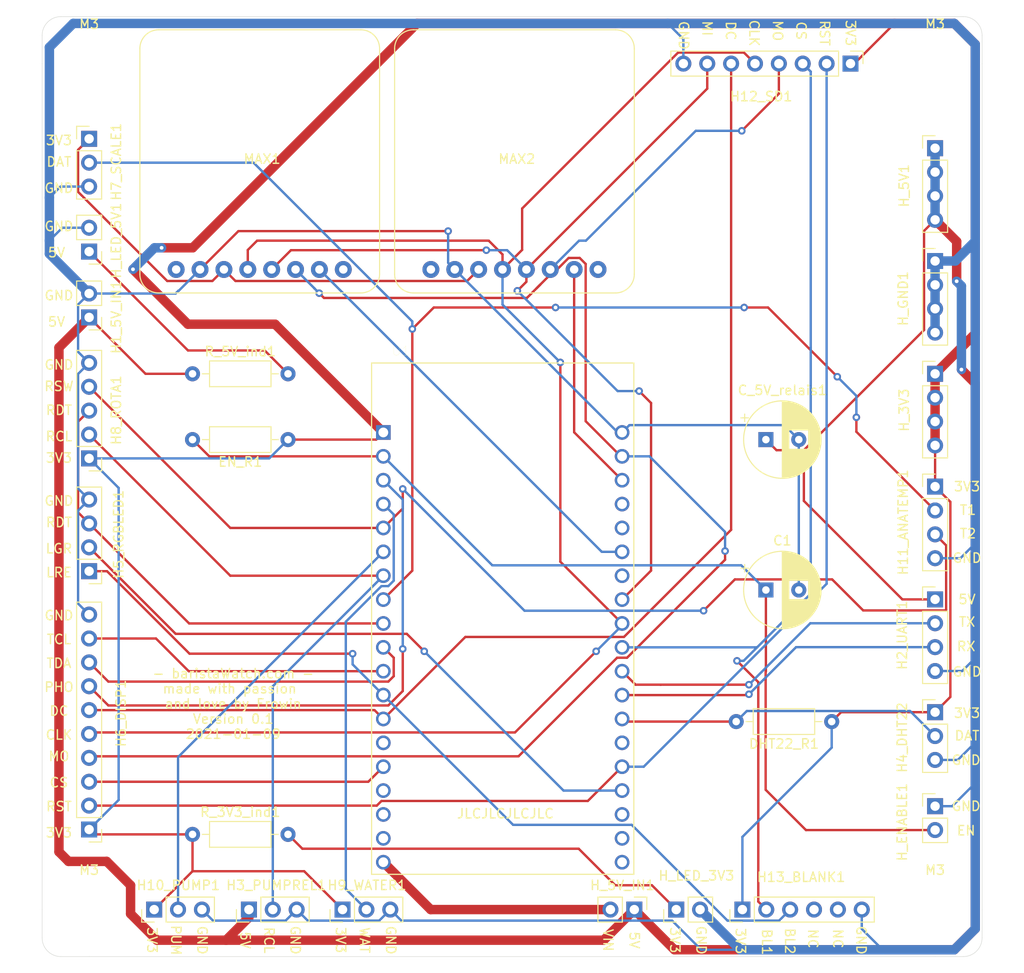
<source format=kicad_pcb>
(kicad_pcb (version 20171130) (host pcbnew "(5.1.12-1-10_14)")

  (general
    (thickness 1.6)
    (drawings 84)
    (tracks 377)
    (zones 0)
    (modules 33)
    (nets 48)
  )

  (page A4)
  (layers
    (0 F.Cu signal)
    (31 B.Cu signal)
    (32 B.Adhes user)
    (33 F.Adhes user)
    (34 B.Paste user)
    (35 F.Paste user)
    (36 B.SilkS user)
    (37 F.SilkS user)
    (38 B.Mask user)
    (39 F.Mask user)
    (40 Dwgs.User user)
    (41 Cmts.User user)
    (42 Eco1.User user)
    (43 Eco2.User user)
    (44 Edge.Cuts user)
    (45 Margin user)
    (46 B.CrtYd user)
    (47 F.CrtYd user)
    (48 B.Fab user)
    (49 F.Fab user)
  )

  (setup
    (last_trace_width 0.25)
    (user_trace_width 0.5)
    (user_trace_width 1)
    (trace_clearance 0.2)
    (zone_clearance 0.508)
    (zone_45_only no)
    (trace_min 0.2)
    (via_size 0.8)
    (via_drill 0.4)
    (via_min_size 0.4)
    (via_min_drill 0.3)
    (uvia_size 0.3)
    (uvia_drill 0.1)
    (uvias_allowed no)
    (uvia_min_size 0.2)
    (uvia_min_drill 0.1)
    (edge_width 0.05)
    (segment_width 0.2)
    (pcb_text_width 0.3)
    (pcb_text_size 1.5 1.5)
    (mod_edge_width 0.12)
    (mod_text_size 1 1)
    (mod_text_width 0.15)
    (pad_size 1.524 1.524)
    (pad_drill 0.762)
    (pad_to_mask_clearance 0.05)
    (aux_axis_origin 0 0)
    (visible_elements FFFFFF7F)
    (pcbplotparams
      (layerselection 0x010fc_ffffffff)
      (usegerberextensions false)
      (usegerberattributes true)
      (usegerberadvancedattributes true)
      (creategerberjobfile true)
      (excludeedgelayer true)
      (linewidth 0.100000)
      (plotframeref false)
      (viasonmask false)
      (mode 1)
      (useauxorigin false)
      (hpglpennumber 1)
      (hpglpenspeed 20)
      (hpglpendiameter 15.000000)
      (psnegative false)
      (psa4output false)
      (plotreference true)
      (plotvalue true)
      (plotinvisibletext false)
      (padsonsilk false)
      (subtractmaskfromsilk false)
      (outputformat 1)
      (mirror false)
      (drillshape 0)
      (scaleselection 1)
      (outputdirectory "/Users/frowin/git/baristaWatch/mainPCB/gerber/"))
  )

  (net 0 "")
  (net 1 "Net-(U1-Pad38)")
  (net 2 "Net-(U1-Pad37)")
  (net 3 "Net-(U1-Pad36)")
  (net 4 "Net-(U1-Pad33)")
  (net 5 "Net-(U1-Pad26)")
  (net 6 "Net-(U1-Pad24)")
  (net 7 "Net-(U1-Pad23)")
  (net 8 "Net-(U1-Pad18)")
  (net 9 "Net-(U1-Pad17)")
  (net 10 "Net-(U1-Pad16)")
  (net 11 "Net-(U1-Pad14)")
  (net 12 GND)
  (net 13 /EN)
  (net 14 /DHT22)
  (net 15 +3V3)
  (net 16 +5V)
  (net 17 /UART2_RX)
  (net 18 /UART2_TX)
  (net 19 /ROTARY_CLK_PUMP_RELAIS)
  (net 20 /ROTARY_DT_LED_BLUE)
  (net 21 /LED_GREEN)
  (net 22 /LED_RED_BLANK2)
  (net 23 /TLC_CLK)
  (net 24 /TLC_DATA)
  (net 25 /PHOTO_IN)
  (net 26 /SPI_DC)
  (net 27 /SPI_CLK)
  (net 28 /SPI_MOSI)
  (net 29 /SPI_CS_OLED)
  (net 30 /SPI_RES)
  (net 31 /SCALE_DT_ANALOG_T1)
  (net 32 /ROTARY_SW_ANALOG_T2)
  (net 33 /WATER_IN)
  (net 34 /PUMP_IN)
  (net 35 /SPI_MISO)
  (net 36 /SPI_CS_SD_BLANK1)
  (net 37 /ROTARY_SW_BLANK4)
  (net 38 /SCALE_DT_BLANK3)
  (net 39 /V_IN)
  (net 40 "Net-(MAX1-Pad8)")
  (net 41 "Net-(MAX1-Pad1)")
  (net 42 /SPI_CS_TEMP1)
  (net 43 "Net-(MAX2-Pad8)")
  (net 44 "Net-(MAX2-Pad1)")
  (net 45 /SPI_CS_TEMP2)
  (net 46 "Net-(H_LED_3V3-Pad1)")
  (net 47 "Net-(H_LED_5V1-Pad1)")

  (net_class Default "This is the default net class."
    (clearance 0.2)
    (trace_width 0.25)
    (via_dia 0.8)
    (via_drill 0.4)
    (uvia_dia 0.3)
    (uvia_drill 0.1)
    (add_net +3V3)
    (add_net +5V)
    (add_net /DHT22)
    (add_net /EN)
    (add_net /LED_GREEN)
    (add_net /LED_RED_BLANK2)
    (add_net /PHOTO_IN)
    (add_net /PUMP_IN)
    (add_net /ROTARY_CLK_PUMP_RELAIS)
    (add_net /ROTARY_DT_LED_BLUE)
    (add_net /ROTARY_SW_ANALOG_T2)
    (add_net /ROTARY_SW_BLANK4)
    (add_net /SCALE_DT_ANALOG_T1)
    (add_net /SCALE_DT_BLANK3)
    (add_net /SPI_CLK)
    (add_net /SPI_CS_OLED)
    (add_net /SPI_CS_SD_BLANK1)
    (add_net /SPI_CS_TEMP1)
    (add_net /SPI_CS_TEMP2)
    (add_net /SPI_DC)
    (add_net /SPI_MISO)
    (add_net /SPI_MOSI)
    (add_net /SPI_RES)
    (add_net /TLC_CLK)
    (add_net /TLC_DATA)
    (add_net /UART2_RX)
    (add_net /UART2_TX)
    (add_net /V_IN)
    (add_net /WATER_IN)
    (add_net GND)
    (add_net "Net-(H_LED_3V3-Pad1)")
    (add_net "Net-(H_LED_5V1-Pad1)")
    (add_net "Net-(MAX1-Pad1)")
    (add_net "Net-(MAX1-Pad8)")
    (add_net "Net-(MAX2-Pad1)")
    (add_net "Net-(MAX2-Pad8)")
    (add_net "Net-(U1-Pad14)")
    (add_net "Net-(U1-Pad16)")
    (add_net "Net-(U1-Pad17)")
    (add_net "Net-(U1-Pad18)")
    (add_net "Net-(U1-Pad23)")
    (add_net "Net-(U1-Pad24)")
    (add_net "Net-(U1-Pad26)")
    (add_net "Net-(U1-Pad33)")
    (add_net "Net-(U1-Pad36)")
    (add_net "Net-(U1-Pad37)")
    (add_net "Net-(U1-Pad38)")
  )

  (module Capacitor_THT:CP_Radial_D8.0mm_P3.50mm (layer F.Cu) (tedit 5AE50EF0) (tstamp 619CA84E)
    (at 173 90)
    (descr "CP, Radial series, Radial, pin pitch=3.50mm, , diameter=8mm, Electrolytic Capacitor")
    (tags "CP Radial series Radial pin pitch 3.50mm  diameter 8mm Electrolytic Capacitor")
    (path /61A08C95)
    (fp_text reference C_5V_relais1 (at 1.75 -5.25) (layer F.SilkS)
      (effects (font (size 1 1) (thickness 0.15)))
    )
    (fp_text value 2.2uF (at 1.75 5.25) (layer F.Fab)
      (effects (font (size 1 1) (thickness 0.15)))
    )
    (fp_line (start -2.259698 -2.715) (end -2.259698 -1.915) (layer F.SilkS) (width 0.12))
    (fp_line (start -2.659698 -2.315) (end -1.859698 -2.315) (layer F.SilkS) (width 0.12))
    (fp_line (start 5.831 -0.533) (end 5.831 0.533) (layer F.SilkS) (width 0.12))
    (fp_line (start 5.791 -0.768) (end 5.791 0.768) (layer F.SilkS) (width 0.12))
    (fp_line (start 5.751 -0.948) (end 5.751 0.948) (layer F.SilkS) (width 0.12))
    (fp_line (start 5.711 -1.098) (end 5.711 1.098) (layer F.SilkS) (width 0.12))
    (fp_line (start 5.671 -1.229) (end 5.671 1.229) (layer F.SilkS) (width 0.12))
    (fp_line (start 5.631 -1.346) (end 5.631 1.346) (layer F.SilkS) (width 0.12))
    (fp_line (start 5.591 -1.453) (end 5.591 1.453) (layer F.SilkS) (width 0.12))
    (fp_line (start 5.551 -1.552) (end 5.551 1.552) (layer F.SilkS) (width 0.12))
    (fp_line (start 5.511 -1.645) (end 5.511 1.645) (layer F.SilkS) (width 0.12))
    (fp_line (start 5.471 -1.731) (end 5.471 1.731) (layer F.SilkS) (width 0.12))
    (fp_line (start 5.431 -1.813) (end 5.431 1.813) (layer F.SilkS) (width 0.12))
    (fp_line (start 5.391 -1.89) (end 5.391 1.89) (layer F.SilkS) (width 0.12))
    (fp_line (start 5.351 -1.964) (end 5.351 1.964) (layer F.SilkS) (width 0.12))
    (fp_line (start 5.311 -2.034) (end 5.311 2.034) (layer F.SilkS) (width 0.12))
    (fp_line (start 5.271 -2.102) (end 5.271 2.102) (layer F.SilkS) (width 0.12))
    (fp_line (start 5.231 -2.166) (end 5.231 2.166) (layer F.SilkS) (width 0.12))
    (fp_line (start 5.191 -2.228) (end 5.191 2.228) (layer F.SilkS) (width 0.12))
    (fp_line (start 5.151 -2.287) (end 5.151 2.287) (layer F.SilkS) (width 0.12))
    (fp_line (start 5.111 -2.345) (end 5.111 2.345) (layer F.SilkS) (width 0.12))
    (fp_line (start 5.071 -2.4) (end 5.071 2.4) (layer F.SilkS) (width 0.12))
    (fp_line (start 5.031 -2.454) (end 5.031 2.454) (layer F.SilkS) (width 0.12))
    (fp_line (start 4.991 -2.505) (end 4.991 2.505) (layer F.SilkS) (width 0.12))
    (fp_line (start 4.951 -2.556) (end 4.951 2.556) (layer F.SilkS) (width 0.12))
    (fp_line (start 4.911 -2.604) (end 4.911 2.604) (layer F.SilkS) (width 0.12))
    (fp_line (start 4.871 -2.651) (end 4.871 2.651) (layer F.SilkS) (width 0.12))
    (fp_line (start 4.831 -2.697) (end 4.831 2.697) (layer F.SilkS) (width 0.12))
    (fp_line (start 4.791 -2.741) (end 4.791 2.741) (layer F.SilkS) (width 0.12))
    (fp_line (start 4.751 -2.784) (end 4.751 2.784) (layer F.SilkS) (width 0.12))
    (fp_line (start 4.711 -2.826) (end 4.711 2.826) (layer F.SilkS) (width 0.12))
    (fp_line (start 4.671 -2.867) (end 4.671 2.867) (layer F.SilkS) (width 0.12))
    (fp_line (start 4.631 -2.907) (end 4.631 2.907) (layer F.SilkS) (width 0.12))
    (fp_line (start 4.591 -2.945) (end 4.591 2.945) (layer F.SilkS) (width 0.12))
    (fp_line (start 4.551 -2.983) (end 4.551 2.983) (layer F.SilkS) (width 0.12))
    (fp_line (start 4.511 1.04) (end 4.511 3.019) (layer F.SilkS) (width 0.12))
    (fp_line (start 4.511 -3.019) (end 4.511 -1.04) (layer F.SilkS) (width 0.12))
    (fp_line (start 4.471 1.04) (end 4.471 3.055) (layer F.SilkS) (width 0.12))
    (fp_line (start 4.471 -3.055) (end 4.471 -1.04) (layer F.SilkS) (width 0.12))
    (fp_line (start 4.431 1.04) (end 4.431 3.09) (layer F.SilkS) (width 0.12))
    (fp_line (start 4.431 -3.09) (end 4.431 -1.04) (layer F.SilkS) (width 0.12))
    (fp_line (start 4.391 1.04) (end 4.391 3.124) (layer F.SilkS) (width 0.12))
    (fp_line (start 4.391 -3.124) (end 4.391 -1.04) (layer F.SilkS) (width 0.12))
    (fp_line (start 4.351 1.04) (end 4.351 3.156) (layer F.SilkS) (width 0.12))
    (fp_line (start 4.351 -3.156) (end 4.351 -1.04) (layer F.SilkS) (width 0.12))
    (fp_line (start 4.311 1.04) (end 4.311 3.189) (layer F.SilkS) (width 0.12))
    (fp_line (start 4.311 -3.189) (end 4.311 -1.04) (layer F.SilkS) (width 0.12))
    (fp_line (start 4.271 1.04) (end 4.271 3.22) (layer F.SilkS) (width 0.12))
    (fp_line (start 4.271 -3.22) (end 4.271 -1.04) (layer F.SilkS) (width 0.12))
    (fp_line (start 4.231 1.04) (end 4.231 3.25) (layer F.SilkS) (width 0.12))
    (fp_line (start 4.231 -3.25) (end 4.231 -1.04) (layer F.SilkS) (width 0.12))
    (fp_line (start 4.191 1.04) (end 4.191 3.28) (layer F.SilkS) (width 0.12))
    (fp_line (start 4.191 -3.28) (end 4.191 -1.04) (layer F.SilkS) (width 0.12))
    (fp_line (start 4.151 1.04) (end 4.151 3.309) (layer F.SilkS) (width 0.12))
    (fp_line (start 4.151 -3.309) (end 4.151 -1.04) (layer F.SilkS) (width 0.12))
    (fp_line (start 4.111 1.04) (end 4.111 3.338) (layer F.SilkS) (width 0.12))
    (fp_line (start 4.111 -3.338) (end 4.111 -1.04) (layer F.SilkS) (width 0.12))
    (fp_line (start 4.071 1.04) (end 4.071 3.365) (layer F.SilkS) (width 0.12))
    (fp_line (start 4.071 -3.365) (end 4.071 -1.04) (layer F.SilkS) (width 0.12))
    (fp_line (start 4.031 1.04) (end 4.031 3.392) (layer F.SilkS) (width 0.12))
    (fp_line (start 4.031 -3.392) (end 4.031 -1.04) (layer F.SilkS) (width 0.12))
    (fp_line (start 3.991 1.04) (end 3.991 3.418) (layer F.SilkS) (width 0.12))
    (fp_line (start 3.991 -3.418) (end 3.991 -1.04) (layer F.SilkS) (width 0.12))
    (fp_line (start 3.951 1.04) (end 3.951 3.444) (layer F.SilkS) (width 0.12))
    (fp_line (start 3.951 -3.444) (end 3.951 -1.04) (layer F.SilkS) (width 0.12))
    (fp_line (start 3.911 1.04) (end 3.911 3.469) (layer F.SilkS) (width 0.12))
    (fp_line (start 3.911 -3.469) (end 3.911 -1.04) (layer F.SilkS) (width 0.12))
    (fp_line (start 3.871 1.04) (end 3.871 3.493) (layer F.SilkS) (width 0.12))
    (fp_line (start 3.871 -3.493) (end 3.871 -1.04) (layer F.SilkS) (width 0.12))
    (fp_line (start 3.831 1.04) (end 3.831 3.517) (layer F.SilkS) (width 0.12))
    (fp_line (start 3.831 -3.517) (end 3.831 -1.04) (layer F.SilkS) (width 0.12))
    (fp_line (start 3.791 1.04) (end 3.791 3.54) (layer F.SilkS) (width 0.12))
    (fp_line (start 3.791 -3.54) (end 3.791 -1.04) (layer F.SilkS) (width 0.12))
    (fp_line (start 3.751 1.04) (end 3.751 3.562) (layer F.SilkS) (width 0.12))
    (fp_line (start 3.751 -3.562) (end 3.751 -1.04) (layer F.SilkS) (width 0.12))
    (fp_line (start 3.711 1.04) (end 3.711 3.584) (layer F.SilkS) (width 0.12))
    (fp_line (start 3.711 -3.584) (end 3.711 -1.04) (layer F.SilkS) (width 0.12))
    (fp_line (start 3.671 1.04) (end 3.671 3.606) (layer F.SilkS) (width 0.12))
    (fp_line (start 3.671 -3.606) (end 3.671 -1.04) (layer F.SilkS) (width 0.12))
    (fp_line (start 3.631 1.04) (end 3.631 3.627) (layer F.SilkS) (width 0.12))
    (fp_line (start 3.631 -3.627) (end 3.631 -1.04) (layer F.SilkS) (width 0.12))
    (fp_line (start 3.591 1.04) (end 3.591 3.647) (layer F.SilkS) (width 0.12))
    (fp_line (start 3.591 -3.647) (end 3.591 -1.04) (layer F.SilkS) (width 0.12))
    (fp_line (start 3.551 1.04) (end 3.551 3.666) (layer F.SilkS) (width 0.12))
    (fp_line (start 3.551 -3.666) (end 3.551 -1.04) (layer F.SilkS) (width 0.12))
    (fp_line (start 3.511 1.04) (end 3.511 3.686) (layer F.SilkS) (width 0.12))
    (fp_line (start 3.511 -3.686) (end 3.511 -1.04) (layer F.SilkS) (width 0.12))
    (fp_line (start 3.471 1.04) (end 3.471 3.704) (layer F.SilkS) (width 0.12))
    (fp_line (start 3.471 -3.704) (end 3.471 -1.04) (layer F.SilkS) (width 0.12))
    (fp_line (start 3.431 1.04) (end 3.431 3.722) (layer F.SilkS) (width 0.12))
    (fp_line (start 3.431 -3.722) (end 3.431 -1.04) (layer F.SilkS) (width 0.12))
    (fp_line (start 3.391 1.04) (end 3.391 3.74) (layer F.SilkS) (width 0.12))
    (fp_line (start 3.391 -3.74) (end 3.391 -1.04) (layer F.SilkS) (width 0.12))
    (fp_line (start 3.351 1.04) (end 3.351 3.757) (layer F.SilkS) (width 0.12))
    (fp_line (start 3.351 -3.757) (end 3.351 -1.04) (layer F.SilkS) (width 0.12))
    (fp_line (start 3.311 1.04) (end 3.311 3.774) (layer F.SilkS) (width 0.12))
    (fp_line (start 3.311 -3.774) (end 3.311 -1.04) (layer F.SilkS) (width 0.12))
    (fp_line (start 3.271 1.04) (end 3.271 3.79) (layer F.SilkS) (width 0.12))
    (fp_line (start 3.271 -3.79) (end 3.271 -1.04) (layer F.SilkS) (width 0.12))
    (fp_line (start 3.231 1.04) (end 3.231 3.805) (layer F.SilkS) (width 0.12))
    (fp_line (start 3.231 -3.805) (end 3.231 -1.04) (layer F.SilkS) (width 0.12))
    (fp_line (start 3.191 1.04) (end 3.191 3.821) (layer F.SilkS) (width 0.12))
    (fp_line (start 3.191 -3.821) (end 3.191 -1.04) (layer F.SilkS) (width 0.12))
    (fp_line (start 3.151 1.04) (end 3.151 3.835) (layer F.SilkS) (width 0.12))
    (fp_line (start 3.151 -3.835) (end 3.151 -1.04) (layer F.SilkS) (width 0.12))
    (fp_line (start 3.111 1.04) (end 3.111 3.85) (layer F.SilkS) (width 0.12))
    (fp_line (start 3.111 -3.85) (end 3.111 -1.04) (layer F.SilkS) (width 0.12))
    (fp_line (start 3.071 1.04) (end 3.071 3.863) (layer F.SilkS) (width 0.12))
    (fp_line (start 3.071 -3.863) (end 3.071 -1.04) (layer F.SilkS) (width 0.12))
    (fp_line (start 3.031 1.04) (end 3.031 3.877) (layer F.SilkS) (width 0.12))
    (fp_line (start 3.031 -3.877) (end 3.031 -1.04) (layer F.SilkS) (width 0.12))
    (fp_line (start 2.991 1.04) (end 2.991 3.889) (layer F.SilkS) (width 0.12))
    (fp_line (start 2.991 -3.889) (end 2.991 -1.04) (layer F.SilkS) (width 0.12))
    (fp_line (start 2.951 1.04) (end 2.951 3.902) (layer F.SilkS) (width 0.12))
    (fp_line (start 2.951 -3.902) (end 2.951 -1.04) (layer F.SilkS) (width 0.12))
    (fp_line (start 2.911 1.04) (end 2.911 3.914) (layer F.SilkS) (width 0.12))
    (fp_line (start 2.911 -3.914) (end 2.911 -1.04) (layer F.SilkS) (width 0.12))
    (fp_line (start 2.871 1.04) (end 2.871 3.925) (layer F.SilkS) (width 0.12))
    (fp_line (start 2.871 -3.925) (end 2.871 -1.04) (layer F.SilkS) (width 0.12))
    (fp_line (start 2.831 1.04) (end 2.831 3.936) (layer F.SilkS) (width 0.12))
    (fp_line (start 2.831 -3.936) (end 2.831 -1.04) (layer F.SilkS) (width 0.12))
    (fp_line (start 2.791 1.04) (end 2.791 3.947) (layer F.SilkS) (width 0.12))
    (fp_line (start 2.791 -3.947) (end 2.791 -1.04) (layer F.SilkS) (width 0.12))
    (fp_line (start 2.751 1.04) (end 2.751 3.957) (layer F.SilkS) (width 0.12))
    (fp_line (start 2.751 -3.957) (end 2.751 -1.04) (layer F.SilkS) (width 0.12))
    (fp_line (start 2.711 1.04) (end 2.711 3.967) (layer F.SilkS) (width 0.12))
    (fp_line (start 2.711 -3.967) (end 2.711 -1.04) (layer F.SilkS) (width 0.12))
    (fp_line (start 2.671 1.04) (end 2.671 3.976) (layer F.SilkS) (width 0.12))
    (fp_line (start 2.671 -3.976) (end 2.671 -1.04) (layer F.SilkS) (width 0.12))
    (fp_line (start 2.631 1.04) (end 2.631 3.985) (layer F.SilkS) (width 0.12))
    (fp_line (start 2.631 -3.985) (end 2.631 -1.04) (layer F.SilkS) (width 0.12))
    (fp_line (start 2.591 1.04) (end 2.591 3.994) (layer F.SilkS) (width 0.12))
    (fp_line (start 2.591 -3.994) (end 2.591 -1.04) (layer F.SilkS) (width 0.12))
    (fp_line (start 2.551 1.04) (end 2.551 4.002) (layer F.SilkS) (width 0.12))
    (fp_line (start 2.551 -4.002) (end 2.551 -1.04) (layer F.SilkS) (width 0.12))
    (fp_line (start 2.511 1.04) (end 2.511 4.01) (layer F.SilkS) (width 0.12))
    (fp_line (start 2.511 -4.01) (end 2.511 -1.04) (layer F.SilkS) (width 0.12))
    (fp_line (start 2.471 1.04) (end 2.471 4.017) (layer F.SilkS) (width 0.12))
    (fp_line (start 2.471 -4.017) (end 2.471 -1.04) (layer F.SilkS) (width 0.12))
    (fp_line (start 2.43 -4.024) (end 2.43 4.024) (layer F.SilkS) (width 0.12))
    (fp_line (start 2.39 -4.03) (end 2.39 4.03) (layer F.SilkS) (width 0.12))
    (fp_line (start 2.35 -4.037) (end 2.35 4.037) (layer F.SilkS) (width 0.12))
    (fp_line (start 2.31 -4.042) (end 2.31 4.042) (layer F.SilkS) (width 0.12))
    (fp_line (start 2.27 -4.048) (end 2.27 4.048) (layer F.SilkS) (width 0.12))
    (fp_line (start 2.23 -4.052) (end 2.23 4.052) (layer F.SilkS) (width 0.12))
    (fp_line (start 2.19 -4.057) (end 2.19 4.057) (layer F.SilkS) (width 0.12))
    (fp_line (start 2.15 -4.061) (end 2.15 4.061) (layer F.SilkS) (width 0.12))
    (fp_line (start 2.11 -4.065) (end 2.11 4.065) (layer F.SilkS) (width 0.12))
    (fp_line (start 2.07 -4.068) (end 2.07 4.068) (layer F.SilkS) (width 0.12))
    (fp_line (start 2.03 -4.071) (end 2.03 4.071) (layer F.SilkS) (width 0.12))
    (fp_line (start 1.99 -4.074) (end 1.99 4.074) (layer F.SilkS) (width 0.12))
    (fp_line (start 1.95 -4.076) (end 1.95 4.076) (layer F.SilkS) (width 0.12))
    (fp_line (start 1.91 -4.077) (end 1.91 4.077) (layer F.SilkS) (width 0.12))
    (fp_line (start 1.87 -4.079) (end 1.87 4.079) (layer F.SilkS) (width 0.12))
    (fp_line (start 1.83 -4.08) (end 1.83 4.08) (layer F.SilkS) (width 0.12))
    (fp_line (start 1.79 -4.08) (end 1.79 4.08) (layer F.SilkS) (width 0.12))
    (fp_line (start 1.75 -4.08) (end 1.75 4.08) (layer F.SilkS) (width 0.12))
    (fp_line (start -1.276759 -2.1475) (end -1.276759 -1.3475) (layer F.Fab) (width 0.1))
    (fp_line (start -1.676759 -1.7475) (end -0.876759 -1.7475) (layer F.Fab) (width 0.1))
    (fp_circle (center 1.75 0) (end 6 0) (layer F.CrtYd) (width 0.05))
    (fp_circle (center 1.75 0) (end 5.87 0) (layer F.SilkS) (width 0.12))
    (fp_circle (center 1.75 0) (end 5.75 0) (layer F.Fab) (width 0.1))
    (fp_text user %R (at 1.75 0) (layer F.Fab)
      (effects (font (size 1 1) (thickness 0.15)))
    )
    (pad 2 thru_hole circle (at 3.5 0) (size 1.6 1.6) (drill 0.8) (layers *.Cu *.Mask)
      (net 12 GND))
    (pad 1 thru_hole rect (at 0 0) (size 1.6 1.6) (drill 0.8) (layers *.Cu *.Mask)
      (net 16 +5V))
    (model ${KISYS3DMOD}/Capacitor_THT.3dshapes/CP_Radial_D8.0mm_P3.50mm.wrl
      (at (xyz 0 0 0))
      (scale (xyz 1 1 1))
      (rotate (xyz 0 0 0))
    )
  )

  (module MountingHole:MountingHole_3.2mm_M3 (layer F.Cu) (tedit 56D1B4CB) (tstamp 61D8E34A)
    (at 191 50)
    (descr "Mounting Hole 3.2mm, no annular, M3")
    (tags "mounting hole 3.2mm no annular m3")
    (attr virtual)
    (fp_text reference M3 (at 0 -4.2) (layer F.SilkS)
      (effects (font (size 1 1) (thickness 0.15)))
    )
    (fp_text value MountingHole_3.2mm_M3 (at 0 4.2) (layer F.Fab)
      (effects (font (size 1 1) (thickness 0.15)))
    )
    (fp_circle (center 0 0) (end 3.2 0) (layer Cmts.User) (width 0.15))
    (fp_circle (center 0 0) (end 3.45 0) (layer F.CrtYd) (width 0.05))
    (fp_text user %R (at 0.3 0) (layer F.Fab)
      (effects (font (size 1 1) (thickness 0.15)))
    )
    (pad 1 np_thru_hole circle (at 0 0) (size 3.2 3.2) (drill 3.2) (layers *.Cu *.Mask))
  )

  (module MountingHole:MountingHole_3.2mm_M3 (layer F.Cu) (tedit 56D1B4CB) (tstamp 619C7C7C)
    (at 191 140)
    (descr "Mounting Hole 3.2mm, no annular, M3")
    (tags "mounting hole 3.2mm no annular m3")
    (attr virtual)
    (fp_text reference M3 (at 0 -4.2) (layer F.SilkS)
      (effects (font (size 1 1) (thickness 0.15)))
    )
    (fp_text value MountingHole_3.2mm_M3 (at 0 4.2) (layer F.Fab)
      (effects (font (size 1 1) (thickness 0.15)))
    )
    (fp_circle (center 0 0) (end 3.45 0) (layer F.CrtYd) (width 0.05))
    (fp_circle (center 0 0) (end 3.2 0) (layer Cmts.User) (width 0.15))
    (fp_text user %R (at 0.3 0) (layer F.Fab)
      (effects (font (size 1 1) (thickness 0.15)))
    )
    (pad 1 np_thru_hole circle (at 0 0) (size 3.2 3.2) (drill 3.2) (layers *.Cu *.Mask))
  )

  (module MountingHole:MountingHole_3.2mm_M3 (layer F.Cu) (tedit 56D1B4CB) (tstamp 619C7C6E)
    (at 101 140)
    (descr "Mounting Hole 3.2mm, no annular, M3")
    (tags "mounting hole 3.2mm no annular m3")
    (attr virtual)
    (fp_text reference M3 (at 0 -4.2) (layer F.SilkS)
      (effects (font (size 1 1) (thickness 0.15)))
    )
    (fp_text value MountingHole_3.2mm_M3 (at 0 4.2) (layer F.Fab)
      (effects (font (size 1 1) (thickness 0.15)))
    )
    (fp_circle (center 0 0) (end 3.2 0) (layer Cmts.User) (width 0.15))
    (fp_circle (center 0 0) (end 3.45 0) (layer F.CrtYd) (width 0.05))
    (fp_text user %R (at 0.3 0) (layer F.Fab)
      (effects (font (size 1 1) (thickness 0.15)))
    )
    (pad 1 np_thru_hole circle (at 0 0) (size 3.2 3.2) (drill 3.2) (layers *.Cu *.Mask))
  )

  (module MountingHole:MountingHole_3.2mm_M3 (layer F.Cu) (tedit 56D1B4CB) (tstamp 619C7C56)
    (at 101 50)
    (descr "Mounting Hole 3.2mm, no annular, M3")
    (tags "mounting hole 3.2mm no annular m3")
    (attr virtual)
    (fp_text reference M3 (at 0 -4.2) (layer F.SilkS)
      (effects (font (size 1 1) (thickness 0.15)))
    )
    (fp_text value MountingHole_3.2mm_M3 (at 0 4.2) (layer F.Fab)
      (effects (font (size 1 1) (thickness 0.15)))
    )
    (fp_circle (center 0 0) (end 3.45 0) (layer F.CrtYd) (width 0.05))
    (fp_circle (center 0 0) (end 3.2 0) (layer Cmts.User) (width 0.15))
    (fp_text user %R (at 0.3 0) (layer F.Fab)
      (effects (font (size 1 1) (thickness 0.15)))
    )
    (pad 1 np_thru_hole circle (at 0 0) (size 3.2 3.2) (drill 3.2) (layers *.Cu *.Mask))
  )

  (module Resistor_THT:R_Axial_DIN0207_L6.3mm_D2.5mm_P10.16mm_Horizontal (layer F.Cu) (tedit 5AE5139B) (tstamp 619C6F88)
    (at 112 83)
    (descr "Resistor, Axial_DIN0207 series, Axial, Horizontal, pin pitch=10.16mm, 0.25W = 1/4W, length*diameter=6.3*2.5mm^2, http://cdn-reichelt.de/documents/datenblatt/B400/1_4W%23YAG.pdf")
    (tags "Resistor Axial_DIN0207 series Axial Horizontal pin pitch 10.16mm 0.25W = 1/4W length 6.3mm diameter 2.5mm")
    (path /619EE090)
    (fp_text reference R_5V_ind1 (at 5.08 -2.37) (layer F.SilkS)
      (effects (font (size 1 1) (thickness 0.15)))
    )
    (fp_text value R (at 5.08 2.37) (layer F.Fab)
      (effects (font (size 1 1) (thickness 0.15)))
    )
    (fp_line (start 11.21 -1.5) (end -1.05 -1.5) (layer F.CrtYd) (width 0.05))
    (fp_line (start 11.21 1.5) (end 11.21 -1.5) (layer F.CrtYd) (width 0.05))
    (fp_line (start -1.05 1.5) (end 11.21 1.5) (layer F.CrtYd) (width 0.05))
    (fp_line (start -1.05 -1.5) (end -1.05 1.5) (layer F.CrtYd) (width 0.05))
    (fp_line (start 9.12 0) (end 8.35 0) (layer F.SilkS) (width 0.12))
    (fp_line (start 1.04 0) (end 1.81 0) (layer F.SilkS) (width 0.12))
    (fp_line (start 8.35 -1.37) (end 1.81 -1.37) (layer F.SilkS) (width 0.12))
    (fp_line (start 8.35 1.37) (end 8.35 -1.37) (layer F.SilkS) (width 0.12))
    (fp_line (start 1.81 1.37) (end 8.35 1.37) (layer F.SilkS) (width 0.12))
    (fp_line (start 1.81 -1.37) (end 1.81 1.37) (layer F.SilkS) (width 0.12))
    (fp_line (start 10.16 0) (end 8.23 0) (layer F.Fab) (width 0.1))
    (fp_line (start 0 0) (end 1.93 0) (layer F.Fab) (width 0.1))
    (fp_line (start 8.23 -1.25) (end 1.93 -1.25) (layer F.Fab) (width 0.1))
    (fp_line (start 8.23 1.25) (end 8.23 -1.25) (layer F.Fab) (width 0.1))
    (fp_line (start 1.93 1.25) (end 8.23 1.25) (layer F.Fab) (width 0.1))
    (fp_line (start 1.93 -1.25) (end 1.93 1.25) (layer F.Fab) (width 0.1))
    (fp_text user %R (at 5.08 0) (layer F.Fab)
      (effects (font (size 1 1) (thickness 0.15)))
    )
    (pad 2 thru_hole oval (at 10.16 0) (size 1.6 1.6) (drill 0.8) (layers *.Cu *.Mask)
      (net 47 "Net-(H_LED_5V1-Pad1)"))
    (pad 1 thru_hole circle (at 0 0) (size 1.6 1.6) (drill 0.8) (layers *.Cu *.Mask)
      (net 16 +5V))
    (model ${KISYS3DMOD}/Resistor_THT.3dshapes/R_Axial_DIN0207_L6.3mm_D2.5mm_P10.16mm_Horizontal.wrl
      (at (xyz 0 0 0))
      (scale (xyz 1 1 1))
      (rotate (xyz 0 0 0))
    )
  )

  (module Resistor_THT:R_Axial_DIN0207_L6.3mm_D2.5mm_P10.16mm_Horizontal (layer F.Cu) (tedit 5AE5139B) (tstamp 619C6F71)
    (at 112 132)
    (descr "Resistor, Axial_DIN0207 series, Axial, Horizontal, pin pitch=10.16mm, 0.25W = 1/4W, length*diameter=6.3*2.5mm^2, http://cdn-reichelt.de/documents/datenblatt/B400/1_4W%23YAG.pdf")
    (tags "Resistor Axial_DIN0207 series Axial Horizontal pin pitch 10.16mm 0.25W = 1/4W length 6.3mm diameter 2.5mm")
    (path /619F5F11)
    (fp_text reference R_3V3_ind1 (at 5.08 -2.37) (layer F.SilkS)
      (effects (font (size 1 1) (thickness 0.15)))
    )
    (fp_text value R (at 5.08 2.37) (layer F.Fab)
      (effects (font (size 1 1) (thickness 0.15)))
    )
    (fp_line (start 11.21 -1.5) (end -1.05 -1.5) (layer F.CrtYd) (width 0.05))
    (fp_line (start 11.21 1.5) (end 11.21 -1.5) (layer F.CrtYd) (width 0.05))
    (fp_line (start -1.05 1.5) (end 11.21 1.5) (layer F.CrtYd) (width 0.05))
    (fp_line (start -1.05 -1.5) (end -1.05 1.5) (layer F.CrtYd) (width 0.05))
    (fp_line (start 9.12 0) (end 8.35 0) (layer F.SilkS) (width 0.12))
    (fp_line (start 1.04 0) (end 1.81 0) (layer F.SilkS) (width 0.12))
    (fp_line (start 8.35 -1.37) (end 1.81 -1.37) (layer F.SilkS) (width 0.12))
    (fp_line (start 8.35 1.37) (end 8.35 -1.37) (layer F.SilkS) (width 0.12))
    (fp_line (start 1.81 1.37) (end 8.35 1.37) (layer F.SilkS) (width 0.12))
    (fp_line (start 1.81 -1.37) (end 1.81 1.37) (layer F.SilkS) (width 0.12))
    (fp_line (start 10.16 0) (end 8.23 0) (layer F.Fab) (width 0.1))
    (fp_line (start 0 0) (end 1.93 0) (layer F.Fab) (width 0.1))
    (fp_line (start 8.23 -1.25) (end 1.93 -1.25) (layer F.Fab) (width 0.1))
    (fp_line (start 8.23 1.25) (end 8.23 -1.25) (layer F.Fab) (width 0.1))
    (fp_line (start 1.93 1.25) (end 8.23 1.25) (layer F.Fab) (width 0.1))
    (fp_line (start 1.93 -1.25) (end 1.93 1.25) (layer F.Fab) (width 0.1))
    (fp_text user %R (at 5.08 0) (layer F.Fab)
      (effects (font (size 1 1) (thickness 0.15)))
    )
    (pad 2 thru_hole oval (at 10.16 0) (size 1.6 1.6) (drill 0.8) (layers *.Cu *.Mask)
      (net 46 "Net-(H_LED_3V3-Pad1)"))
    (pad 1 thru_hole circle (at 0 0) (size 1.6 1.6) (drill 0.8) (layers *.Cu *.Mask)
      (net 15 +3V3))
    (model ${KISYS3DMOD}/Resistor_THT.3dshapes/R_Axial_DIN0207_L6.3mm_D2.5mm_P10.16mm_Horizontal.wrl
      (at (xyz 0 0 0))
      (scale (xyz 1 1 1))
      (rotate (xyz 0 0 0))
    )
  )

  (module max31865:MAX31865 (layer F.Cu) (tedit 60AD56D7) (tstamp 619C7757)
    (at 159 74.4 180)
    (path /60AD7358)
    (fp_text reference MAX2 (at 12.5 14.25) (layer F.SilkS)
      (effects (font (size 1 1) (thickness 0.15)))
    )
    (fp_text value MAX31865 (at 12.5 11.5) (layer F.Fab)
      (effects (font (size 1 1) (thickness 0.15)))
    )
    (fp_line (start 25.5 2) (end 25.5 26) (layer F.SilkS) (width 0.12))
    (fp_line (start 2 28) (end 23.5 28) (layer F.SilkS) (width 0.12))
    (fp_line (start 0 2) (end 0 26) (layer F.SilkS) (width 0.12))
    (fp_line (start 2 0) (end 23.5 0) (layer F.SilkS) (width 0.12))
    (fp_arc (start 23.5 26) (end 23.5 28) (angle -90) (layer F.SilkS) (width 0.12))
    (fp_arc (start 2 26) (end 0 26) (angle -90) (layer F.SilkS) (width 0.12))
    (fp_arc (start 23.5 2) (end 25.5 2) (angle -90) (layer F.SilkS) (width 0.12))
    (fp_arc (start 2 2) (end 2 0) (angle -90) (layer F.SilkS) (width 0.12))
    (pad 8 thru_hole circle (at 21.64 2.5 180) (size 1.8 1.8) (drill 0.9) (layers *.Cu *.Mask)
      (net 43 "Net-(MAX2-Pad8)"))
    (pad 7 thru_hole circle (at 19.1 2.5 180) (size 1.8 1.8) (drill 0.9) (layers *.Cu *.Mask)
      (net 12 GND))
    (pad 6 thru_hole circle (at 16.56 2.5 180) (size 1.8 1.8) (drill 0.9) (layers *.Cu *.Mask)
      (net 15 +3V3))
    (pad 5 thru_hole circle (at 14.02 2.5 180) (size 1.8 1.8) (drill 0.9) (layers *.Cu *.Mask)
      (net 27 /SPI_CLK))
    (pad 1 thru_hole circle (at 3.86 2.5 180) (size 1.8 1.8) (drill 0.9) (layers *.Cu *.Mask)
      (net 44 "Net-(MAX2-Pad1)"))
    (pad 2 thru_hole circle (at 6.4 2.5 180) (size 1.8 1.8) (drill 0.9) (layers *.Cu *.Mask)
      (net 45 /SPI_CS_TEMP2))
    (pad 3 thru_hole circle (at 8.94 2.5 180) (size 1.8 1.8) (drill 0.9) (layers *.Cu *.Mask)
      (net 28 /SPI_MOSI))
    (pad 4 thru_hole circle (at 11.48 2.5 180) (size 1.8 1.8) (drill 0.9) (layers *.Cu *.Mask)
      (net 35 /SPI_MISO))
  )

  (module max31865:MAX31865 (layer F.Cu) (tedit 60AD56D7) (tstamp 619C7793)
    (at 131.9 74.4 180)
    (path /60AD67E2)
    (fp_text reference MAX1 (at 12.5 14.25) (layer F.SilkS)
      (effects (font (size 1 1) (thickness 0.15)))
    )
    (fp_text value MAX31865 (at 12.5 11.5) (layer F.Fab)
      (effects (font (size 1 1) (thickness 0.15)))
    )
    (fp_line (start 25.5 2) (end 25.5 26) (layer F.SilkS) (width 0.12))
    (fp_line (start 2 28) (end 23.5 28) (layer F.SilkS) (width 0.12))
    (fp_line (start 0 2) (end 0 26) (layer F.SilkS) (width 0.12))
    (fp_line (start 2 0) (end 23.5 0) (layer F.SilkS) (width 0.12))
    (fp_arc (start 23.5 26) (end 23.5 28) (angle -90) (layer F.SilkS) (width 0.12))
    (fp_arc (start 2 26) (end 0 26) (angle -90) (layer F.SilkS) (width 0.12))
    (fp_arc (start 23.5 2) (end 25.5 2) (angle -90) (layer F.SilkS) (width 0.12))
    (fp_arc (start 2 2) (end 2 0) (angle -90) (layer F.SilkS) (width 0.12))
    (pad 8 thru_hole circle (at 21.64 2.5 180) (size 1.8 1.8) (drill 0.9) (layers *.Cu *.Mask)
      (net 40 "Net-(MAX1-Pad8)"))
    (pad 7 thru_hole circle (at 19.1 2.5 180) (size 1.8 1.8) (drill 0.9) (layers *.Cu *.Mask)
      (net 12 GND))
    (pad 6 thru_hole circle (at 16.56 2.5 180) (size 1.8 1.8) (drill 0.9) (layers *.Cu *.Mask)
      (net 15 +3V3))
    (pad 5 thru_hole circle (at 14.02 2.5 180) (size 1.8 1.8) (drill 0.9) (layers *.Cu *.Mask)
      (net 27 /SPI_CLK))
    (pad 1 thru_hole circle (at 3.86 2.5 180) (size 1.8 1.8) (drill 0.9) (layers *.Cu *.Mask)
      (net 41 "Net-(MAX1-Pad1)"))
    (pad 2 thru_hole circle (at 6.4 2.5 180) (size 1.8 1.8) (drill 0.9) (layers *.Cu *.Mask)
      (net 42 /SPI_CS_TEMP1))
    (pad 3 thru_hole circle (at 8.94 2.5 180) (size 1.8 1.8) (drill 0.9) (layers *.Cu *.Mask)
      (net 28 /SPI_MOSI))
    (pad 4 thru_hole circle (at 11.48 2.5 180) (size 1.8 1.8) (drill 0.9) (layers *.Cu *.Mask)
      (net 35 /SPI_MISO))
  )

  (module Connector_PinHeader_2.54mm:PinHeader_1x04_P2.54mm_Vertical (layer F.Cu) (tedit 59FED5CC) (tstamp 61D8E3F9)
    (at 191 71)
    (descr "Through hole straight pin header, 1x04, 2.54mm pitch, single row")
    (tags "Through hole pin header THT 1x04 2.54mm single row")
    (path /619D9DAB)
    (fp_text reference H_GND1 (at -3.4 4 90) (layer F.SilkS)
      (effects (font (size 1 1) (thickness 0.15)))
    )
    (fp_text value Conn_01x04_Male (at 0 9.95) (layer F.Fab)
      (effects (font (size 1 1) (thickness 0.15)))
    )
    (fp_line (start 1.8 -1.8) (end -1.8 -1.8) (layer F.CrtYd) (width 0.05))
    (fp_line (start 1.8 9.4) (end 1.8 -1.8) (layer F.CrtYd) (width 0.05))
    (fp_line (start -1.8 9.4) (end 1.8 9.4) (layer F.CrtYd) (width 0.05))
    (fp_line (start -1.8 -1.8) (end -1.8 9.4) (layer F.CrtYd) (width 0.05))
    (fp_line (start -1.33 -1.33) (end 0 -1.33) (layer F.SilkS) (width 0.12))
    (fp_line (start -1.33 0) (end -1.33 -1.33) (layer F.SilkS) (width 0.12))
    (fp_line (start -1.33 1.27) (end 1.33 1.27) (layer F.SilkS) (width 0.12))
    (fp_line (start 1.33 1.27) (end 1.33 8.95) (layer F.SilkS) (width 0.12))
    (fp_line (start -1.33 1.27) (end -1.33 8.95) (layer F.SilkS) (width 0.12))
    (fp_line (start -1.33 8.95) (end 1.33 8.95) (layer F.SilkS) (width 0.12))
    (fp_line (start -1.27 -0.635) (end -0.635 -1.27) (layer F.Fab) (width 0.1))
    (fp_line (start -1.27 8.89) (end -1.27 -0.635) (layer F.Fab) (width 0.1))
    (fp_line (start 1.27 8.89) (end -1.27 8.89) (layer F.Fab) (width 0.1))
    (fp_line (start 1.27 -1.27) (end 1.27 8.89) (layer F.Fab) (width 0.1))
    (fp_line (start -0.635 -1.27) (end 1.27 -1.27) (layer F.Fab) (width 0.1))
    (fp_text user %R (at 0 3.81 90) (layer F.Fab)
      (effects (font (size 1 1) (thickness 0.15)))
    )
    (pad 4 thru_hole oval (at 0 7.62) (size 1.7 1.7) (drill 1) (layers *.Cu *.Mask)
      (net 12 GND))
    (pad 3 thru_hole oval (at 0 5.08) (size 1.7 1.7) (drill 1) (layers *.Cu *.Mask)
      (net 12 GND))
    (pad 2 thru_hole oval (at 0 2.54) (size 1.7 1.7) (drill 1) (layers *.Cu *.Mask)
      (net 12 GND))
    (pad 1 thru_hole rect (at 0 0) (size 1.7 1.7) (drill 1) (layers *.Cu *.Mask)
      (net 12 GND))
    (model ${KISYS3DMOD}/Connector_PinHeader_2.54mm.3dshapes/PinHeader_1x04_P2.54mm_Vertical.wrl
      (at (xyz 0 0 0))
      (scale (xyz 1 1 1))
      (rotate (xyz 0 0 0))
    )
  )

  (module Connector_PinHeader_2.54mm:PinHeader_1x02_P2.54mm_Vertical (layer F.Cu) (tedit 59FED5CC) (tstamp 619C6F1A)
    (at 159 140 270)
    (descr "Through hole straight pin header, 1x02, 2.54mm pitch, single row")
    (tags "Through hole pin header THT 1x02 2.54mm single row")
    (path /61982D91)
    (fp_text reference H_5V_IN1 (at -2.586 1.266 180) (layer F.SilkS)
      (effects (font (size 1 1) (thickness 0.15)))
    )
    (fp_text value Conn_01x02_Male (at 0 4.87 90) (layer F.Fab)
      (effects (font (size 1 1) (thickness 0.15)))
    )
    (fp_line (start 1.8 -1.8) (end -1.8 -1.8) (layer F.CrtYd) (width 0.05))
    (fp_line (start 1.8 4.35) (end 1.8 -1.8) (layer F.CrtYd) (width 0.05))
    (fp_line (start -1.8 4.35) (end 1.8 4.35) (layer F.CrtYd) (width 0.05))
    (fp_line (start -1.8 -1.8) (end -1.8 4.35) (layer F.CrtYd) (width 0.05))
    (fp_line (start -1.33 -1.33) (end 0 -1.33) (layer F.SilkS) (width 0.12))
    (fp_line (start -1.33 0) (end -1.33 -1.33) (layer F.SilkS) (width 0.12))
    (fp_line (start -1.33 1.27) (end 1.33 1.27) (layer F.SilkS) (width 0.12))
    (fp_line (start 1.33 1.27) (end 1.33 3.87) (layer F.SilkS) (width 0.12))
    (fp_line (start -1.33 1.27) (end -1.33 3.87) (layer F.SilkS) (width 0.12))
    (fp_line (start -1.33 3.87) (end 1.33 3.87) (layer F.SilkS) (width 0.12))
    (fp_line (start -1.27 -0.635) (end -0.635 -1.27) (layer F.Fab) (width 0.1))
    (fp_line (start -1.27 3.81) (end -1.27 -0.635) (layer F.Fab) (width 0.1))
    (fp_line (start 1.27 3.81) (end -1.27 3.81) (layer F.Fab) (width 0.1))
    (fp_line (start 1.27 -1.27) (end 1.27 3.81) (layer F.Fab) (width 0.1))
    (fp_line (start -0.635 -1.27) (end 1.27 -1.27) (layer F.Fab) (width 0.1))
    (fp_text user %R (at 0 1.27) (layer F.Fab)
      (effects (font (size 1 1) (thickness 0.15)))
    )
    (pad 2 thru_hole oval (at 0 2.54 270) (size 1.7 1.7) (drill 1) (layers *.Cu *.Mask)
      (net 39 /V_IN))
    (pad 1 thru_hole rect (at 0 0 270) (size 1.7 1.7) (drill 1) (layers *.Cu *.Mask)
      (net 16 +5V))
    (model ${KISYS3DMOD}/Connector_PinHeader_2.54mm.3dshapes/PinHeader_1x02_P2.54mm_Vertical.wrl
      (at (xyz 0 0 0))
      (scale (xyz 1 1 1))
      (rotate (xyz 0 0 0))
    )
  )

  (module Connector_PinHeader_2.54mm:PinHeader_1x04_P2.54mm_Vertical (layer F.Cu) (tedit 59FED5CC) (tstamp 61D8E3B4)
    (at 191 83)
    (descr "Through hole straight pin header, 1x04, 2.54mm pitch, single row")
    (tags "Through hole pin header THT 1x04 2.54mm single row")
    (path /619D2A8A)
    (fp_text reference H_5V1 (at -3.294 -20.008 90) (layer F.SilkS)
      (effects (font (size 1 1) (thickness 0.15)))
    )
    (fp_text value Conn_01x04_Male (at 0 9.95) (layer F.Fab)
      (effects (font (size 1 1) (thickness 0.15)))
    )
    (fp_line (start 1.8 -1.8) (end -1.8 -1.8) (layer F.CrtYd) (width 0.05))
    (fp_line (start 1.8 9.4) (end 1.8 -1.8) (layer F.CrtYd) (width 0.05))
    (fp_line (start -1.8 9.4) (end 1.8 9.4) (layer F.CrtYd) (width 0.05))
    (fp_line (start -1.8 -1.8) (end -1.8 9.4) (layer F.CrtYd) (width 0.05))
    (fp_line (start -1.33 -1.33) (end 0 -1.33) (layer F.SilkS) (width 0.12))
    (fp_line (start -1.33 0) (end -1.33 -1.33) (layer F.SilkS) (width 0.12))
    (fp_line (start -1.33 1.27) (end 1.33 1.27) (layer F.SilkS) (width 0.12))
    (fp_line (start 1.33 1.27) (end 1.33 8.95) (layer F.SilkS) (width 0.12))
    (fp_line (start -1.33 1.27) (end -1.33 8.95) (layer F.SilkS) (width 0.12))
    (fp_line (start -1.33 8.95) (end 1.33 8.95) (layer F.SilkS) (width 0.12))
    (fp_line (start -1.27 -0.635) (end -0.635 -1.27) (layer F.Fab) (width 0.1))
    (fp_line (start -1.27 8.89) (end -1.27 -0.635) (layer F.Fab) (width 0.1))
    (fp_line (start 1.27 8.89) (end -1.27 8.89) (layer F.Fab) (width 0.1))
    (fp_line (start 1.27 -1.27) (end 1.27 8.89) (layer F.Fab) (width 0.1))
    (fp_line (start -0.635 -1.27) (end 1.27 -1.27) (layer F.Fab) (width 0.1))
    (fp_text user %R (at 0 3.81 90) (layer F.Fab)
      (effects (font (size 1 1) (thickness 0.15)))
    )
    (pad 4 thru_hole oval (at 0 7.62) (size 1.7 1.7) (drill 1) (layers *.Cu *.Mask)
      (net 15 +3V3))
    (pad 3 thru_hole oval (at 0 5.08) (size 1.7 1.7) (drill 1) (layers *.Cu *.Mask)
      (net 15 +3V3))
    (pad 2 thru_hole oval (at 0 2.54) (size 1.7 1.7) (drill 1) (layers *.Cu *.Mask)
      (net 15 +3V3))
    (pad 1 thru_hole rect (at 0 0) (size 1.7 1.7) (drill 1) (layers *.Cu *.Mask)
      (net 15 +3V3))
    (model ${KISYS3DMOD}/Connector_PinHeader_2.54mm.3dshapes/PinHeader_1x04_P2.54mm_Vertical.wrl
      (at (xyz 0 0 0))
      (scale (xyz 1 1 1))
      (rotate (xyz 0 0 0))
    )
  )

  (module Connector_PinHeader_2.54mm:PinHeader_1x02_P2.54mm_Vertical (layer F.Cu) (tedit 59FED5CC) (tstamp 619C6EEC)
    (at 163.46 140 90)
    (descr "Through hole straight pin header, 1x02, 2.54mm pitch, single row")
    (tags "Through hole pin header THT 1x02 2.54mm single row")
    (path /619F5F07)
    (fp_text reference H_LED_3V3 (at 3.602 2.148 180) (layer F.SilkS)
      (effects (font (size 1 1) (thickness 0.15)))
    )
    (fp_text value Conn_01x02_Male (at 0 4.87 90) (layer F.Fab)
      (effects (font (size 1 1) (thickness 0.15)))
    )
    (fp_line (start 1.8 -1.8) (end -1.8 -1.8) (layer F.CrtYd) (width 0.05))
    (fp_line (start 1.8 4.35) (end 1.8 -1.8) (layer F.CrtYd) (width 0.05))
    (fp_line (start -1.8 4.35) (end 1.8 4.35) (layer F.CrtYd) (width 0.05))
    (fp_line (start -1.8 -1.8) (end -1.8 4.35) (layer F.CrtYd) (width 0.05))
    (fp_line (start -1.33 -1.33) (end 0 -1.33) (layer F.SilkS) (width 0.12))
    (fp_line (start -1.33 0) (end -1.33 -1.33) (layer F.SilkS) (width 0.12))
    (fp_line (start -1.33 1.27) (end 1.33 1.27) (layer F.SilkS) (width 0.12))
    (fp_line (start 1.33 1.27) (end 1.33 3.87) (layer F.SilkS) (width 0.12))
    (fp_line (start -1.33 1.27) (end -1.33 3.87) (layer F.SilkS) (width 0.12))
    (fp_line (start -1.33 3.87) (end 1.33 3.87) (layer F.SilkS) (width 0.12))
    (fp_line (start -1.27 -0.635) (end -0.635 -1.27) (layer F.Fab) (width 0.1))
    (fp_line (start -1.27 3.81) (end -1.27 -0.635) (layer F.Fab) (width 0.1))
    (fp_line (start 1.27 3.81) (end -1.27 3.81) (layer F.Fab) (width 0.1))
    (fp_line (start 1.27 -1.27) (end 1.27 3.81) (layer F.Fab) (width 0.1))
    (fp_line (start -0.635 -1.27) (end 1.27 -1.27) (layer F.Fab) (width 0.1))
    (fp_text user %R (at 0 1.27) (layer F.Fab)
      (effects (font (size 1 1) (thickness 0.15)))
    )
    (pad 2 thru_hole oval (at 0 2.54 90) (size 1.7 1.7) (drill 1) (layers *.Cu *.Mask)
      (net 12 GND))
    (pad 1 thru_hole rect (at 0 0 90) (size 1.7 1.7) (drill 1) (layers *.Cu *.Mask)
      (net 46 "Net-(H_LED_3V3-Pad1)"))
    (model ${KISYS3DMOD}/Connector_PinHeader_2.54mm.3dshapes/PinHeader_1x02_P2.54mm_Vertical.wrl
      (at (xyz 0 0 0))
      (scale (xyz 1 1 1))
      (rotate (xyz 0 0 0))
    )
  )

  (module Connector_PinHeader_2.54mm:PinHeader_1x02_P2.54mm_Vertical (layer F.Cu) (tedit 59FED5CC) (tstamp 619C8B57)
    (at 101 70 180)
    (descr "Through hole straight pin header, 1x02, 2.54mm pitch, single row")
    (tags "Through hole pin header THT 1x02 2.54mm single row")
    (path /619ECCD9)
    (fp_text reference H_LED_5V1 (at -2.886 1.166 90) (layer F.SilkS)
      (effects (font (size 1 1) (thickness 0.15)))
    )
    (fp_text value Conn_01x02_Male (at 0 4.87) (layer F.Fab)
      (effects (font (size 1 1) (thickness 0.15)))
    )
    (fp_line (start 1.8 -1.8) (end -1.8 -1.8) (layer F.CrtYd) (width 0.05))
    (fp_line (start 1.8 4.35) (end 1.8 -1.8) (layer F.CrtYd) (width 0.05))
    (fp_line (start -1.8 4.35) (end 1.8 4.35) (layer F.CrtYd) (width 0.05))
    (fp_line (start -1.8 -1.8) (end -1.8 4.35) (layer F.CrtYd) (width 0.05))
    (fp_line (start -1.33 -1.33) (end 0 -1.33) (layer F.SilkS) (width 0.12))
    (fp_line (start -1.33 0) (end -1.33 -1.33) (layer F.SilkS) (width 0.12))
    (fp_line (start -1.33 1.27) (end 1.33 1.27) (layer F.SilkS) (width 0.12))
    (fp_line (start 1.33 1.27) (end 1.33 3.87) (layer F.SilkS) (width 0.12))
    (fp_line (start -1.33 1.27) (end -1.33 3.87) (layer F.SilkS) (width 0.12))
    (fp_line (start -1.33 3.87) (end 1.33 3.87) (layer F.SilkS) (width 0.12))
    (fp_line (start -1.27 -0.635) (end -0.635 -1.27) (layer F.Fab) (width 0.1))
    (fp_line (start -1.27 3.81) (end -1.27 -0.635) (layer F.Fab) (width 0.1))
    (fp_line (start 1.27 3.81) (end -1.27 3.81) (layer F.Fab) (width 0.1))
    (fp_line (start 1.27 -1.27) (end 1.27 3.81) (layer F.Fab) (width 0.1))
    (fp_line (start -0.635 -1.27) (end 1.27 -1.27) (layer F.Fab) (width 0.1))
    (fp_text user %R (at 0 1.27 90) (layer F.Fab)
      (effects (font (size 1 1) (thickness 0.15)))
    )
    (pad 2 thru_hole oval (at 0 2.54 180) (size 1.7 1.7) (drill 1) (layers *.Cu *.Mask)
      (net 12 GND))
    (pad 1 thru_hole rect (at 0 0 180) (size 1.7 1.7) (drill 1) (layers *.Cu *.Mask)
      (net 47 "Net-(H_LED_5V1-Pad1)"))
    (model ${KISYS3DMOD}/Connector_PinHeader_2.54mm.3dshapes/PinHeader_1x02_P2.54mm_Vertical.wrl
      (at (xyz 0 0 0))
      (scale (xyz 1 1 1))
      (rotate (xyz 0 0 0))
    )
  )

  (module Connector_PinHeader_2.54mm:PinHeader_1x04_P2.54mm_Vertical (layer F.Cu) (tedit 59FED5CC) (tstamp 61D8E46D)
    (at 191 59)
    (descr "Through hole straight pin header, 1x04, 2.54mm pitch, single row")
    (tags "Through hole pin header THT 1x04 2.54mm single row")
    (path /619E65BE)
    (fp_text reference H_3V3 (at -3.294 27.868 90) (layer F.SilkS)
      (effects (font (size 1 1) (thickness 0.15)))
    )
    (fp_text value Conn_01x04_Male (at 0 9.95) (layer F.Fab)
      (effects (font (size 1 1) (thickness 0.15)))
    )
    (fp_line (start 1.8 -1.8) (end -1.8 -1.8) (layer F.CrtYd) (width 0.05))
    (fp_line (start 1.8 9.4) (end 1.8 -1.8) (layer F.CrtYd) (width 0.05))
    (fp_line (start -1.8 9.4) (end 1.8 9.4) (layer F.CrtYd) (width 0.05))
    (fp_line (start -1.8 -1.8) (end -1.8 9.4) (layer F.CrtYd) (width 0.05))
    (fp_line (start -1.33 -1.33) (end 0 -1.33) (layer F.SilkS) (width 0.12))
    (fp_line (start -1.33 0) (end -1.33 -1.33) (layer F.SilkS) (width 0.12))
    (fp_line (start -1.33 1.27) (end 1.33 1.27) (layer F.SilkS) (width 0.12))
    (fp_line (start 1.33 1.27) (end 1.33 8.95) (layer F.SilkS) (width 0.12))
    (fp_line (start -1.33 1.27) (end -1.33 8.95) (layer F.SilkS) (width 0.12))
    (fp_line (start -1.33 8.95) (end 1.33 8.95) (layer F.SilkS) (width 0.12))
    (fp_line (start -1.27 -0.635) (end -0.635 -1.27) (layer F.Fab) (width 0.1))
    (fp_line (start -1.27 8.89) (end -1.27 -0.635) (layer F.Fab) (width 0.1))
    (fp_line (start 1.27 8.89) (end -1.27 8.89) (layer F.Fab) (width 0.1))
    (fp_line (start 1.27 -1.27) (end 1.27 8.89) (layer F.Fab) (width 0.1))
    (fp_line (start -0.635 -1.27) (end 1.27 -1.27) (layer F.Fab) (width 0.1))
    (fp_text user %R (at 0 3.81 90) (layer F.Fab)
      (effects (font (size 1 1) (thickness 0.15)))
    )
    (pad 4 thru_hole oval (at 0 7.62) (size 1.7 1.7) (drill 1) (layers *.Cu *.Mask)
      (net 16 +5V))
    (pad 3 thru_hole oval (at 0 5.08) (size 1.7 1.7) (drill 1) (layers *.Cu *.Mask)
      (net 16 +5V))
    (pad 2 thru_hole oval (at 0 2.54) (size 1.7 1.7) (drill 1) (layers *.Cu *.Mask)
      (net 16 +5V))
    (pad 1 thru_hole rect (at 0 0) (size 1.7 1.7) (drill 1) (layers *.Cu *.Mask)
      (net 16 +5V))
    (model ${KISYS3DMOD}/Connector_PinHeader_2.54mm.3dshapes/PinHeader_1x04_P2.54mm_Vertical.wrl
      (at (xyz 0 0 0))
      (scale (xyz 1 1 1))
      (rotate (xyz 0 0 0))
    )
  )

  (module Connector_PinHeader_2.54mm:PinHeader_1x06_P2.54mm_Vertical (layer F.Cu) (tedit 59FED5CC) (tstamp 619C8846)
    (at 170.5 140 90)
    (descr "Through hole straight pin header, 1x06, 2.54mm pitch, single row")
    (tags "Through hole pin header THT 1x06 2.54mm single row")
    (path /619FDE44)
    (fp_text reference H13_BLANK1 (at 3.45 6.25 180) (layer F.SilkS)
      (effects (font (size 1 1) (thickness 0.15)))
    )
    (fp_text value Conn_01x06_Male (at 0 15.03 90) (layer F.Fab)
      (effects (font (size 1 1) (thickness 0.15)))
    )
    (fp_line (start 1.8 -1.8) (end -1.8 -1.8) (layer F.CrtYd) (width 0.05))
    (fp_line (start 1.8 14.5) (end 1.8 -1.8) (layer F.CrtYd) (width 0.05))
    (fp_line (start -1.8 14.5) (end 1.8 14.5) (layer F.CrtYd) (width 0.05))
    (fp_line (start -1.8 -1.8) (end -1.8 14.5) (layer F.CrtYd) (width 0.05))
    (fp_line (start -1.33 -1.33) (end 0 -1.33) (layer F.SilkS) (width 0.12))
    (fp_line (start -1.33 0) (end -1.33 -1.33) (layer F.SilkS) (width 0.12))
    (fp_line (start -1.33 1.27) (end 1.33 1.27) (layer F.SilkS) (width 0.12))
    (fp_line (start 1.33 1.27) (end 1.33 14.03) (layer F.SilkS) (width 0.12))
    (fp_line (start -1.33 1.27) (end -1.33 14.03) (layer F.SilkS) (width 0.12))
    (fp_line (start -1.33 14.03) (end 1.33 14.03) (layer F.SilkS) (width 0.12))
    (fp_line (start -1.27 -0.635) (end -0.635 -1.27) (layer F.Fab) (width 0.1))
    (fp_line (start -1.27 13.97) (end -1.27 -0.635) (layer F.Fab) (width 0.1))
    (fp_line (start 1.27 13.97) (end -1.27 13.97) (layer F.Fab) (width 0.1))
    (fp_line (start 1.27 -1.27) (end 1.27 13.97) (layer F.Fab) (width 0.1))
    (fp_line (start -0.635 -1.27) (end 1.27 -1.27) (layer F.Fab) (width 0.1))
    (fp_text user %R (at 0 6.35) (layer F.Fab)
      (effects (font (size 1 1) (thickness 0.15)))
    )
    (pad 6 thru_hole oval (at 0 12.7 90) (size 1.7 1.7) (drill 1) (layers *.Cu *.Mask)
      (net 12 GND))
    (pad 5 thru_hole oval (at 0 10.16 90) (size 1.7 1.7) (drill 1) (layers *.Cu *.Mask)
      (net 37 /ROTARY_SW_BLANK4))
    (pad 4 thru_hole oval (at 0 7.62 90) (size 1.7 1.7) (drill 1) (layers *.Cu *.Mask)
      (net 38 /SCALE_DT_BLANK3))
    (pad 3 thru_hole oval (at 0 5.08 90) (size 1.7 1.7) (drill 1) (layers *.Cu *.Mask)
      (net 22 /LED_RED_BLANK2))
    (pad 2 thru_hole oval (at 0 2.54 90) (size 1.7 1.7) (drill 1) (layers *.Cu *.Mask)
      (net 36 /SPI_CS_SD_BLANK1))
    (pad 1 thru_hole rect (at 0 0 90) (size 1.7 1.7) (drill 1) (layers *.Cu *.Mask)
      (net 15 +3V3))
    (model ${KISYS3DMOD}/Connector_PinHeader_2.54mm.3dshapes/PinHeader_1x06_P2.54mm_Vertical.wrl
      (at (xyz 0 0 0))
      (scale (xyz 1 1 1))
      (rotate (xyz 0 0 0))
    )
  )

  (module Connector_PinHeader_2.54mm:PinHeader_1x08_P2.54mm_Vertical (layer F.Cu) (tedit 59FED5CC) (tstamp 619C86D9)
    (at 182 50 270)
    (descr "Through hole straight pin header, 1x08, 2.54mm pitch, single row")
    (tags "Through hole pin header THT 1x08 2.54mm single row")
    (path /619C0A91)
    (fp_text reference H12_SD1 (at 3.5 9.5 180) (layer F.SilkS)
      (effects (font (size 1 1) (thickness 0.15)))
    )
    (fp_text value Conn_01x08_Male (at 0 20.11 90) (layer F.Fab)
      (effects (font (size 1 1) (thickness 0.15)))
    )
    (fp_line (start 1.8 -1.8) (end -1.8 -1.8) (layer F.CrtYd) (width 0.05))
    (fp_line (start 1.8 19.55) (end 1.8 -1.8) (layer F.CrtYd) (width 0.05))
    (fp_line (start -1.8 19.55) (end 1.8 19.55) (layer F.CrtYd) (width 0.05))
    (fp_line (start -1.8 -1.8) (end -1.8 19.55) (layer F.CrtYd) (width 0.05))
    (fp_line (start -1.33 -1.33) (end 0 -1.33) (layer F.SilkS) (width 0.12))
    (fp_line (start -1.33 0) (end -1.33 -1.33) (layer F.SilkS) (width 0.12))
    (fp_line (start -1.33 1.27) (end 1.33 1.27) (layer F.SilkS) (width 0.12))
    (fp_line (start 1.33 1.27) (end 1.33 19.11) (layer F.SilkS) (width 0.12))
    (fp_line (start -1.33 1.27) (end -1.33 19.11) (layer F.SilkS) (width 0.12))
    (fp_line (start -1.33 19.11) (end 1.33 19.11) (layer F.SilkS) (width 0.12))
    (fp_line (start -1.27 -0.635) (end -0.635 -1.27) (layer F.Fab) (width 0.1))
    (fp_line (start -1.27 19.05) (end -1.27 -0.635) (layer F.Fab) (width 0.1))
    (fp_line (start 1.27 19.05) (end -1.27 19.05) (layer F.Fab) (width 0.1))
    (fp_line (start 1.27 -1.27) (end 1.27 19.05) (layer F.Fab) (width 0.1))
    (fp_line (start -0.635 -1.27) (end 1.27 -1.27) (layer F.Fab) (width 0.1))
    (fp_text user %R (at 0 8.89) (layer F.Fab)
      (effects (font (size 1 1) (thickness 0.15)))
    )
    (pad 8 thru_hole oval (at 0 17.78 270) (size 1.7 1.7) (drill 1) (layers *.Cu *.Mask)
      (net 12 GND))
    (pad 7 thru_hole oval (at 0 15.24 270) (size 1.7 1.7) (drill 1) (layers *.Cu *.Mask)
      (net 35 /SPI_MISO))
    (pad 6 thru_hole oval (at 0 12.7 270) (size 1.7 1.7) (drill 1) (layers *.Cu *.Mask)
      (net 26 /SPI_DC))
    (pad 5 thru_hole oval (at 0 10.16 270) (size 1.7 1.7) (drill 1) (layers *.Cu *.Mask)
      (net 27 /SPI_CLK))
    (pad 4 thru_hole oval (at 0 7.62 270) (size 1.7 1.7) (drill 1) (layers *.Cu *.Mask)
      (net 28 /SPI_MOSI))
    (pad 3 thru_hole oval (at 0 5.08 270) (size 1.7 1.7) (drill 1) (layers *.Cu *.Mask)
      (net 36 /SPI_CS_SD_BLANK1))
    (pad 2 thru_hole oval (at 0 2.54 270) (size 1.7 1.7) (drill 1) (layers *.Cu *.Mask)
      (net 30 /SPI_RES))
    (pad 1 thru_hole rect (at 0 0 270) (size 1.7 1.7) (drill 1) (layers *.Cu *.Mask)
      (net 15 +3V3))
    (model ${KISYS3DMOD}/Connector_PinHeader_2.54mm.3dshapes/PinHeader_1x08_P2.54mm_Vertical.wrl
      (at (xyz 0 0 0))
      (scale (xyz 1 1 1))
      (rotate (xyz 0 0 0))
    )
  )

  (module Connector_PinHeader_2.54mm:PinHeader_1x04_P2.54mm_Vertical (layer F.Cu) (tedit 59FED5CC) (tstamp 61D8E315)
    (at 191 95)
    (descr "Through hole straight pin header, 1x04, 2.54mm pitch, single row")
    (tags "Through hole pin header THT 1x04 2.54mm single row")
    (path /619B2480)
    (fp_text reference H11_ANATEMP1 (at -3.4 3.8 90) (layer F.SilkS)
      (effects (font (size 1 1) (thickness 0.15)))
    )
    (fp_text value Conn_01x04_Male (at 0 9.95) (layer F.Fab)
      (effects (font (size 1 1) (thickness 0.15)))
    )
    (fp_line (start 1.8 -1.8) (end -1.8 -1.8) (layer F.CrtYd) (width 0.05))
    (fp_line (start 1.8 9.4) (end 1.8 -1.8) (layer F.CrtYd) (width 0.05))
    (fp_line (start -1.8 9.4) (end 1.8 9.4) (layer F.CrtYd) (width 0.05))
    (fp_line (start -1.8 -1.8) (end -1.8 9.4) (layer F.CrtYd) (width 0.05))
    (fp_line (start -1.33 -1.33) (end 0 -1.33) (layer F.SilkS) (width 0.12))
    (fp_line (start -1.33 0) (end -1.33 -1.33) (layer F.SilkS) (width 0.12))
    (fp_line (start -1.33 1.27) (end 1.33 1.27) (layer F.SilkS) (width 0.12))
    (fp_line (start 1.33 1.27) (end 1.33 8.95) (layer F.SilkS) (width 0.12))
    (fp_line (start -1.33 1.27) (end -1.33 8.95) (layer F.SilkS) (width 0.12))
    (fp_line (start -1.33 8.95) (end 1.33 8.95) (layer F.SilkS) (width 0.12))
    (fp_line (start -1.27 -0.635) (end -0.635 -1.27) (layer F.Fab) (width 0.1))
    (fp_line (start -1.27 8.89) (end -1.27 -0.635) (layer F.Fab) (width 0.1))
    (fp_line (start 1.27 8.89) (end -1.27 8.89) (layer F.Fab) (width 0.1))
    (fp_line (start 1.27 -1.27) (end 1.27 8.89) (layer F.Fab) (width 0.1))
    (fp_line (start -0.635 -1.27) (end 1.27 -1.27) (layer F.Fab) (width 0.1))
    (fp_text user %R (at 0 3.81 90) (layer F.Fab)
      (effects (font (size 1 1) (thickness 0.15)))
    )
    (pad 4 thru_hole oval (at 0 7.62) (size 1.7 1.7) (drill 1) (layers *.Cu *.Mask)
      (net 12 GND))
    (pad 3 thru_hole oval (at 0 5.08) (size 1.7 1.7) (drill 1) (layers *.Cu *.Mask)
      (net 32 /ROTARY_SW_ANALOG_T2))
    (pad 2 thru_hole oval (at 0 2.54) (size 1.7 1.7) (drill 1) (layers *.Cu *.Mask)
      (net 31 /SCALE_DT_ANALOG_T1))
    (pad 1 thru_hole rect (at 0 0) (size 1.7 1.7) (drill 1) (layers *.Cu *.Mask)
      (net 15 +3V3))
    (model ${KISYS3DMOD}/Connector_PinHeader_2.54mm.3dshapes/PinHeader_1x04_P2.54mm_Vertical.wrl
      (at (xyz 0 0 0))
      (scale (xyz 1 1 1))
      (rotate (xyz 0 0 0))
    )
  )

  (module Connector_PinHeader_2.54mm:PinHeader_1x03_P2.54mm_Vertical (layer F.Cu) (tedit 59FED5CC) (tstamp 61D8ED00)
    (at 107.92 140 90)
    (descr "Through hole straight pin header, 1x03, 2.54mm pitch, single row")
    (tags "Through hole pin header THT 1x03 2.54mm single row")
    (path /619ACF75)
    (fp_text reference H10_PUMP1 (at 2.586 2.57 180) (layer F.SilkS)
      (effects (font (size 1 1) (thickness 0.15)))
    )
    (fp_text value Conn_01x03_Male (at 0 7.41 90) (layer F.Fab)
      (effects (font (size 1 1) (thickness 0.15)))
    )
    (fp_line (start 1.8 -1.8) (end -1.8 -1.8) (layer F.CrtYd) (width 0.05))
    (fp_line (start 1.8 6.85) (end 1.8 -1.8) (layer F.CrtYd) (width 0.05))
    (fp_line (start -1.8 6.85) (end 1.8 6.85) (layer F.CrtYd) (width 0.05))
    (fp_line (start -1.8 -1.8) (end -1.8 6.85) (layer F.CrtYd) (width 0.05))
    (fp_line (start -1.33 -1.33) (end 0 -1.33) (layer F.SilkS) (width 0.12))
    (fp_line (start -1.33 0) (end -1.33 -1.33) (layer F.SilkS) (width 0.12))
    (fp_line (start -1.33 1.27) (end 1.33 1.27) (layer F.SilkS) (width 0.12))
    (fp_line (start 1.33 1.27) (end 1.33 6.41) (layer F.SilkS) (width 0.12))
    (fp_line (start -1.33 1.27) (end -1.33 6.41) (layer F.SilkS) (width 0.12))
    (fp_line (start -1.33 6.41) (end 1.33 6.41) (layer F.SilkS) (width 0.12))
    (fp_line (start -1.27 -0.635) (end -0.635 -1.27) (layer F.Fab) (width 0.1))
    (fp_line (start -1.27 6.35) (end -1.27 -0.635) (layer F.Fab) (width 0.1))
    (fp_line (start 1.27 6.35) (end -1.27 6.35) (layer F.Fab) (width 0.1))
    (fp_line (start 1.27 -1.27) (end 1.27 6.35) (layer F.Fab) (width 0.1))
    (fp_line (start -0.635 -1.27) (end 1.27 -1.27) (layer F.Fab) (width 0.1))
    (fp_text user %R (at 0 2.54) (layer F.Fab)
      (effects (font (size 1 1) (thickness 0.15)))
    )
    (pad 3 thru_hole oval (at 0 5.08 90) (size 1.7 1.7) (drill 1) (layers *.Cu *.Mask)
      (net 12 GND))
    (pad 2 thru_hole oval (at 0 2.54 90) (size 1.7 1.7) (drill 1) (layers *.Cu *.Mask)
      (net 34 /PUMP_IN))
    (pad 1 thru_hole rect (at 0 0 90) (size 1.7 1.7) (drill 1) (layers *.Cu *.Mask)
      (net 15 +3V3))
    (model ${KISYS3DMOD}/Connector_PinHeader_2.54mm.3dshapes/PinHeader_1x03_P2.54mm_Vertical.wrl
      (at (xyz 0 0 0))
      (scale (xyz 1 1 1))
      (rotate (xyz 0 0 0))
    )
  )

  (module Connector_PinHeader_2.54mm:PinHeader_1x03_P2.54mm_Vertical (layer F.Cu) (tedit 59FED5CC) (tstamp 61D8ECBE)
    (at 127.96 140 90)
    (descr "Through hole straight pin header, 1x03, 2.54mm pitch, single row")
    (tags "Through hole pin header THT 1x03 2.54mm single row")
    (path /619A674E)
    (fp_text reference H9_WATER1 (at 2.586 2.596 180) (layer F.SilkS)
      (effects (font (size 1 1) (thickness 0.15)))
    )
    (fp_text value Conn_01x03_Male (at 0 7.41 90) (layer F.Fab)
      (effects (font (size 1 1) (thickness 0.15)))
    )
    (fp_line (start 1.8 -1.8) (end -1.8 -1.8) (layer F.CrtYd) (width 0.05))
    (fp_line (start 1.8 6.85) (end 1.8 -1.8) (layer F.CrtYd) (width 0.05))
    (fp_line (start -1.8 6.85) (end 1.8 6.85) (layer F.CrtYd) (width 0.05))
    (fp_line (start -1.8 -1.8) (end -1.8 6.85) (layer F.CrtYd) (width 0.05))
    (fp_line (start -1.33 -1.33) (end 0 -1.33) (layer F.SilkS) (width 0.12))
    (fp_line (start -1.33 0) (end -1.33 -1.33) (layer F.SilkS) (width 0.12))
    (fp_line (start -1.33 1.27) (end 1.33 1.27) (layer F.SilkS) (width 0.12))
    (fp_line (start 1.33 1.27) (end 1.33 6.41) (layer F.SilkS) (width 0.12))
    (fp_line (start -1.33 1.27) (end -1.33 6.41) (layer F.SilkS) (width 0.12))
    (fp_line (start -1.33 6.41) (end 1.33 6.41) (layer F.SilkS) (width 0.12))
    (fp_line (start -1.27 -0.635) (end -0.635 -1.27) (layer F.Fab) (width 0.1))
    (fp_line (start -1.27 6.35) (end -1.27 -0.635) (layer F.Fab) (width 0.1))
    (fp_line (start 1.27 6.35) (end -1.27 6.35) (layer F.Fab) (width 0.1))
    (fp_line (start 1.27 -1.27) (end 1.27 6.35) (layer F.Fab) (width 0.1))
    (fp_line (start -0.635 -1.27) (end 1.27 -1.27) (layer F.Fab) (width 0.1))
    (fp_text user %R (at 0 2.54) (layer F.Fab)
      (effects (font (size 1 1) (thickness 0.15)))
    )
    (pad 3 thru_hole oval (at 0 5.08 90) (size 1.7 1.7) (drill 1) (layers *.Cu *.Mask)
      (net 12 GND))
    (pad 2 thru_hole oval (at 0 2.54 90) (size 1.7 1.7) (drill 1) (layers *.Cu *.Mask)
      (net 33 /WATER_IN))
    (pad 1 thru_hole rect (at 0 0 90) (size 1.7 1.7) (drill 1) (layers *.Cu *.Mask)
      (net 15 +3V3))
    (model ${KISYS3DMOD}/Connector_PinHeader_2.54mm.3dshapes/PinHeader_1x03_P2.54mm_Vertical.wrl
      (at (xyz 0 0 0))
      (scale (xyz 1 1 1))
      (rotate (xyz 0 0 0))
    )
  )

  (module Connector_PinHeader_2.54mm:PinHeader_1x05_P2.54mm_Vertical (layer F.Cu) (tedit 59FED5CC) (tstamp 619C8235)
    (at 101 92 180)
    (descr "Through hole straight pin header, 1x05, 2.54mm pitch, single row")
    (tags "Through hole pin header THT 1x05 2.54mm single row")
    (path /6199F6D4)
    (fp_text reference H8_ROTA1 (at -2.886 5.132 90) (layer F.SilkS)
      (effects (font (size 1 1) (thickness 0.15)))
    )
    (fp_text value Conn_01x05_Male (at 0 12.49) (layer F.Fab)
      (effects (font (size 1 1) (thickness 0.15)))
    )
    (fp_line (start 1.8 -1.8) (end -1.8 -1.8) (layer F.CrtYd) (width 0.05))
    (fp_line (start 1.8 11.95) (end 1.8 -1.8) (layer F.CrtYd) (width 0.05))
    (fp_line (start -1.8 11.95) (end 1.8 11.95) (layer F.CrtYd) (width 0.05))
    (fp_line (start -1.8 -1.8) (end -1.8 11.95) (layer F.CrtYd) (width 0.05))
    (fp_line (start -1.33 -1.33) (end 0 -1.33) (layer F.SilkS) (width 0.12))
    (fp_line (start -1.33 0) (end -1.33 -1.33) (layer F.SilkS) (width 0.12))
    (fp_line (start -1.33 1.27) (end 1.33 1.27) (layer F.SilkS) (width 0.12))
    (fp_line (start 1.33 1.27) (end 1.33 11.49) (layer F.SilkS) (width 0.12))
    (fp_line (start -1.33 1.27) (end -1.33 11.49) (layer F.SilkS) (width 0.12))
    (fp_line (start -1.33 11.49) (end 1.33 11.49) (layer F.SilkS) (width 0.12))
    (fp_line (start -1.27 -0.635) (end -0.635 -1.27) (layer F.Fab) (width 0.1))
    (fp_line (start -1.27 11.43) (end -1.27 -0.635) (layer F.Fab) (width 0.1))
    (fp_line (start 1.27 11.43) (end -1.27 11.43) (layer F.Fab) (width 0.1))
    (fp_line (start 1.27 -1.27) (end 1.27 11.43) (layer F.Fab) (width 0.1))
    (fp_line (start -0.635 -1.27) (end 1.27 -1.27) (layer F.Fab) (width 0.1))
    (fp_text user %R (at 0 5.08 90) (layer F.Fab)
      (effects (font (size 1 1) (thickness 0.15)))
    )
    (pad 5 thru_hole oval (at 0 10.16 180) (size 1.7 1.7) (drill 1) (layers *.Cu *.Mask)
      (net 12 GND))
    (pad 4 thru_hole oval (at 0 7.62 180) (size 1.7 1.7) (drill 1) (layers *.Cu *.Mask)
      (net 32 /ROTARY_SW_ANALOG_T2))
    (pad 3 thru_hole oval (at 0 5.08 180) (size 1.7 1.7) (drill 1) (layers *.Cu *.Mask)
      (net 20 /ROTARY_DT_LED_BLUE))
    (pad 2 thru_hole oval (at 0 2.54 180) (size 1.7 1.7) (drill 1) (layers *.Cu *.Mask)
      (net 19 /ROTARY_CLK_PUMP_RELAIS))
    (pad 1 thru_hole rect (at 0 0 180) (size 1.7 1.7) (drill 1) (layers *.Cu *.Mask)
      (net 15 +3V3))
    (model ${KISYS3DMOD}/Connector_PinHeader_2.54mm.3dshapes/PinHeader_1x05_P2.54mm_Vertical.wrl
      (at (xyz 0 0 0))
      (scale (xyz 1 1 1))
      (rotate (xyz 0 0 0))
    )
  )

  (module Connector_PinHeader_2.54mm:PinHeader_1x03_P2.54mm_Vertical (layer F.Cu) (tedit 59FED5CC) (tstamp 619C6E13)
    (at 101 58)
    (descr "Through hole straight pin header, 1x03, 2.54mm pitch, single row")
    (tags "Through hole pin header THT 1x03 2.54mm single row")
    (path /6198C86C)
    (fp_text reference H7_SCALE1 (at 2.886 2.452 90) (layer F.SilkS)
      (effects (font (size 1 1) (thickness 0.15)))
    )
    (fp_text value Conn_01x03_Male (at 0 7.41) (layer F.Fab)
      (effects (font (size 1 1) (thickness 0.15)))
    )
    (fp_line (start 1.8 -1.8) (end -1.8 -1.8) (layer F.CrtYd) (width 0.05))
    (fp_line (start 1.8 6.85) (end 1.8 -1.8) (layer F.CrtYd) (width 0.05))
    (fp_line (start -1.8 6.85) (end 1.8 6.85) (layer F.CrtYd) (width 0.05))
    (fp_line (start -1.8 -1.8) (end -1.8 6.85) (layer F.CrtYd) (width 0.05))
    (fp_line (start -1.33 -1.33) (end 0 -1.33) (layer F.SilkS) (width 0.12))
    (fp_line (start -1.33 0) (end -1.33 -1.33) (layer F.SilkS) (width 0.12))
    (fp_line (start -1.33 1.27) (end 1.33 1.27) (layer F.SilkS) (width 0.12))
    (fp_line (start 1.33 1.27) (end 1.33 6.41) (layer F.SilkS) (width 0.12))
    (fp_line (start -1.33 1.27) (end -1.33 6.41) (layer F.SilkS) (width 0.12))
    (fp_line (start -1.33 6.41) (end 1.33 6.41) (layer F.SilkS) (width 0.12))
    (fp_line (start -1.27 -0.635) (end -0.635 -1.27) (layer F.Fab) (width 0.1))
    (fp_line (start -1.27 6.35) (end -1.27 -0.635) (layer F.Fab) (width 0.1))
    (fp_line (start 1.27 6.35) (end -1.27 6.35) (layer F.Fab) (width 0.1))
    (fp_line (start 1.27 -1.27) (end 1.27 6.35) (layer F.Fab) (width 0.1))
    (fp_line (start -0.635 -1.27) (end 1.27 -1.27) (layer F.Fab) (width 0.1))
    (fp_text user %R (at 0 2.54 90) (layer F.Fab)
      (effects (font (size 1 1) (thickness 0.15)))
    )
    (pad 3 thru_hole oval (at 0 5.08) (size 1.7 1.7) (drill 1) (layers *.Cu *.Mask)
      (net 12 GND))
    (pad 2 thru_hole oval (at 0 2.54) (size 1.7 1.7) (drill 1) (layers *.Cu *.Mask)
      (net 31 /SCALE_DT_ANALOG_T1))
    (pad 1 thru_hole rect (at 0 0) (size 1.7 1.7) (drill 1) (layers *.Cu *.Mask)
      (net 15 +3V3))
    (model ${KISYS3DMOD}/Connector_PinHeader_2.54mm.3dshapes/PinHeader_1x03_P2.54mm_Vertical.wrl
      (at (xyz 0 0 0))
      (scale (xyz 1 1 1))
      (rotate (xyz 0 0 0))
    )
  )

  (module Connector_PinHeader_2.54mm:PinHeader_1x10_P2.54mm_Vertical (layer F.Cu) (tedit 59FED5CC) (tstamp 619C8055)
    (at 101 131.48 180)
    (descr "Through hole straight pin header, 1x10, 2.54mm pitch, single row")
    (tags "Through hole pin header THT 1x10 2.54mm single row")
    (path /6197E70F)
    (fp_text reference H6_DISP1 (at -3.394 12.354 270) (layer F.SilkS)
      (effects (font (size 1 1) (thickness 0.15)))
    )
    (fp_text value Conn_01x10_Male (at 0 25.19) (layer F.Fab)
      (effects (font (size 1 1) (thickness 0.15)))
    )
    (fp_line (start 1.8 -1.8) (end -1.8 -1.8) (layer F.CrtYd) (width 0.05))
    (fp_line (start 1.8 24.65) (end 1.8 -1.8) (layer F.CrtYd) (width 0.05))
    (fp_line (start -1.8 24.65) (end 1.8 24.65) (layer F.CrtYd) (width 0.05))
    (fp_line (start -1.8 -1.8) (end -1.8 24.65) (layer F.CrtYd) (width 0.05))
    (fp_line (start -1.33 -1.33) (end 0 -1.33) (layer F.SilkS) (width 0.12))
    (fp_line (start -1.33 0) (end -1.33 -1.33) (layer F.SilkS) (width 0.12))
    (fp_line (start -1.33 1.27) (end 1.33 1.27) (layer F.SilkS) (width 0.12))
    (fp_line (start 1.33 1.27) (end 1.33 24.19) (layer F.SilkS) (width 0.12))
    (fp_line (start -1.33 1.27) (end -1.33 24.19) (layer F.SilkS) (width 0.12))
    (fp_line (start -1.33 24.19) (end 1.33 24.19) (layer F.SilkS) (width 0.12))
    (fp_line (start -1.27 -0.635) (end -0.635 -1.27) (layer F.Fab) (width 0.1))
    (fp_line (start -1.27 24.13) (end -1.27 -0.635) (layer F.Fab) (width 0.1))
    (fp_line (start 1.27 24.13) (end -1.27 24.13) (layer F.Fab) (width 0.1))
    (fp_line (start 1.27 -1.27) (end 1.27 24.13) (layer F.Fab) (width 0.1))
    (fp_line (start -0.635 -1.27) (end 1.27 -1.27) (layer F.Fab) (width 0.1))
    (fp_text user %R (at 0 11.43 90) (layer F.Fab)
      (effects (font (size 1 1) (thickness 0.15)))
    )
    (pad 10 thru_hole oval (at 0 22.86 180) (size 1.7 1.7) (drill 1) (layers *.Cu *.Mask)
      (net 12 GND))
    (pad 9 thru_hole oval (at 0 20.32 180) (size 1.7 1.7) (drill 1) (layers *.Cu *.Mask)
      (net 23 /TLC_CLK))
    (pad 8 thru_hole oval (at 0 17.78 180) (size 1.7 1.7) (drill 1) (layers *.Cu *.Mask)
      (net 24 /TLC_DATA))
    (pad 7 thru_hole oval (at 0 15.24 180) (size 1.7 1.7) (drill 1) (layers *.Cu *.Mask)
      (net 25 /PHOTO_IN))
    (pad 6 thru_hole oval (at 0 12.7 180) (size 1.7 1.7) (drill 1) (layers *.Cu *.Mask)
      (net 26 /SPI_DC))
    (pad 5 thru_hole oval (at 0 10.16 180) (size 1.7 1.7) (drill 1) (layers *.Cu *.Mask)
      (net 27 /SPI_CLK))
    (pad 4 thru_hole oval (at 0 7.62 180) (size 1.7 1.7) (drill 1) (layers *.Cu *.Mask)
      (net 28 /SPI_MOSI))
    (pad 3 thru_hole oval (at 0 5.08 180) (size 1.7 1.7) (drill 1) (layers *.Cu *.Mask)
      (net 29 /SPI_CS_OLED))
    (pad 2 thru_hole oval (at 0 2.54 180) (size 1.7 1.7) (drill 1) (layers *.Cu *.Mask)
      (net 30 /SPI_RES))
    (pad 1 thru_hole rect (at 0 0 180) (size 1.7 1.7) (drill 1) (layers *.Cu *.Mask)
      (net 15 +3V3))
    (model ${KISYS3DMOD}/Connector_PinHeader_2.54mm.3dshapes/PinHeader_1x10_P2.54mm_Vertical.wrl
      (at (xyz 0 0 0))
      (scale (xyz 1 1 1))
      (rotate (xyz 0 0 0))
    )
  )

  (module Connector_PinHeader_2.54mm:PinHeader_1x04_P2.54mm_Vertical (layer F.Cu) (tedit 59FED5CC) (tstamp 619C6DDE)
    (at 101 104 180)
    (descr "Through hole straight pin header, 1x04, 2.54mm pitch, single row")
    (tags "Through hole pin header THT 1x04 2.54mm single row")
    (path /6197C2E2)
    (fp_text reference H5_RGBLED1 (at -3.14 3.924 90) (layer F.SilkS)
      (effects (font (size 1 1) (thickness 0.15)))
    )
    (fp_text value Conn_01x04_Male (at 0 9.95) (layer F.Fab)
      (effects (font (size 1 1) (thickness 0.15)))
    )
    (fp_line (start 1.8 -1.8) (end -1.8 -1.8) (layer F.CrtYd) (width 0.05))
    (fp_line (start 1.8 9.4) (end 1.8 -1.8) (layer F.CrtYd) (width 0.05))
    (fp_line (start -1.8 9.4) (end 1.8 9.4) (layer F.CrtYd) (width 0.05))
    (fp_line (start -1.8 -1.8) (end -1.8 9.4) (layer F.CrtYd) (width 0.05))
    (fp_line (start -1.33 -1.33) (end 0 -1.33) (layer F.SilkS) (width 0.12))
    (fp_line (start -1.33 0) (end -1.33 -1.33) (layer F.SilkS) (width 0.12))
    (fp_line (start -1.33 1.27) (end 1.33 1.27) (layer F.SilkS) (width 0.12))
    (fp_line (start 1.33 1.27) (end 1.33 8.95) (layer F.SilkS) (width 0.12))
    (fp_line (start -1.33 1.27) (end -1.33 8.95) (layer F.SilkS) (width 0.12))
    (fp_line (start -1.33 8.95) (end 1.33 8.95) (layer F.SilkS) (width 0.12))
    (fp_line (start -1.27 -0.635) (end -0.635 -1.27) (layer F.Fab) (width 0.1))
    (fp_line (start -1.27 8.89) (end -1.27 -0.635) (layer F.Fab) (width 0.1))
    (fp_line (start 1.27 8.89) (end -1.27 8.89) (layer F.Fab) (width 0.1))
    (fp_line (start 1.27 -1.27) (end 1.27 8.89) (layer F.Fab) (width 0.1))
    (fp_line (start -0.635 -1.27) (end 1.27 -1.27) (layer F.Fab) (width 0.1))
    (fp_text user %R (at 0 3.81 90) (layer F.Fab)
      (effects (font (size 1 1) (thickness 0.15)))
    )
    (pad 4 thru_hole oval (at 0 7.62 180) (size 1.7 1.7) (drill 1) (layers *.Cu *.Mask)
      (net 12 GND))
    (pad 3 thru_hole oval (at 0 5.08 180) (size 1.7 1.7) (drill 1) (layers *.Cu *.Mask)
      (net 20 /ROTARY_DT_LED_BLUE))
    (pad 2 thru_hole oval (at 0 2.54 180) (size 1.7 1.7) (drill 1) (layers *.Cu *.Mask)
      (net 21 /LED_GREEN))
    (pad 1 thru_hole rect (at 0 0 180) (size 1.7 1.7) (drill 1) (layers *.Cu *.Mask)
      (net 22 /LED_RED_BLANK2))
    (model ${KISYS3DMOD}/Connector_PinHeader_2.54mm.3dshapes/PinHeader_1x04_P2.54mm_Vertical.wrl
      (at (xyz 0 0 0))
      (scale (xyz 1 1 1))
      (rotate (xyz 0 0 0))
    )
  )

  (module Connector_PinHeader_2.54mm:PinHeader_1x03_P2.54mm_Vertical (layer F.Cu) (tedit 59FED5CC) (tstamp 61D8E2D2)
    (at 191 119)
    (descr "Through hole straight pin header, 1x03, 2.54mm pitch, single row")
    (tags "Through hole pin header THT 1x03 2.54mm single row")
    (path /619721E2)
    (fp_text reference H4_DHT22 (at -3.5 2.7 90) (layer F.SilkS)
      (effects (font (size 1 1) (thickness 0.15)))
    )
    (fp_text value Conn_01x03_Male (at 0 7.41) (layer F.Fab)
      (effects (font (size 1 1) (thickness 0.15)))
    )
    (fp_line (start 1.8 -1.8) (end -1.8 -1.8) (layer F.CrtYd) (width 0.05))
    (fp_line (start 1.8 6.85) (end 1.8 -1.8) (layer F.CrtYd) (width 0.05))
    (fp_line (start -1.8 6.85) (end 1.8 6.85) (layer F.CrtYd) (width 0.05))
    (fp_line (start -1.8 -1.8) (end -1.8 6.85) (layer F.CrtYd) (width 0.05))
    (fp_line (start -1.33 -1.33) (end 0 -1.33) (layer F.SilkS) (width 0.12))
    (fp_line (start -1.33 0) (end -1.33 -1.33) (layer F.SilkS) (width 0.12))
    (fp_line (start -1.33 1.27) (end 1.33 1.27) (layer F.SilkS) (width 0.12))
    (fp_line (start 1.33 1.27) (end 1.33 6.41) (layer F.SilkS) (width 0.12))
    (fp_line (start -1.33 1.27) (end -1.33 6.41) (layer F.SilkS) (width 0.12))
    (fp_line (start -1.33 6.41) (end 1.33 6.41) (layer F.SilkS) (width 0.12))
    (fp_line (start -1.27 -0.635) (end -0.635 -1.27) (layer F.Fab) (width 0.1))
    (fp_line (start -1.27 6.35) (end -1.27 -0.635) (layer F.Fab) (width 0.1))
    (fp_line (start 1.27 6.35) (end -1.27 6.35) (layer F.Fab) (width 0.1))
    (fp_line (start 1.27 -1.27) (end 1.27 6.35) (layer F.Fab) (width 0.1))
    (fp_line (start -0.635 -1.27) (end 1.27 -1.27) (layer F.Fab) (width 0.1))
    (fp_text user %R (at 0 2.54 90) (layer F.Fab)
      (effects (font (size 1 1) (thickness 0.15)))
    )
    (pad 3 thru_hole oval (at 0 5.08) (size 1.7 1.7) (drill 1) (layers *.Cu *.Mask)
      (net 12 GND))
    (pad 2 thru_hole oval (at 0 2.54) (size 1.7 1.7) (drill 1) (layers *.Cu *.Mask)
      (net 14 /DHT22))
    (pad 1 thru_hole rect (at 0 0) (size 1.7 1.7) (drill 1) (layers *.Cu *.Mask)
      (net 15 +3V3))
    (model ${KISYS3DMOD}/Connector_PinHeader_2.54mm.3dshapes/PinHeader_1x03_P2.54mm_Vertical.wrl
      (at (xyz 0 0 0))
      (scale (xyz 1 1 1))
      (rotate (xyz 0 0 0))
    )
  )

  (module Connector_PinHeader_2.54mm:PinHeader_1x03_P2.54mm_Vertical (layer F.Cu) (tedit 59FED5CC) (tstamp 61D8EC7C)
    (at 118 140 90)
    (descr "Through hole straight pin header, 1x03, 2.54mm pitch, single row")
    (tags "Through hole pin header THT 1x03 2.54mm single row")
    (path /6196B33A)
    (fp_text reference H3_PUMPREL1 (at 2.586 2.904 180) (layer F.SilkS)
      (effects (font (size 1 1) (thickness 0.15)))
    )
    (fp_text value Conn_01x03_Male (at 0 7.41 90) (layer F.Fab)
      (effects (font (size 1 1) (thickness 0.15)))
    )
    (fp_line (start 1.8 -1.8) (end -1.8 -1.8) (layer F.CrtYd) (width 0.05))
    (fp_line (start 1.8 6.85) (end 1.8 -1.8) (layer F.CrtYd) (width 0.05))
    (fp_line (start -1.8 6.85) (end 1.8 6.85) (layer F.CrtYd) (width 0.05))
    (fp_line (start -1.8 -1.8) (end -1.8 6.85) (layer F.CrtYd) (width 0.05))
    (fp_line (start -1.33 -1.33) (end 0 -1.33) (layer F.SilkS) (width 0.12))
    (fp_line (start -1.33 0) (end -1.33 -1.33) (layer F.SilkS) (width 0.12))
    (fp_line (start -1.33 1.27) (end 1.33 1.27) (layer F.SilkS) (width 0.12))
    (fp_line (start 1.33 1.27) (end 1.33 6.41) (layer F.SilkS) (width 0.12))
    (fp_line (start -1.33 1.27) (end -1.33 6.41) (layer F.SilkS) (width 0.12))
    (fp_line (start -1.33 6.41) (end 1.33 6.41) (layer F.SilkS) (width 0.12))
    (fp_line (start -1.27 -0.635) (end -0.635 -1.27) (layer F.Fab) (width 0.1))
    (fp_line (start -1.27 6.35) (end -1.27 -0.635) (layer F.Fab) (width 0.1))
    (fp_line (start 1.27 6.35) (end -1.27 6.35) (layer F.Fab) (width 0.1))
    (fp_line (start 1.27 -1.27) (end 1.27 6.35) (layer F.Fab) (width 0.1))
    (fp_line (start -0.635 -1.27) (end 1.27 -1.27) (layer F.Fab) (width 0.1))
    (fp_text user %R (at 0 2.54) (layer F.Fab)
      (effects (font (size 1 1) (thickness 0.15)))
    )
    (pad 3 thru_hole oval (at 0 5.08 90) (size 1.7 1.7) (drill 1) (layers *.Cu *.Mask)
      (net 12 GND))
    (pad 2 thru_hole oval (at 0 2.54 90) (size 1.7 1.7) (drill 1) (layers *.Cu *.Mask)
      (net 19 /ROTARY_CLK_PUMP_RELAIS))
    (pad 1 thru_hole rect (at 0 0 90) (size 1.7 1.7) (drill 1) (layers *.Cu *.Mask)
      (net 16 +5V))
    (model ${KISYS3DMOD}/Connector_PinHeader_2.54mm.3dshapes/PinHeader_1x03_P2.54mm_Vertical.wrl
      (at (xyz 0 0 0))
      (scale (xyz 1 1 1))
      (rotate (xyz 0 0 0))
    )
  )

  (module Connector_PinHeader_2.54mm:PinHeader_1x04_P2.54mm_Vertical (layer F.Cu) (tedit 59FED5CC) (tstamp 61D8E28E)
    (at 191 107)
    (descr "Through hole straight pin header, 1x04, 2.54mm pitch, single row")
    (tags "Through hole pin header THT 1x04 2.54mm single row")
    (path /6199DE2F)
    (fp_text reference H2_UART1 (at -3.5 3.8 90) (layer F.SilkS)
      (effects (font (size 1 1) (thickness 0.15)))
    )
    (fp_text value Conn_01x04_Male (at 0 9.95) (layer F.Fab)
      (effects (font (size 1 1) (thickness 0.15)))
    )
    (fp_line (start 1.8 -1.8) (end -1.8 -1.8) (layer F.CrtYd) (width 0.05))
    (fp_line (start 1.8 9.4) (end 1.8 -1.8) (layer F.CrtYd) (width 0.05))
    (fp_line (start -1.8 9.4) (end 1.8 9.4) (layer F.CrtYd) (width 0.05))
    (fp_line (start -1.8 -1.8) (end -1.8 9.4) (layer F.CrtYd) (width 0.05))
    (fp_line (start -1.33 -1.33) (end 0 -1.33) (layer F.SilkS) (width 0.12))
    (fp_line (start -1.33 0) (end -1.33 -1.33) (layer F.SilkS) (width 0.12))
    (fp_line (start -1.33 1.27) (end 1.33 1.27) (layer F.SilkS) (width 0.12))
    (fp_line (start 1.33 1.27) (end 1.33 8.95) (layer F.SilkS) (width 0.12))
    (fp_line (start -1.33 1.27) (end -1.33 8.95) (layer F.SilkS) (width 0.12))
    (fp_line (start -1.33 8.95) (end 1.33 8.95) (layer F.SilkS) (width 0.12))
    (fp_line (start -1.27 -0.635) (end -0.635 -1.27) (layer F.Fab) (width 0.1))
    (fp_line (start -1.27 8.89) (end -1.27 -0.635) (layer F.Fab) (width 0.1))
    (fp_line (start 1.27 8.89) (end -1.27 8.89) (layer F.Fab) (width 0.1))
    (fp_line (start 1.27 -1.27) (end 1.27 8.89) (layer F.Fab) (width 0.1))
    (fp_line (start -0.635 -1.27) (end 1.27 -1.27) (layer F.Fab) (width 0.1))
    (fp_text user %R (at 0 3.81 90) (layer F.Fab)
      (effects (font (size 1 1) (thickness 0.15)))
    )
    (pad 4 thru_hole oval (at 0 7.62) (size 1.7 1.7) (drill 1) (layers *.Cu *.Mask)
      (net 12 GND))
    (pad 3 thru_hole oval (at 0 5.08) (size 1.7 1.7) (drill 1) (layers *.Cu *.Mask)
      (net 17 /UART2_RX))
    (pad 2 thru_hole oval (at 0 2.54) (size 1.7 1.7) (drill 1) (layers *.Cu *.Mask)
      (net 18 /UART2_TX))
    (pad 1 thru_hole rect (at 0 0) (size 1.7 1.7) (drill 1) (layers *.Cu *.Mask)
      (net 16 +5V))
    (model ${KISYS3DMOD}/Connector_PinHeader_2.54mm.3dshapes/PinHeader_1x04_P2.54mm_Vertical.wrl
      (at (xyz 0 0 0))
      (scale (xyz 1 1 1))
      (rotate (xyz 0 0 0))
    )
  )

  (module Connector_PinHeader_2.54mm:PinHeader_1x02_P2.54mm_Vertical (layer F.Cu) (tedit 59FED5CC) (tstamp 619C6D80)
    (at 101 77 180)
    (descr "Through hole straight pin header, 1x02, 2.54mm pitch, single row")
    (tags "Through hole pin header THT 1x02 2.54mm single row")
    (path /61961610)
    (fp_text reference H1_5V_IN1 (at -2.886 0.038 90) (layer F.SilkS)
      (effects (font (size 1 1) (thickness 0.15)))
    )
    (fp_text value Conn_01x02_Male (at 0 4.87) (layer F.Fab)
      (effects (font (size 1 1) (thickness 0.15)))
    )
    (fp_line (start 1.8 -1.8) (end -1.8 -1.8) (layer F.CrtYd) (width 0.05))
    (fp_line (start 1.8 4.35) (end 1.8 -1.8) (layer F.CrtYd) (width 0.05))
    (fp_line (start -1.8 4.35) (end 1.8 4.35) (layer F.CrtYd) (width 0.05))
    (fp_line (start -1.8 -1.8) (end -1.8 4.35) (layer F.CrtYd) (width 0.05))
    (fp_line (start -1.33 -1.33) (end 0 -1.33) (layer F.SilkS) (width 0.12))
    (fp_line (start -1.33 0) (end -1.33 -1.33) (layer F.SilkS) (width 0.12))
    (fp_line (start -1.33 1.27) (end 1.33 1.27) (layer F.SilkS) (width 0.12))
    (fp_line (start 1.33 1.27) (end 1.33 3.87) (layer F.SilkS) (width 0.12))
    (fp_line (start -1.33 1.27) (end -1.33 3.87) (layer F.SilkS) (width 0.12))
    (fp_line (start -1.33 3.87) (end 1.33 3.87) (layer F.SilkS) (width 0.12))
    (fp_line (start -1.27 -0.635) (end -0.635 -1.27) (layer F.Fab) (width 0.1))
    (fp_line (start -1.27 3.81) (end -1.27 -0.635) (layer F.Fab) (width 0.1))
    (fp_line (start 1.27 3.81) (end -1.27 3.81) (layer F.Fab) (width 0.1))
    (fp_line (start 1.27 -1.27) (end 1.27 3.81) (layer F.Fab) (width 0.1))
    (fp_line (start -0.635 -1.27) (end 1.27 -1.27) (layer F.Fab) (width 0.1))
    (fp_text user %R (at 0 1.27 90) (layer F.Fab)
      (effects (font (size 1 1) (thickness 0.15)))
    )
    (pad 2 thru_hole oval (at 0 2.54 180) (size 1.7 1.7) (drill 1) (layers *.Cu *.Mask)
      (net 12 GND))
    (pad 1 thru_hole rect (at 0 0 180) (size 1.7 1.7) (drill 1) (layers *.Cu *.Mask)
      (net 16 +5V))
    (model ${KISYS3DMOD}/Connector_PinHeader_2.54mm.3dshapes/PinHeader_1x02_P2.54mm_Vertical.wrl
      (at (xyz 0 0 0))
      (scale (xyz 1 1 1))
      (rotate (xyz 0 0 0))
    )
  )

  (module Resistor_THT:R_Axial_DIN0207_L6.3mm_D2.5mm_P10.16mm_Horizontal (layer F.Cu) (tedit 5AE5139B) (tstamp 61D8C161)
    (at 122.16 90 180)
    (descr "Resistor, Axial_DIN0207 series, Axial, Horizontal, pin pitch=10.16mm, 0.25W = 1/4W, length*diameter=6.3*2.5mm^2, http://cdn-reichelt.de/documents/datenblatt/B400/1_4W%23YAG.pdf")
    (tags "Resistor Axial_DIN0207 series Axial Horizontal pin pitch 10.16mm 0.25W = 1/4W length 6.3mm diameter 2.5mm")
    (path /619C96CE)
    (fp_text reference EN_R1 (at 5.08 -2.37) (layer F.SilkS)
      (effects (font (size 1 1) (thickness 0.15)))
    )
    (fp_text value 10K (at 5.08 2.37) (layer F.Fab)
      (effects (font (size 1 1) (thickness 0.15)))
    )
    (fp_line (start 11.21 -1.5) (end -1.05 -1.5) (layer F.CrtYd) (width 0.05))
    (fp_line (start 11.21 1.5) (end 11.21 -1.5) (layer F.CrtYd) (width 0.05))
    (fp_line (start -1.05 1.5) (end 11.21 1.5) (layer F.CrtYd) (width 0.05))
    (fp_line (start -1.05 -1.5) (end -1.05 1.5) (layer F.CrtYd) (width 0.05))
    (fp_line (start 9.12 0) (end 8.35 0) (layer F.SilkS) (width 0.12))
    (fp_line (start 1.04 0) (end 1.81 0) (layer F.SilkS) (width 0.12))
    (fp_line (start 8.35 -1.37) (end 1.81 -1.37) (layer F.SilkS) (width 0.12))
    (fp_line (start 8.35 1.37) (end 8.35 -1.37) (layer F.SilkS) (width 0.12))
    (fp_line (start 1.81 1.37) (end 8.35 1.37) (layer F.SilkS) (width 0.12))
    (fp_line (start 1.81 -1.37) (end 1.81 1.37) (layer F.SilkS) (width 0.12))
    (fp_line (start 10.16 0) (end 8.23 0) (layer F.Fab) (width 0.1))
    (fp_line (start 0 0) (end 1.93 0) (layer F.Fab) (width 0.1))
    (fp_line (start 8.23 -1.25) (end 1.93 -1.25) (layer F.Fab) (width 0.1))
    (fp_line (start 8.23 1.25) (end 8.23 -1.25) (layer F.Fab) (width 0.1))
    (fp_line (start 1.93 1.25) (end 8.23 1.25) (layer F.Fab) (width 0.1))
    (fp_line (start 1.93 -1.25) (end 1.93 1.25) (layer F.Fab) (width 0.1))
    (fp_text user %R (at 5.08 0) (layer F.Fab)
      (effects (font (size 1 1) (thickness 0.15)))
    )
    (pad 2 thru_hole oval (at 10.16 0 180) (size 1.6 1.6) (drill 0.8) (layers *.Cu *.Mask)
      (net 13 /EN))
    (pad 1 thru_hole circle (at 0 0 180) (size 1.6 1.6) (drill 0.8) (layers *.Cu *.Mask)
      (net 15 +3V3))
    (model ${KISYS3DMOD}/Resistor_THT.3dshapes/R_Axial_DIN0207_L6.3mm_D2.5mm_P10.16mm_Horizontal.wrl
      (at (xyz 0 0 0))
      (scale (xyz 1 1 1))
      (rotate (xyz 0 0 0))
    )
  )

  (module Connector_PinHeader_2.54mm:PinHeader_1x02_P2.54mm_Vertical (layer F.Cu) (tedit 59FED5CC) (tstamp 61D8E934)
    (at 191 129)
    (descr "Through hole straight pin header, 1x02, 2.54mm pitch, single row")
    (tags "Through hole pin header THT 1x02 2.54mm single row")
    (path /619A5BE3)
    (fp_text reference H_ENABLE1 (at -3.5 1.7 90) (layer F.SilkS)
      (effects (font (size 1 1) (thickness 0.15)))
    )
    (fp_text value Conn_01x02_Male (at 0 4.87) (layer F.Fab)
      (effects (font (size 1 1) (thickness 0.15)))
    )
    (fp_line (start 1.8 -1.8) (end -1.8 -1.8) (layer F.CrtYd) (width 0.05))
    (fp_line (start 1.8 4.35) (end 1.8 -1.8) (layer F.CrtYd) (width 0.05))
    (fp_line (start -1.8 4.35) (end 1.8 4.35) (layer F.CrtYd) (width 0.05))
    (fp_line (start -1.8 -1.8) (end -1.8 4.35) (layer F.CrtYd) (width 0.05))
    (fp_line (start -1.33 -1.33) (end 0 -1.33) (layer F.SilkS) (width 0.12))
    (fp_line (start -1.33 0) (end -1.33 -1.33) (layer F.SilkS) (width 0.12))
    (fp_line (start -1.33 1.27) (end 1.33 1.27) (layer F.SilkS) (width 0.12))
    (fp_line (start 1.33 1.27) (end 1.33 3.87) (layer F.SilkS) (width 0.12))
    (fp_line (start -1.33 1.27) (end -1.33 3.87) (layer F.SilkS) (width 0.12))
    (fp_line (start -1.33 3.87) (end 1.33 3.87) (layer F.SilkS) (width 0.12))
    (fp_line (start -1.27 -0.635) (end -0.635 -1.27) (layer F.Fab) (width 0.1))
    (fp_line (start -1.27 3.81) (end -1.27 -0.635) (layer F.Fab) (width 0.1))
    (fp_line (start 1.27 3.81) (end -1.27 3.81) (layer F.Fab) (width 0.1))
    (fp_line (start 1.27 -1.27) (end 1.27 3.81) (layer F.Fab) (width 0.1))
    (fp_line (start -0.635 -1.27) (end 1.27 -1.27) (layer F.Fab) (width 0.1))
    (fp_text user %R (at 0 1.27 90) (layer F.Fab)
      (effects (font (size 1 1) (thickness 0.15)))
    )
    (pad 2 thru_hole oval (at 0 2.54) (size 1.7 1.7) (drill 1) (layers *.Cu *.Mask)
      (net 13 /EN))
    (pad 1 thru_hole rect (at 0 0) (size 1.7 1.7) (drill 1) (layers *.Cu *.Mask)
      (net 12 GND))
    (model ${KISYS3DMOD}/Connector_PinHeader_2.54mm.3dshapes/PinHeader_1x02_P2.54mm_Vertical.wrl
      (at (xyz 0 0 0))
      (scale (xyz 1 1 1))
      (rotate (xyz 0 0 0))
    )
  )

  (module Resistor_THT:R_Axial_DIN0207_L6.3mm_D2.5mm_P10.16mm_Horizontal (layer F.Cu) (tedit 5AE5139B) (tstamp 61D8C23F)
    (at 180 120 180)
    (descr "Resistor, Axial_DIN0207 series, Axial, Horizontal, pin pitch=10.16mm, 0.25W = 1/4W, length*diameter=6.3*2.5mm^2, http://cdn-reichelt.de/documents/datenblatt/B400/1_4W%23YAG.pdf")
    (tags "Resistor Axial_DIN0207 series Axial Horizontal pin pitch 10.16mm 0.25W = 1/4W length 6.3mm diameter 2.5mm")
    (path /6195EFAE)
    (fp_text reference DHT22_R1 (at 5.08 -2.37) (layer F.SilkS)
      (effects (font (size 1 1) (thickness 0.15)))
    )
    (fp_text value 10K (at 5.08 2.37) (layer F.Fab)
      (effects (font (size 1 1) (thickness 0.15)))
    )
    (fp_line (start 11.21 -1.5) (end -1.05 -1.5) (layer F.CrtYd) (width 0.05))
    (fp_line (start 11.21 1.5) (end 11.21 -1.5) (layer F.CrtYd) (width 0.05))
    (fp_line (start -1.05 1.5) (end 11.21 1.5) (layer F.CrtYd) (width 0.05))
    (fp_line (start -1.05 -1.5) (end -1.05 1.5) (layer F.CrtYd) (width 0.05))
    (fp_line (start 9.12 0) (end 8.35 0) (layer F.SilkS) (width 0.12))
    (fp_line (start 1.04 0) (end 1.81 0) (layer F.SilkS) (width 0.12))
    (fp_line (start 8.35 -1.37) (end 1.81 -1.37) (layer F.SilkS) (width 0.12))
    (fp_line (start 8.35 1.37) (end 8.35 -1.37) (layer F.SilkS) (width 0.12))
    (fp_line (start 1.81 1.37) (end 8.35 1.37) (layer F.SilkS) (width 0.12))
    (fp_line (start 1.81 -1.37) (end 1.81 1.37) (layer F.SilkS) (width 0.12))
    (fp_line (start 10.16 0) (end 8.23 0) (layer F.Fab) (width 0.1))
    (fp_line (start 0 0) (end 1.93 0) (layer F.Fab) (width 0.1))
    (fp_line (start 8.23 -1.25) (end 1.93 -1.25) (layer F.Fab) (width 0.1))
    (fp_line (start 8.23 1.25) (end 8.23 -1.25) (layer F.Fab) (width 0.1))
    (fp_line (start 1.93 1.25) (end 8.23 1.25) (layer F.Fab) (width 0.1))
    (fp_line (start 1.93 -1.25) (end 1.93 1.25) (layer F.Fab) (width 0.1))
    (fp_text user %R (at 5.08 0) (layer F.Fab)
      (effects (font (size 1 1) (thickness 0.15)))
    )
    (pad 2 thru_hole oval (at 10.16 0 180) (size 1.6 1.6) (drill 0.8) (layers *.Cu *.Mask)
      (net 14 /DHT22))
    (pad 1 thru_hole circle (at 0 0 180) (size 1.6 1.6) (drill 0.8) (layers *.Cu *.Mask)
      (net 15 +3V3))
    (model ${KISYS3DMOD}/Resistor_THT.3dshapes/R_Axial_DIN0207_L6.3mm_D2.5mm_P10.16mm_Horizontal.wrl
      (at (xyz 0 0 0))
      (scale (xyz 1 1 1))
      (rotate (xyz 0 0 0))
    )
  )

  (module Capacitor_THT:CP_Radial_D8.0mm_P3.50mm (layer F.Cu) (tedit 5AE50EF0) (tstamp 619C6D26)
    (at 173 106)
    (descr "CP, Radial series, Radial, pin pitch=3.50mm, , diameter=8mm, Electrolytic Capacitor")
    (tags "CP Radial series Radial pin pitch 3.50mm  diameter 8mm Electrolytic Capacitor")
    (path /6195B6C2)
    (fp_text reference C1 (at 1.75 -5.25) (layer F.SilkS)
      (effects (font (size 1 1) (thickness 0.15)))
    )
    (fp_text value 2.2uF (at 1.75 5.25) (layer F.Fab)
      (effects (font (size 1 1) (thickness 0.15)))
    )
    (fp_line (start -2.259698 -2.715) (end -2.259698 -1.915) (layer F.SilkS) (width 0.12))
    (fp_line (start -2.659698 -2.315) (end -1.859698 -2.315) (layer F.SilkS) (width 0.12))
    (fp_line (start 5.831 -0.533) (end 5.831 0.533) (layer F.SilkS) (width 0.12))
    (fp_line (start 5.791 -0.768) (end 5.791 0.768) (layer F.SilkS) (width 0.12))
    (fp_line (start 5.751 -0.948) (end 5.751 0.948) (layer F.SilkS) (width 0.12))
    (fp_line (start 5.711 -1.098) (end 5.711 1.098) (layer F.SilkS) (width 0.12))
    (fp_line (start 5.671 -1.229) (end 5.671 1.229) (layer F.SilkS) (width 0.12))
    (fp_line (start 5.631 -1.346) (end 5.631 1.346) (layer F.SilkS) (width 0.12))
    (fp_line (start 5.591 -1.453) (end 5.591 1.453) (layer F.SilkS) (width 0.12))
    (fp_line (start 5.551 -1.552) (end 5.551 1.552) (layer F.SilkS) (width 0.12))
    (fp_line (start 5.511 -1.645) (end 5.511 1.645) (layer F.SilkS) (width 0.12))
    (fp_line (start 5.471 -1.731) (end 5.471 1.731) (layer F.SilkS) (width 0.12))
    (fp_line (start 5.431 -1.813) (end 5.431 1.813) (layer F.SilkS) (width 0.12))
    (fp_line (start 5.391 -1.89) (end 5.391 1.89) (layer F.SilkS) (width 0.12))
    (fp_line (start 5.351 -1.964) (end 5.351 1.964) (layer F.SilkS) (width 0.12))
    (fp_line (start 5.311 -2.034) (end 5.311 2.034) (layer F.SilkS) (width 0.12))
    (fp_line (start 5.271 -2.102) (end 5.271 2.102) (layer F.SilkS) (width 0.12))
    (fp_line (start 5.231 -2.166) (end 5.231 2.166) (layer F.SilkS) (width 0.12))
    (fp_line (start 5.191 -2.228) (end 5.191 2.228) (layer F.SilkS) (width 0.12))
    (fp_line (start 5.151 -2.287) (end 5.151 2.287) (layer F.SilkS) (width 0.12))
    (fp_line (start 5.111 -2.345) (end 5.111 2.345) (layer F.SilkS) (width 0.12))
    (fp_line (start 5.071 -2.4) (end 5.071 2.4) (layer F.SilkS) (width 0.12))
    (fp_line (start 5.031 -2.454) (end 5.031 2.454) (layer F.SilkS) (width 0.12))
    (fp_line (start 4.991 -2.505) (end 4.991 2.505) (layer F.SilkS) (width 0.12))
    (fp_line (start 4.951 -2.556) (end 4.951 2.556) (layer F.SilkS) (width 0.12))
    (fp_line (start 4.911 -2.604) (end 4.911 2.604) (layer F.SilkS) (width 0.12))
    (fp_line (start 4.871 -2.651) (end 4.871 2.651) (layer F.SilkS) (width 0.12))
    (fp_line (start 4.831 -2.697) (end 4.831 2.697) (layer F.SilkS) (width 0.12))
    (fp_line (start 4.791 -2.741) (end 4.791 2.741) (layer F.SilkS) (width 0.12))
    (fp_line (start 4.751 -2.784) (end 4.751 2.784) (layer F.SilkS) (width 0.12))
    (fp_line (start 4.711 -2.826) (end 4.711 2.826) (layer F.SilkS) (width 0.12))
    (fp_line (start 4.671 -2.867) (end 4.671 2.867) (layer F.SilkS) (width 0.12))
    (fp_line (start 4.631 -2.907) (end 4.631 2.907) (layer F.SilkS) (width 0.12))
    (fp_line (start 4.591 -2.945) (end 4.591 2.945) (layer F.SilkS) (width 0.12))
    (fp_line (start 4.551 -2.983) (end 4.551 2.983) (layer F.SilkS) (width 0.12))
    (fp_line (start 4.511 1.04) (end 4.511 3.019) (layer F.SilkS) (width 0.12))
    (fp_line (start 4.511 -3.019) (end 4.511 -1.04) (layer F.SilkS) (width 0.12))
    (fp_line (start 4.471 1.04) (end 4.471 3.055) (layer F.SilkS) (width 0.12))
    (fp_line (start 4.471 -3.055) (end 4.471 -1.04) (layer F.SilkS) (width 0.12))
    (fp_line (start 4.431 1.04) (end 4.431 3.09) (layer F.SilkS) (width 0.12))
    (fp_line (start 4.431 -3.09) (end 4.431 -1.04) (layer F.SilkS) (width 0.12))
    (fp_line (start 4.391 1.04) (end 4.391 3.124) (layer F.SilkS) (width 0.12))
    (fp_line (start 4.391 -3.124) (end 4.391 -1.04) (layer F.SilkS) (width 0.12))
    (fp_line (start 4.351 1.04) (end 4.351 3.156) (layer F.SilkS) (width 0.12))
    (fp_line (start 4.351 -3.156) (end 4.351 -1.04) (layer F.SilkS) (width 0.12))
    (fp_line (start 4.311 1.04) (end 4.311 3.189) (layer F.SilkS) (width 0.12))
    (fp_line (start 4.311 -3.189) (end 4.311 -1.04) (layer F.SilkS) (width 0.12))
    (fp_line (start 4.271 1.04) (end 4.271 3.22) (layer F.SilkS) (width 0.12))
    (fp_line (start 4.271 -3.22) (end 4.271 -1.04) (layer F.SilkS) (width 0.12))
    (fp_line (start 4.231 1.04) (end 4.231 3.25) (layer F.SilkS) (width 0.12))
    (fp_line (start 4.231 -3.25) (end 4.231 -1.04) (layer F.SilkS) (width 0.12))
    (fp_line (start 4.191 1.04) (end 4.191 3.28) (layer F.SilkS) (width 0.12))
    (fp_line (start 4.191 -3.28) (end 4.191 -1.04) (layer F.SilkS) (width 0.12))
    (fp_line (start 4.151 1.04) (end 4.151 3.309) (layer F.SilkS) (width 0.12))
    (fp_line (start 4.151 -3.309) (end 4.151 -1.04) (layer F.SilkS) (width 0.12))
    (fp_line (start 4.111 1.04) (end 4.111 3.338) (layer F.SilkS) (width 0.12))
    (fp_line (start 4.111 -3.338) (end 4.111 -1.04) (layer F.SilkS) (width 0.12))
    (fp_line (start 4.071 1.04) (end 4.071 3.365) (layer F.SilkS) (width 0.12))
    (fp_line (start 4.071 -3.365) (end 4.071 -1.04) (layer F.SilkS) (width 0.12))
    (fp_line (start 4.031 1.04) (end 4.031 3.392) (layer F.SilkS) (width 0.12))
    (fp_line (start 4.031 -3.392) (end 4.031 -1.04) (layer F.SilkS) (width 0.12))
    (fp_line (start 3.991 1.04) (end 3.991 3.418) (layer F.SilkS) (width 0.12))
    (fp_line (start 3.991 -3.418) (end 3.991 -1.04) (layer F.SilkS) (width 0.12))
    (fp_line (start 3.951 1.04) (end 3.951 3.444) (layer F.SilkS) (width 0.12))
    (fp_line (start 3.951 -3.444) (end 3.951 -1.04) (layer F.SilkS) (width 0.12))
    (fp_line (start 3.911 1.04) (end 3.911 3.469) (layer F.SilkS) (width 0.12))
    (fp_line (start 3.911 -3.469) (end 3.911 -1.04) (layer F.SilkS) (width 0.12))
    (fp_line (start 3.871 1.04) (end 3.871 3.493) (layer F.SilkS) (width 0.12))
    (fp_line (start 3.871 -3.493) (end 3.871 -1.04) (layer F.SilkS) (width 0.12))
    (fp_line (start 3.831 1.04) (end 3.831 3.517) (layer F.SilkS) (width 0.12))
    (fp_line (start 3.831 -3.517) (end 3.831 -1.04) (layer F.SilkS) (width 0.12))
    (fp_line (start 3.791 1.04) (end 3.791 3.54) (layer F.SilkS) (width 0.12))
    (fp_line (start 3.791 -3.54) (end 3.791 -1.04) (layer F.SilkS) (width 0.12))
    (fp_line (start 3.751 1.04) (end 3.751 3.562) (layer F.SilkS) (width 0.12))
    (fp_line (start 3.751 -3.562) (end 3.751 -1.04) (layer F.SilkS) (width 0.12))
    (fp_line (start 3.711 1.04) (end 3.711 3.584) (layer F.SilkS) (width 0.12))
    (fp_line (start 3.711 -3.584) (end 3.711 -1.04) (layer F.SilkS) (width 0.12))
    (fp_line (start 3.671 1.04) (end 3.671 3.606) (layer F.SilkS) (width 0.12))
    (fp_line (start 3.671 -3.606) (end 3.671 -1.04) (layer F.SilkS) (width 0.12))
    (fp_line (start 3.631 1.04) (end 3.631 3.627) (layer F.SilkS) (width 0.12))
    (fp_line (start 3.631 -3.627) (end 3.631 -1.04) (layer F.SilkS) (width 0.12))
    (fp_line (start 3.591 1.04) (end 3.591 3.647) (layer F.SilkS) (width 0.12))
    (fp_line (start 3.591 -3.647) (end 3.591 -1.04) (layer F.SilkS) (width 0.12))
    (fp_line (start 3.551 1.04) (end 3.551 3.666) (layer F.SilkS) (width 0.12))
    (fp_line (start 3.551 -3.666) (end 3.551 -1.04) (layer F.SilkS) (width 0.12))
    (fp_line (start 3.511 1.04) (end 3.511 3.686) (layer F.SilkS) (width 0.12))
    (fp_line (start 3.511 -3.686) (end 3.511 -1.04) (layer F.SilkS) (width 0.12))
    (fp_line (start 3.471 1.04) (end 3.471 3.704) (layer F.SilkS) (width 0.12))
    (fp_line (start 3.471 -3.704) (end 3.471 -1.04) (layer F.SilkS) (width 0.12))
    (fp_line (start 3.431 1.04) (end 3.431 3.722) (layer F.SilkS) (width 0.12))
    (fp_line (start 3.431 -3.722) (end 3.431 -1.04) (layer F.SilkS) (width 0.12))
    (fp_line (start 3.391 1.04) (end 3.391 3.74) (layer F.SilkS) (width 0.12))
    (fp_line (start 3.391 -3.74) (end 3.391 -1.04) (layer F.SilkS) (width 0.12))
    (fp_line (start 3.351 1.04) (end 3.351 3.757) (layer F.SilkS) (width 0.12))
    (fp_line (start 3.351 -3.757) (end 3.351 -1.04) (layer F.SilkS) (width 0.12))
    (fp_line (start 3.311 1.04) (end 3.311 3.774) (layer F.SilkS) (width 0.12))
    (fp_line (start 3.311 -3.774) (end 3.311 -1.04) (layer F.SilkS) (width 0.12))
    (fp_line (start 3.271 1.04) (end 3.271 3.79) (layer F.SilkS) (width 0.12))
    (fp_line (start 3.271 -3.79) (end 3.271 -1.04) (layer F.SilkS) (width 0.12))
    (fp_line (start 3.231 1.04) (end 3.231 3.805) (layer F.SilkS) (width 0.12))
    (fp_line (start 3.231 -3.805) (end 3.231 -1.04) (layer F.SilkS) (width 0.12))
    (fp_line (start 3.191 1.04) (end 3.191 3.821) (layer F.SilkS) (width 0.12))
    (fp_line (start 3.191 -3.821) (end 3.191 -1.04) (layer F.SilkS) (width 0.12))
    (fp_line (start 3.151 1.04) (end 3.151 3.835) (layer F.SilkS) (width 0.12))
    (fp_line (start 3.151 -3.835) (end 3.151 -1.04) (layer F.SilkS) (width 0.12))
    (fp_line (start 3.111 1.04) (end 3.111 3.85) (layer F.SilkS) (width 0.12))
    (fp_line (start 3.111 -3.85) (end 3.111 -1.04) (layer F.SilkS) (width 0.12))
    (fp_line (start 3.071 1.04) (end 3.071 3.863) (layer F.SilkS) (width 0.12))
    (fp_line (start 3.071 -3.863) (end 3.071 -1.04) (layer F.SilkS) (width 0.12))
    (fp_line (start 3.031 1.04) (end 3.031 3.877) (layer F.SilkS) (width 0.12))
    (fp_line (start 3.031 -3.877) (end 3.031 -1.04) (layer F.SilkS) (width 0.12))
    (fp_line (start 2.991 1.04) (end 2.991 3.889) (layer F.SilkS) (width 0.12))
    (fp_line (start 2.991 -3.889) (end 2.991 -1.04) (layer F.SilkS) (width 0.12))
    (fp_line (start 2.951 1.04) (end 2.951 3.902) (layer F.SilkS) (width 0.12))
    (fp_line (start 2.951 -3.902) (end 2.951 -1.04) (layer F.SilkS) (width 0.12))
    (fp_line (start 2.911 1.04) (end 2.911 3.914) (layer F.SilkS) (width 0.12))
    (fp_line (start 2.911 -3.914) (end 2.911 -1.04) (layer F.SilkS) (width 0.12))
    (fp_line (start 2.871 1.04) (end 2.871 3.925) (layer F.SilkS) (width 0.12))
    (fp_line (start 2.871 -3.925) (end 2.871 -1.04) (layer F.SilkS) (width 0.12))
    (fp_line (start 2.831 1.04) (end 2.831 3.936) (layer F.SilkS) (width 0.12))
    (fp_line (start 2.831 -3.936) (end 2.831 -1.04) (layer F.SilkS) (width 0.12))
    (fp_line (start 2.791 1.04) (end 2.791 3.947) (layer F.SilkS) (width 0.12))
    (fp_line (start 2.791 -3.947) (end 2.791 -1.04) (layer F.SilkS) (width 0.12))
    (fp_line (start 2.751 1.04) (end 2.751 3.957) (layer F.SilkS) (width 0.12))
    (fp_line (start 2.751 -3.957) (end 2.751 -1.04) (layer F.SilkS) (width 0.12))
    (fp_line (start 2.711 1.04) (end 2.711 3.967) (layer F.SilkS) (width 0.12))
    (fp_line (start 2.711 -3.967) (end 2.711 -1.04) (layer F.SilkS) (width 0.12))
    (fp_line (start 2.671 1.04) (end 2.671 3.976) (layer F.SilkS) (width 0.12))
    (fp_line (start 2.671 -3.976) (end 2.671 -1.04) (layer F.SilkS) (width 0.12))
    (fp_line (start 2.631 1.04) (end 2.631 3.985) (layer F.SilkS) (width 0.12))
    (fp_line (start 2.631 -3.985) (end 2.631 -1.04) (layer F.SilkS) (width 0.12))
    (fp_line (start 2.591 1.04) (end 2.591 3.994) (layer F.SilkS) (width 0.12))
    (fp_line (start 2.591 -3.994) (end 2.591 -1.04) (layer F.SilkS) (width 0.12))
    (fp_line (start 2.551 1.04) (end 2.551 4.002) (layer F.SilkS) (width 0.12))
    (fp_line (start 2.551 -4.002) (end 2.551 -1.04) (layer F.SilkS) (width 0.12))
    (fp_line (start 2.511 1.04) (end 2.511 4.01) (layer F.SilkS) (width 0.12))
    (fp_line (start 2.511 -4.01) (end 2.511 -1.04) (layer F.SilkS) (width 0.12))
    (fp_line (start 2.471 1.04) (end 2.471 4.017) (layer F.SilkS) (width 0.12))
    (fp_line (start 2.471 -4.017) (end 2.471 -1.04) (layer F.SilkS) (width 0.12))
    (fp_line (start 2.43 -4.024) (end 2.43 4.024) (layer F.SilkS) (width 0.12))
    (fp_line (start 2.39 -4.03) (end 2.39 4.03) (layer F.SilkS) (width 0.12))
    (fp_line (start 2.35 -4.037) (end 2.35 4.037) (layer F.SilkS) (width 0.12))
    (fp_line (start 2.31 -4.042) (end 2.31 4.042) (layer F.SilkS) (width 0.12))
    (fp_line (start 2.27 -4.048) (end 2.27 4.048) (layer F.SilkS) (width 0.12))
    (fp_line (start 2.23 -4.052) (end 2.23 4.052) (layer F.SilkS) (width 0.12))
    (fp_line (start 2.19 -4.057) (end 2.19 4.057) (layer F.SilkS) (width 0.12))
    (fp_line (start 2.15 -4.061) (end 2.15 4.061) (layer F.SilkS) (width 0.12))
    (fp_line (start 2.11 -4.065) (end 2.11 4.065) (layer F.SilkS) (width 0.12))
    (fp_line (start 2.07 -4.068) (end 2.07 4.068) (layer F.SilkS) (width 0.12))
    (fp_line (start 2.03 -4.071) (end 2.03 4.071) (layer F.SilkS) (width 0.12))
    (fp_line (start 1.99 -4.074) (end 1.99 4.074) (layer F.SilkS) (width 0.12))
    (fp_line (start 1.95 -4.076) (end 1.95 4.076) (layer F.SilkS) (width 0.12))
    (fp_line (start 1.91 -4.077) (end 1.91 4.077) (layer F.SilkS) (width 0.12))
    (fp_line (start 1.87 -4.079) (end 1.87 4.079) (layer F.SilkS) (width 0.12))
    (fp_line (start 1.83 -4.08) (end 1.83 4.08) (layer F.SilkS) (width 0.12))
    (fp_line (start 1.79 -4.08) (end 1.79 4.08) (layer F.SilkS) (width 0.12))
    (fp_line (start 1.75 -4.08) (end 1.75 4.08) (layer F.SilkS) (width 0.12))
    (fp_line (start -1.276759 -2.1475) (end -1.276759 -1.3475) (layer F.Fab) (width 0.1))
    (fp_line (start -1.676759 -1.7475) (end -0.876759 -1.7475) (layer F.Fab) (width 0.1))
    (fp_circle (center 1.75 0) (end 6 0) (layer F.CrtYd) (width 0.05))
    (fp_circle (center 1.75 0) (end 5.87 0) (layer F.SilkS) (width 0.12))
    (fp_circle (center 1.75 0) (end 5.75 0) (layer F.Fab) (width 0.1))
    (fp_text user %R (at 1.75 0) (layer F.Fab)
      (effects (font (size 1 1) (thickness 0.15)))
    )
    (pad 2 thru_hole circle (at 3.5 0) (size 1.6 1.6) (drill 0.8) (layers *.Cu *.Mask)
      (net 12 GND))
    (pad 1 thru_hole rect (at 0 0) (size 1.6 1.6) (drill 0.8) (layers *.Cu *.Mask)
      (net 13 /EN))
    (model ${KISYS3DMOD}/Capacitor_THT.3dshapes/CP_Radial_D8.0mm_P3.50mm.wrl
      (at (xyz 0 0 0))
      (scale (xyz 1 1 1))
      (rotate (xyz 0 0 0))
    )
  )

  (module ESP32-DEVKITC-32D:MODULE_ESP32-DEVKITC-32D (layer F.Cu) (tedit 60880FFA) (tstamp 60886D92)
    (at 145 109)
    (path /608811C2)
    (fp_text reference U1 (at -10.829175 -28.446045) (layer F.SilkS)
      (effects (font (size 1.000386 1.000386) (thickness 0.015)))
    )
    (fp_text value ESP32-DEVKITC-32D (at 1.24136 28.294535) (layer F.Fab)
      (effects (font (size 1.001047 1.001047) (thickness 0.015)))
    )
    (fp_line (start -13.95 -27.15) (end 13.95 -27.15) (layer F.Fab) (width 0.127))
    (fp_line (start 13.95 -27.15) (end 13.95 27.25) (layer F.Fab) (width 0.127))
    (fp_line (start 13.95 27.25) (end -13.95 27.25) (layer F.Fab) (width 0.127))
    (fp_line (start -13.95 27.25) (end -13.95 -27.15) (layer F.Fab) (width 0.127))
    (fp_line (start -13.95 27.25) (end -13.95 -27.15) (layer F.SilkS) (width 0.127))
    (fp_line (start -13.95 -27.15) (end 13.95 -27.15) (layer F.SilkS) (width 0.127))
    (fp_line (start 13.95 -27.15) (end 13.95 27.25) (layer F.SilkS) (width 0.127))
    (fp_line (start 13.95 27.25) (end -13.95 27.25) (layer F.SilkS) (width 0.127))
    (fp_line (start -14.2 -27.4) (end 14.2 -27.4) (layer F.CrtYd) (width 0.05))
    (fp_line (start 14.2 -27.4) (end 14.2 27.5) (layer F.CrtYd) (width 0.05))
    (fp_line (start 14.2 27.5) (end -14.2 27.5) (layer F.CrtYd) (width 0.05))
    (fp_line (start -14.2 27.5) (end -14.2 -27.4) (layer F.CrtYd) (width 0.05))
    (fp_circle (center -14.6 -19.9) (end -14.46 -19.9) (layer F.Fab) (width 0.28))
    (fp_circle (center -14.6 -19.9) (end -14.46 -19.9) (layer F.Fab) (width 0.28))
    (pad 38 thru_hole circle (at 12.7 25.96) (size 1.56 1.56) (drill 1.04) (layers *.Cu *.Mask)
      (net 1 "Net-(U1-Pad38)"))
    (pad 37 thru_hole circle (at 12.7 23.42) (size 1.56 1.56) (drill 1.04) (layers *.Cu *.Mask)
      (net 2 "Net-(U1-Pad37)"))
    (pad 36 thru_hole circle (at 12.7 20.88) (size 1.56 1.56) (drill 1.04) (layers *.Cu *.Mask)
      (net 3 "Net-(U1-Pad36)"))
    (pad 35 thru_hole circle (at 12.7 18.34) (size 1.56 1.56) (drill 1.04) (layers *.Cu *.Mask)
      (net 21 /LED_GREEN))
    (pad 34 thru_hole circle (at 12.7 15.8) (size 1.56 1.56) (drill 1.04) (layers *.Cu *.Mask)
      (net 30 /SPI_RES))
    (pad 33 thru_hole circle (at 12.7 13.26) (size 1.56 1.56) (drill 1.04) (layers *.Cu *.Mask)
      (net 4 "Net-(U1-Pad33)"))
    (pad 32 thru_hole circle (at 12.7 10.72) (size 1.56 1.56) (drill 1.04) (layers *.Cu *.Mask)
      (net 14 /DHT22))
    (pad 31 thru_hole circle (at 12.7 8.18) (size 1.56 1.56) (drill 1.04) (layers *.Cu *.Mask)
      (net 17 /UART2_RX))
    (pad 30 thru_hole circle (at 12.7 5.64) (size 1.56 1.56) (drill 1.04) (layers *.Cu *.Mask)
      (net 18 /UART2_TX))
    (pad 29 thru_hole circle (at 12.7 3.1) (size 1.56 1.56) (drill 1.04) (layers *.Cu *.Mask)
      (net 36 /SPI_CS_SD_BLANK1))
    (pad 28 thru_hole circle (at 12.7 0.56) (size 1.56 1.56) (drill 1.04) (layers *.Cu *.Mask)
      (net 27 /SPI_CLK))
    (pad 27 thru_hole circle (at 12.7 -1.98) (size 1.56 1.56) (drill 1.04) (layers *.Cu *.Mask)
      (net 35 /SPI_MISO))
    (pad 26 thru_hole circle (at 12.7 -4.52) (size 1.56 1.56) (drill 1.04) (layers *.Cu *.Mask)
      (net 5 "Net-(U1-Pad26)"))
    (pad 25 thru_hole circle (at 12.7 -7.06) (size 1.56 1.56) (drill 1.04) (layers *.Cu *.Mask)
      (net 42 /SPI_CS_TEMP1))
    (pad 24 thru_hole circle (at 12.7 -9.6) (size 1.56 1.56) (drill 1.04) (layers *.Cu *.Mask)
      (net 6 "Net-(U1-Pad24)"))
    (pad 23 thru_hole circle (at 12.7 -12.14) (size 1.56 1.56) (drill 1.04) (layers *.Cu *.Mask)
      (net 7 "Net-(U1-Pad23)"))
    (pad 22 thru_hole circle (at 12.7 -14.68) (size 1.56 1.56) (drill 1.04) (layers *.Cu *.Mask)
      (net 45 /SPI_CS_TEMP2))
    (pad 21 thru_hole circle (at 12.7 -17.22) (size 1.56 1.56) (drill 1.04) (layers *.Cu *.Mask)
      (net 28 /SPI_MOSI))
    (pad 20 thru_hole circle (at 12.7 -19.76) (size 1.56 1.56) (drill 1.04) (layers *.Cu *.Mask)
      (net 12 GND))
    (pad 18 thru_hole circle (at -12.7 23.42) (size 1.56 1.56) (drill 1.04) (layers *.Cu *.Mask)
      (net 8 "Net-(U1-Pad18)"))
    (pad 17 thru_hole circle (at -12.7 20.88) (size 1.56 1.56) (drill 1.04) (layers *.Cu *.Mask)
      (net 9 "Net-(U1-Pad17)"))
    (pad 16 thru_hole circle (at -12.7 18.34) (size 1.56 1.56) (drill 1.04) (layers *.Cu *.Mask)
      (net 10 "Net-(U1-Pad16)"))
    (pad 15 thru_hole circle (at -12.7 15.8) (size 1.56 1.56) (drill 1.04) (layers *.Cu *.Mask)
      (net 29 /SPI_CS_OLED))
    (pad 14 thru_hole circle (at -12.7 13.26) (size 1.56 1.56) (drill 1.04) (layers *.Cu *.Mask)
      (net 11 "Net-(U1-Pad14)"))
    (pad 13 thru_hole circle (at -12.7 10.72) (size 1.56 1.56) (drill 1.04) (layers *.Cu *.Mask)
      (net 26 /SPI_DC))
    (pad 12 thru_hole circle (at -12.7 8.18) (size 1.56 1.56) (drill 1.04) (layers *.Cu *.Mask)
      (net 22 /LED_RED_BLANK2))
    (pad 11 thru_hole circle (at -12.7 5.64) (size 1.56 1.56) (drill 1.04) (layers *.Cu *.Mask)
      (net 23 /TLC_CLK))
    (pad 10 thru_hole circle (at -12.7 3.1) (size 1.56 1.56) (drill 1.04) (layers *.Cu *.Mask)
      (net 24 /TLC_DATA))
    (pad 9 thru_hole circle (at -12.7 0.56) (size 1.56 1.56) (drill 1.04) (layers *.Cu *.Mask)
      (net 20 /ROTARY_DT_LED_BLUE))
    (pad 8 thru_hole circle (at -12.7 -1.98) (size 1.56 1.56) (drill 1.04) (layers *.Cu *.Mask)
      (net 31 /SCALE_DT_ANALOG_T1))
    (pad 7 thru_hole circle (at -12.7 -4.52) (size 1.56 1.56) (drill 1.04) (layers *.Cu *.Mask)
      (net 19 /ROTARY_CLK_PUMP_RELAIS))
    (pad 6 thru_hole circle (at -12.7 -7.06) (size 1.56 1.56) (drill 1.04) (layers *.Cu *.Mask)
      (net 34 /PUMP_IN))
    (pad 5 thru_hole circle (at -12.7 -9.6) (size 1.56 1.56) (drill 1.04) (layers *.Cu *.Mask)
      (net 32 /ROTARY_SW_ANALOG_T2))
    (pad 4 thru_hole circle (at -12.7 -12.14) (size 1.56 1.56) (drill 1.04) (layers *.Cu *.Mask)
      (net 33 /WATER_IN))
    (pad 3 thru_hole circle (at -12.7 -14.68) (size 1.56 1.56) (drill 1.04) (layers *.Cu *.Mask)
      (net 25 /PHOTO_IN))
    (pad 19 thru_hole circle (at -12.7 25.96) (size 1.56 1.56) (drill 1.04) (layers *.Cu *.Mask)
      (net 39 /V_IN))
    (pad 2 thru_hole circle (at -12.7 -17.22) (size 1.56 1.56) (drill 1.04) (layers *.Cu *.Mask)
      (net 13 /EN))
    (pad 1 thru_hole rect (at -12.7 -19.76) (size 1.56 1.56) (drill 1.04) (layers *.Cu *.Mask)
      (net 15 +3V3))
  )

  (gr_text JLCJLCJLCJLC (at 145.288 129.794) (layer F.SilkS)
    (effects (font (size 1 1) (thickness 0.15)))
  )
  (gr_text "- baristaWatch.com -\nmade with passion \nand love by Frowin\nVersion 0.1\n2021-01-09" (at 116.332 118.11) (layer F.SilkS)
    (effects (font (size 1 1) (thickness 0.15)))
  )
  (gr_text GND (at 97.79 63.246) (layer F.SilkS) (tstamp 61D969A1)
    (effects (font (size 1 1) (thickness 0.15)))
  )
  (gr_text DAT (at 97.79 60.452) (layer F.SilkS) (tstamp 61D9699D)
    (effects (font (size 1 1) (thickness 0.15)))
  )
  (gr_text 3V3 (at 97.79 58.166) (layer F.SilkS) (tstamp 61D9699A)
    (effects (font (size 1 1) (thickness 0.15)))
  )
  (gr_text "GND\n" (at 97.79 74.676) (layer F.SilkS) (tstamp 61D96996)
    (effects (font (size 1 1) (thickness 0.15)))
  )
  (gr_text 5V (at 97.536 77.47) (layer F.SilkS) (tstamp 61D96995)
    (effects (font (size 1 1) (thickness 0.15)))
  )
  (gr_text "GND\n" (at 97.79 67.31) (layer F.SilkS) (tstamp 61D968E5)
    (effects (font (size 1 1) (thickness 0.15)))
  )
  (gr_text 5V (at 97.536 70.104) (layer F.SilkS) (tstamp 61D968E1)
    (effects (font (size 1 1) (thickness 0.15)))
  )
  (gr_text 3V3 (at 97.79 91.948) (layer F.SilkS) (tstamp 61D95A1E)
    (effects (font (size 1 1) (thickness 0.15)))
  )
  (gr_text RCL (at 97.79 89.662) (layer F.SilkS) (tstamp 61D95A1B)
    (effects (font (size 1 1) (thickness 0.15)))
  )
  (gr_text RDT (at 97.79 86.868) (layer F.SilkS) (tstamp 61D95A18)
    (effects (font (size 1 1) (thickness 0.15)))
  )
  (gr_text RSW (at 97.79 84.328) (layer F.SilkS) (tstamp 61D95A11)
    (effects (font (size 1 1) (thickness 0.15)))
  )
  (gr_text "GND\n" (at 97.79 82.042) (layer F.SilkS) (tstamp 61D95A0F)
    (effects (font (size 1 1) (thickness 0.15)))
  )
  (gr_text LRE (at 97.79 104.14) (layer F.SilkS) (tstamp 61D959E0)
    (effects (font (size 1 1) (thickness 0.15)))
  )
  (gr_text LGR (at 97.79 101.6) (layer F.SilkS) (tstamp 61D959DD)
    (effects (font (size 1 1) (thickness 0.15)))
  )
  (gr_text RDT (at 97.79 98.806) (layer F.SilkS) (tstamp 61D959DA)
    (effects (font (size 1 1) (thickness 0.15)))
  )
  (gr_text "GND\n" (at 97.79 96.52) (layer F.SilkS) (tstamp 61D959D5)
    (effects (font (size 1 1) (thickness 0.15)))
  )
  (gr_text "GND\n" (at 97.79 108.712) (layer F.SilkS) (tstamp 61D959A2)
    (effects (font (size 1 1) (thickness 0.15)))
  )
  (gr_text TCL (at 97.79 111.252) (layer F.SilkS) (tstamp 61D9599F)
    (effects (font (size 1 1) (thickness 0.15)))
  )
  (gr_text TDA (at 97.79 113.792) (layer F.SilkS) (tstamp 61D9599C)
    (effects (font (size 1 1) (thickness 0.15)))
  )
  (gr_text PHO (at 97.79 116.332) (layer F.SilkS) (tstamp 61D95999)
    (effects (font (size 1 1) (thickness 0.15)))
  )
  (gr_text DC (at 97.79 118.872) (layer F.SilkS) (tstamp 61D95995)
    (effects (font (size 1 1) (thickness 0.15)))
  )
  (gr_text "CLK\n" (at 97.79 121.412) (layer F.SilkS) (tstamp 61D95992)
    (effects (font (size 1 1) (thickness 0.15)))
  )
  (gr_text MO (at 97.79 123.698) (layer F.SilkS) (tstamp 61D9598F)
    (effects (font (size 1 1) (thickness 0.15)))
  )
  (gr_text CS (at 97.79 126.492) (layer F.SilkS) (tstamp 61D9598C)
    (effects (font (size 1 1) (thickness 0.15)))
  )
  (gr_text "RST\n" (at 97.79 129.032) (layer F.SilkS) (tstamp 61D95988)
    (effects (font (size 1 1) (thickness 0.15)))
  )
  (gr_text 3V3 (at 97.79 131.826) (layer F.SilkS) (tstamp 61D95985)
    (effects (font (size 1 1) (thickness 0.15)))
  )
  (gr_text PUM (at 110.236 143.256 -90) (layer F.SilkS) (tstamp 61D95737)
    (effects (font (size 1 1) (thickness 0.15)))
  )
  (gr_text GND (at 113.03 143.256 -90) (layer F.SilkS) (tstamp 61D95736)
    (effects (font (size 1 1) (thickness 0.15)))
  )
  (gr_text 3V3 (at 107.696 143.256 -90) (layer F.SilkS) (tstamp 61D95735)
    (effects (font (size 1 1) (thickness 0.15)))
  )
  (gr_text RCL (at 120.142 143.256 -90) (layer F.SilkS) (tstamp 61D956CF)
    (effects (font (size 1 1) (thickness 0.15)))
  )
  (gr_text GND (at 122.936 143.256 -90) (layer F.SilkS) (tstamp 61D956CE)
    (effects (font (size 1 1) (thickness 0.15)))
  )
  (gr_text 5V (at 117.602 143.256 -90) (layer F.SilkS) (tstamp 61D956CD)
    (effects (font (size 1 1) (thickness 0.15)))
  )
  (gr_text 3V3 (at 127.762 143.256 -90) (layer F.SilkS) (tstamp 61D956C7)
    (effects (font (size 1 1) (thickness 0.15)))
  )
  (gr_text WAT (at 130.302 143.256 -90) (layer F.SilkS) (tstamp 61D956C3)
    (effects (font (size 1 1) (thickness 0.15)))
  )
  (gr_text GND (at 133.096 143.256 -90) (layer F.SilkS) (tstamp 61D956BF)
    (effects (font (size 1 1) (thickness 0.15)))
  )
  (gr_text VIN (at 156.21 143.256 -90) (layer F.SilkS) (tstamp 61D9568E)
    (effects (font (size 1 1) (thickness 0.15)))
  )
  (gr_text 5V (at 159.004 143.256 -90) (layer F.SilkS) (tstamp 61D9568B)
    (effects (font (size 1 1) (thickness 0.15)))
  )
  (gr_text 3V3 (at 163.322 143.256 -90) (layer F.SilkS) (tstamp 61D95687)
    (effects (font (size 1 1) (thickness 0.15)))
  )
  (gr_text "GND\n" (at 166.116 143.256 -90) (layer F.SilkS) (tstamp 61D95682)
    (effects (font (size 1 1) (thickness 0.15)))
  )
  (gr_text GND (at 183.134 143.256 -90) (layer F.SilkS) (tstamp 61D95624)
    (effects (font (size 1 1) (thickness 0.15)))
  )
  (gr_text "NC\n" (at 180.65 143.096 -90) (layer F.SilkS) (tstamp 61D9561F)
    (effects (font (size 1 1) (thickness 0.15)))
  )
  (gr_text "NC\n" (at 178 143.096 -90) (layer F.SilkS) (tstamp 61D9561C)
    (effects (font (size 1 1) (thickness 0.15)))
  )
  (gr_text "BL2\n" (at 175.55 143.35 -90) (layer F.SilkS) (tstamp 61D95611)
    (effects (font (size 1 1) (thickness 0.15)))
  )
  (gr_text BL1 (at 173.1 143.45 -90) (layer F.SilkS) (tstamp 61D9560D)
    (effects (font (size 1 1) (thickness 0.15)))
  )
  (gr_text "3V3\n" (at 170.3 143.35 270) (layer F.SilkS) (tstamp 61D95607)
    (effects (font (size 1 1) (thickness 0.15)))
  )
  (gr_text EN (at 194.3 131.6) (layer F.SilkS) (tstamp 61D955CE)
    (effects (font (size 1 1) (thickness 0.15)))
  )
  (gr_text "GND\n" (at 194.3 129) (layer F.SilkS) (tstamp 61D955C9)
    (effects (font (size 1 1) (thickness 0.15)))
  )
  (gr_text "GND\n" (at 194.3 124.1) (layer F.SilkS) (tstamp 61D955C6)
    (effects (font (size 1 1) (thickness 0.15)))
  )
  (gr_text DAT (at 194.4 121.5) (layer F.SilkS) (tstamp 61D955C3)
    (effects (font (size 1 1) (thickness 0.15)))
  )
  (gr_text 3V3 (at 194.4 119.1) (layer F.SilkS) (tstamp 61D955BE)
    (effects (font (size 1 1) (thickness 0.15)))
  )
  (gr_text "GND\n" (at 194.4 114.7) (layer F.SilkS) (tstamp 61D955BA)
    (effects (font (size 1 1) (thickness 0.15)))
  )
  (gr_text "RX\n" (at 194.3 112) (layer F.SilkS) (tstamp 61D955B2)
    (effects (font (size 1 1) (thickness 0.15)))
  )
  (gr_text TX (at 194.4 109.4) (layer F.SilkS) (tstamp 61D955AE)
    (effects (font (size 1 1) (thickness 0.15)))
  )
  (gr_text 5V (at 194.4 107) (layer F.SilkS) (tstamp 61D955AB)
    (effects (font (size 1 1) (thickness 0.15)))
  )
  (gr_text GND (at 194.4 102.6) (layer F.SilkS) (tstamp 61D955A7)
    (effects (font (size 1 1) (thickness 0.15)))
  )
  (gr_text "T2\n" (at 194.5 100) (layer F.SilkS) (tstamp 61D955A1)
    (effects (font (size 1 1) (thickness 0.15)))
  )
  (gr_text T1 (at 194.5 97.5) (layer F.SilkS) (tstamp 61D946F9)
    (effects (font (size 1 1) (thickness 0.15)))
  )
  (gr_text 3V3 (at 194.4 95) (layer F.SilkS) (tstamp 61D946F6)
    (effects (font (size 1 1) (thickness 0.15)))
  )
  (gr_text 3V3 (at 182 46.75 -90) (layer F.SilkS) (tstamp 61D8FD13)
    (effects (font (size 1 1) (thickness 0.15)))
  )
  (gr_text RST (at 179.25 46.75 -90) (layer F.SilkS) (tstamp 61D8FD0B)
    (effects (font (size 1 1) (thickness 0.15)))
  )
  (gr_text CS (at 176.75 46.5 -90) (layer F.SilkS) (tstamp 61D8FD07)
    (effects (font (size 1 1) (thickness 0.15)))
  )
  (gr_text "MO\n" (at 174.25 46.5 -90) (layer F.SilkS) (tstamp 61D8FD03)
    (effects (font (size 1 1) (thickness 0.15)))
  )
  (gr_text "CLK\n" (at 171.75 46.75 -90) (layer F.SilkS) (tstamp 61D8FCF9)
    (effects (font (size 1 1) (thickness 0.15)))
  )
  (gr_text "DC\n" (at 169.25 46.5 -90) (layer F.SilkS) (tstamp 61D8FCE7)
    (effects (font (size 1 1) (thickness 0.15)))
  )
  (gr_text "MI\n" (at 166.75 46.25 -90) (layer F.SilkS) (tstamp 61D8FCD0)
    (effects (font (size 1 1) (thickness 0.15)))
  )
  (gr_text "GND\n" (at 164.25 47 -90) (layer F.SilkS)
    (effects (font (size 1 1) (thickness 0.15)))
  )
  (gr_line (start 194 45) (end 191 45) (layer Edge.Cuts) (width 0.05) (tstamp 60A04C60))
  (gr_line (start 196 47) (end 196 50) (layer Edge.Cuts) (width 0.05) (tstamp 60A04C5F))
  (gr_arc (start 194 47) (end 196 47) (angle -90) (layer Edge.Cuts) (width 0.05))
  (gr_line (start 194 145) (end 191 145) (layer Edge.Cuts) (width 0.05) (tstamp 60A04C48))
  (gr_line (start 196 140) (end 196 143) (layer Edge.Cuts) (width 0.05) (tstamp 60A04C47))
  (gr_arc (start 194 143) (end 194 145) (angle -90) (layer Edge.Cuts) (width 0.05))
  (gr_line (start 98 145) (end 101 145) (layer Edge.Cuts) (width 0.05) (tstamp 60A04C37))
  (gr_line (start 96 140) (end 96 143) (layer Edge.Cuts) (width 0.05) (tstamp 60A04C35))
  (gr_arc (start 98 143) (end 96 143) (angle -90) (layer Edge.Cuts) (width 0.05))
  (gr_line (start 96 47) (end 96 50) (layer Edge.Cuts) (width 0.05) (tstamp 60A04C25))
  (gr_line (start 101 45) (end 98 45) (layer Edge.Cuts) (width 0.05) (tstamp 60A04C23))
  (gr_arc (start 98 47) (end 98 45) (angle -90) (layer Edge.Cuts) (width 0.05))
  (gr_line (start 191 45) (end 101 45) (layer Edge.Cuts) (width 0.05) (tstamp 619C777E))
  (gr_line (start 196 140) (end 196 50) (layer Edge.Cuts) (width 0.05) (tstamp 61D8E236))
  (gr_line (start 101 145) (end 191 145) (layer Edge.Cuts) (width 0.05))
  (gr_line (start 96 50) (end 96 140) (layer Edge.Cuts) (width 0.05))

  (segment (start 121.904999 141.175001) (end 123.08 140) (width 0.25) (layer B.Cu) (net 12))
  (segment (start 114.175001 141.175001) (end 121.904999 141.175001) (width 0.25) (layer B.Cu) (net 12))
  (segment (start 113 140) (end 114.175001 141.175001) (width 0.25) (layer B.Cu) (net 12))
  (segment (start 131.864999 141.175001) (end 133.04 140) (width 0.25) (layer B.Cu) (net 12))
  (segment (start 124.255001 141.175001) (end 131.864999 141.175001) (width 0.25) (layer B.Cu) (net 12))
  (segment (start 123.08 140) (end 124.255001 141.175001) (width 0.25) (layer B.Cu) (net 12))
  (segment (start 101 74.46) (end 96.774 70.234) (width 1) (layer B.Cu) (net 12))
  (segment (start 96.774 48.26) (end 99.30899 45.72501) (width 1) (layer B.Cu) (net 12))
  (segment (start 193.04501 45.72501) (end 195.27499 47.95499) (width 1) (layer B.Cu) (net 12))
  (segment (start 170.27499 144.27499) (end 166 140) (width 1) (layer B.Cu) (net 12))
  (segment (start 195.27499 142.03701) (end 193.03701 144.27499) (width 1) (layer B.Cu) (net 12))
  (segment (start 183.2 140) (end 183.2 142.05798) (width 0.25) (layer B.Cu) (net 12))
  (segment (start 185.41701 144.27499) (end 170.27499 144.27499) (width 1) (layer B.Cu) (net 12))
  (segment (start 183.2 142.05798) (end 185.41701 144.27499) (width 0.25) (layer B.Cu) (net 12))
  (segment (start 193.03701 144.27499) (end 185.41701 144.27499) (width 1) (layer B.Cu) (net 12))
  (segment (start 191 129) (end 192.818 129) (width 0.25) (layer B.Cu) (net 12))
  (segment (start 195.27499 126.54301) (end 195.27499 142.03701) (width 1) (layer B.Cu) (net 12))
  (segment (start 192.818 129) (end 195.27499 126.54301) (width 0.25) (layer B.Cu) (net 12))
  (segment (start 193.42 124.08) (end 195.27499 122.22501) (width 0.25) (layer B.Cu) (net 12))
  (segment (start 191 124.08) (end 193.42 124.08) (width 0.25) (layer B.Cu) (net 12))
  (segment (start 195.27499 122.22501) (end 195.27499 126.54301) (width 1) (layer B.Cu) (net 12))
  (segment (start 191 114.62) (end 193.88798 114.62) (width 0.25) (layer B.Cu) (net 12))
  (segment (start 195.27499 113.23299) (end 195.27499 122.22501) (width 1) (layer B.Cu) (net 12))
  (segment (start 193.88798 114.62) (end 195.27499 113.23299) (width 0.25) (layer B.Cu) (net 12))
  (segment (start 193.69598 102.62) (end 195.27499 101.04099) (width 0.25) (layer B.Cu) (net 12))
  (segment (start 191 102.62) (end 193.69598 102.62) (width 0.25) (layer B.Cu) (net 12))
  (segment (start 195.27499 101.04099) (end 195.27499 113.23299) (width 1) (layer B.Cu) (net 12))
  (segment (start 191 78.62) (end 191 71) (width 1) (layer B.Cu) (net 12))
  (segment (start 193.16 71) (end 195.27499 68.88501) (width 1) (layer B.Cu) (net 12))
  (segment (start 191 71) (end 193.16 71) (width 1) (layer B.Cu) (net 12))
  (segment (start 195.27499 68.88501) (end 195.27499 101.04099) (width 1) (layer B.Cu) (net 12))
  (segment (start 195.27499 47.95499) (end 195.27499 68.88501) (width 1) (layer B.Cu) (net 12))
  (segment (start 164.22 47.39002) (end 162.55499 45.72501) (width 0.25) (layer B.Cu) (net 12))
  (segment (start 164.22 50) (end 164.22 47.39002) (width 0.25) (layer B.Cu) (net 12))
  (segment (start 162.55499 45.72501) (end 193.04501 45.72501) (width 1) (layer B.Cu) (net 12))
  (segment (start 99.30899 45.72501) (end 162.55499 45.72501) (width 1) (layer B.Cu) (net 12))
  (segment (start 157.24 89.24) (end 157.7 89.24) (width 0.25) (layer B.Cu) (net 12))
  (segment (start 139.9 71.9) (end 157.24 89.24) (width 0.25) (layer B.Cu) (net 12))
  (segment (start 158.479999 88.460001) (end 157.7 89.24) (width 0.25) (layer B.Cu) (net 12))
  (segment (start 174.960001 88.460001) (end 158.479999 88.460001) (width 0.25) (layer B.Cu) (net 12))
  (segment (start 176.5 90) (end 174.960001 88.460001) (width 0.25) (layer B.Cu) (net 12))
  (segment (start 176.5 106) (end 176.5 90) (width 0.25) (layer B.Cu) (net 12))
  (segment (start 112.8 71.9) (end 110.532 74.168) (width 0.25) (layer B.Cu) (net 12))
  (segment (start 110.532 74.168) (end 110.49 74.168) (width 0.25) (layer B.Cu) (net 12))
  (segment (start 110.198 74.46) (end 101 74.46) (width 0.25) (layer B.Cu) (net 12))
  (segment (start 110.49 74.168) (end 110.198 74.46) (width 0.25) (layer B.Cu) (net 12))
  (segment (start 112.8 71.9) (end 116.882 67.818) (width 0.25) (layer F.Cu) (net 12))
  (via (at 139.192 67.818) (size 0.8) (drill 0.4) (layers F.Cu B.Cu) (net 12))
  (segment (start 116.882 67.818) (end 139.192 67.818) (width 0.25) (layer F.Cu) (net 12))
  (segment (start 139.192 71.192) (end 139.9 71.9) (width 0.25) (layer B.Cu) (net 12))
  (segment (start 139.192 67.818) (end 139.192 71.192) (width 0.25) (layer B.Cu) (net 12))
  (segment (start 97.956 63.08) (end 96.774 64.262) (width 0.25) (layer B.Cu) (net 12))
  (segment (start 101 63.08) (end 97.956 63.08) (width 0.25) (layer B.Cu) (net 12))
  (segment (start 96.774 64.262) (end 96.774 48.26) (width 1) (layer B.Cu) (net 12))
  (segment (start 98.148 67.46) (end 96.774 68.834) (width 0.25) (layer B.Cu) (net 12))
  (segment (start 101 67.46) (end 98.148 67.46) (width 0.25) (layer B.Cu) (net 12))
  (segment (start 96.774 68.834) (end 96.774 64.262) (width 1) (layer B.Cu) (net 12))
  (segment (start 96.774 70.234) (end 96.774 68.834) (width 1) (layer B.Cu) (net 12))
  (segment (start 99.824999 75.635001) (end 101 74.46) (width 0.25) (layer B.Cu) (net 12))
  (segment (start 99.824999 80.664999) (end 99.824999 75.635001) (width 0.25) (layer B.Cu) (net 12))
  (segment (start 101 81.84) (end 99.824999 80.664999) (width 0.25) (layer B.Cu) (net 12))
  (segment (start 99.824999 95.204999) (end 99.824999 83.015001) (width 0.25) (layer B.Cu) (net 12))
  (segment (start 99.824999 83.015001) (end 101 81.84) (width 0.25) (layer B.Cu) (net 12))
  (segment (start 101 96.38) (end 99.824999 95.204999) (width 0.25) (layer B.Cu) (net 12))
  (segment (start 99.824999 97.555001) (end 101 96.38) (width 0.25) (layer B.Cu) (net 12))
  (segment (start 99.824999 107.444999) (end 99.824999 97.555001) (width 0.25) (layer B.Cu) (net 12))
  (segment (start 101 108.62) (end 99.824999 107.444999) (width 0.25) (layer B.Cu) (net 12))
  (segment (start 134.215001 141.175001) (end 163.019001 141.175001) (width 0.25) (layer B.Cu) (net 12))
  (segment (start 133.04 140) (end 134.215001 141.175001) (width 0.25) (layer B.Cu) (net 12))
  (segment (start 166.11899 144.27499) (end 170.27499 144.27499) (width 0.25) (layer B.Cu) (net 12))
  (segment (start 163.019001 141.175001) (end 166.11899 144.27499) (width 0.25) (layer B.Cu) (net 12))
  (segment (start 143.894999 103.374999) (end 132.3 91.78) (width 0.25) (layer B.Cu) (net 13))
  (segment (start 170.374999 103.374999) (end 143.894999 103.374999) (width 0.25) (layer B.Cu) (net 13))
  (segment (start 173 106) (end 170.374999 103.374999) (width 0.25) (layer B.Cu) (net 13))
  (segment (start 173 114.665002) (end 172.974 114.691002) (width 0.25) (layer F.Cu) (net 13))
  (segment (start 173 106) (end 173 114.665002) (width 0.25) (layer F.Cu) (net 13))
  (segment (start 172.974 114.691002) (end 172.974 127.254) (width 0.25) (layer F.Cu) (net 13))
  (segment (start 177.26 131.54) (end 191 131.54) (width 0.25) (layer F.Cu) (net 13))
  (segment (start 172.974 127.254) (end 177.26 131.54) (width 0.25) (layer F.Cu) (net 13))
  (segment (start 113.78 91.78) (end 132.3 91.78) (width 0.25) (layer F.Cu) (net 13))
  (segment (start 112 90) (end 113.78 91.78) (width 0.25) (layer F.Cu) (net 13))
  (segment (start 170.965001 118.874999) (end 169.84 120) (width 0.25) (layer B.Cu) (net 14))
  (segment (start 188.334999 118.874999) (end 170.965001 118.874999) (width 0.25) (layer B.Cu) (net 14))
  (segment (start 191 121.54) (end 188.334999 118.874999) (width 0.25) (layer B.Cu) (net 14))
  (segment (start 157.98 120) (end 157.7 119.72) (width 0.25) (layer F.Cu) (net 14))
  (segment (start 169.84 120) (end 157.98 120) (width 0.25) (layer F.Cu) (net 14))
  (segment (start 112 135.92) (end 107.92 140) (width 0.25) (layer F.Cu) (net 15))
  (segment (start 112 132) (end 112 135.92) (width 0.25) (layer F.Cu) (net 15))
  (segment (start 101.52 132) (end 101 131.48) (width 0.25) (layer F.Cu) (net 15))
  (segment (start 112 132) (end 101.52 132) (width 0.25) (layer F.Cu) (net 15))
  (segment (start 114.114999 73.125001) (end 115.34 71.9) (width 0.25) (layer F.Cu) (net 15))
  (segment (start 109.305999 73.125001) (end 114.114999 73.125001) (width 0.25) (layer F.Cu) (net 15))
  (segment (start 99.824999 59.175001) (end 99.824999 63.644001) (width 0.25) (layer F.Cu) (net 15))
  (segment (start 101 58) (end 99.824999 59.175001) (width 0.25) (layer F.Cu) (net 15))
  (segment (start 141.214999 73.125001) (end 142.44 71.9) (width 0.25) (layer F.Cu) (net 15))
  (segment (start 116.565001 73.125001) (end 141.214999 73.125001) (width 0.25) (layer F.Cu) (net 15))
  (segment (start 115.34 71.9) (end 116.565001 73.125001) (width 0.25) (layer F.Cu) (net 15))
  (segment (start 191 83) (end 191 90.62) (width 1) (layer F.Cu) (net 15))
  (segment (start 195.27499 78.72501) (end 195.27499 50.300308) (width 1) (layer F.Cu) (net 15))
  (segment (start 191 83) (end 195.27499 78.72501) (width 1) (layer F.Cu) (net 15))
  (segment (start 195.27499 47.95499) (end 193.04501 45.72501) (width 1) (layer F.Cu) (net 15))
  (segment (start 195.27499 50.300308) (end 195.27499 47.95499) (width 1) (layer F.Cu) (net 15))
  (via (at 108.712 69.596) (size 0.8) (drill 0.4) (layers F.Cu B.Cu) (net 15))
  (segment (start 112.014 69.596) (end 108.712 69.596) (width 1) (layer F.Cu) (net 15))
  (segment (start 135.88499 45.72501) (end 112.014 69.596) (width 1) (layer F.Cu) (net 15))
  (via (at 105.664 71.882) (size 0.8) (drill 0.4) (layers F.Cu B.Cu) (net 15))
  (segment (start 107.95 69.596) (end 105.664 71.882) (width 1) (layer B.Cu) (net 15))
  (segment (start 108.712 69.596) (end 107.95 69.596) (width 1) (layer B.Cu) (net 15))
  (segment (start 105.664 71.882) (end 111.506 77.724) (width 1) (layer F.Cu) (net 15))
  (segment (start 120.784 77.724) (end 132.3 89.24) (width 1) (layer F.Cu) (net 15))
  (segment (start 111.506 77.724) (end 120.784 77.724) (width 1) (layer F.Cu) (net 15))
  (segment (start 181 119) (end 180 120) (width 0.25) (layer F.Cu) (net 15))
  (segment (start 191 119) (end 181 119) (width 0.25) (layer F.Cu) (net 15))
  (segment (start 191 95) (end 191 90.62) (width 0.25) (layer F.Cu) (net 15))
  (segment (start 131.54 90) (end 132.3 89.24) (width 0.25) (layer F.Cu) (net 15))
  (segment (start 122.16 90) (end 131.54 90) (width 0.25) (layer F.Cu) (net 15))
  (segment (start 120.16 92) (end 122.16 90) (width 0.25) (layer B.Cu) (net 15))
  (segment (start 101 92) (end 120.16 92) (width 0.25) (layer B.Cu) (net 15))
  (segment (start 101 131.48) (end 104.14 128.34) (width 0.25) (layer B.Cu) (net 15))
  (segment (start 104.14 95.14) (end 101 92) (width 0.25) (layer B.Cu) (net 15))
  (segment (start 104.14 128.34) (end 104.14 95.14) (width 0.25) (layer B.Cu) (net 15))
  (segment (start 123.88 135.92) (end 112 135.92) (width 0.25) (layer F.Cu) (net 15))
  (segment (start 127.96 140) (end 123.88 135.92) (width 0.25) (layer F.Cu) (net 15))
  (segment (start 170.5 140) (end 170.5 132.268) (width 0.25) (layer B.Cu) (net 15))
  (segment (start 180 122.768) (end 180 120) (width 0.25) (layer B.Cu) (net 15))
  (segment (start 170.5 132.268) (end 180 122.768) (width 0.25) (layer B.Cu) (net 15))
  (segment (start 182.41 50) (end 186.68499 45.72501) (width 0.25) (layer F.Cu) (net 15))
  (segment (start 182 50) (end 182.41 50) (width 0.25) (layer F.Cu) (net 15))
  (segment (start 186.68499 45.72501) (end 135.88499 45.72501) (width 1) (layer F.Cu) (net 15))
  (segment (start 193.04501 45.72501) (end 186.68499 45.72501) (width 1) (layer F.Cu) (net 15))
  (segment (start 107.95 69.596) (end 106.863499 70.682501) (width 0.25) (layer F.Cu) (net 15))
  (segment (start 108.712 69.596) (end 107.95 69.596) (width 0.25) (layer F.Cu) (net 15))
  (segment (start 106.863499 70.682501) (end 109.305999 73.125001) (width 0.25) (layer F.Cu) (net 15))
  (segment (start 99.824999 63.644001) (end 106.863499 70.682501) (width 0.25) (layer F.Cu) (net 15))
  (segment (start 192.625011 96.625011) (end 191 95) (width 0.25) (layer F.Cu) (net 15))
  (segment (start 192.625011 117.374989) (end 192.625011 96.625011) (width 0.25) (layer F.Cu) (net 15))
  (segment (start 191 119) (end 192.625011 117.374989) (width 0.25) (layer F.Cu) (net 15))
  (segment (start 101 77) (end 97.79 80.21) (width 1) (layer F.Cu) (net 16))
  (segment (start 97.79 80.21) (end 97.79 133.858) (width 1) (layer F.Cu) (net 16))
  (segment (start 97.79 133.858) (end 98.806 134.874) (width 1) (layer F.Cu) (net 16))
  (segment (start 98.806 134.874) (end 102.87 134.874) (width 1) (layer F.Cu) (net 16))
  (segment (start 102.87 134.874) (end 105.41 137.414) (width 1) (layer F.Cu) (net 16))
  (segment (start 105.41 140.450002) (end 108.215998 143.256) (width 1) (layer F.Cu) (net 16))
  (segment (start 105.41 137.414) (end 105.41 140.450002) (width 1) (layer F.Cu) (net 16))
  (segment (start 155.744 143.256) (end 159 140) (width 1) (layer F.Cu) (net 16))
  (segment (start 118 140.826) (end 115.57 143.256) (width 1) (layer F.Cu) (net 16))
  (segment (start 118 140) (end 118 140.826) (width 1) (layer F.Cu) (net 16))
  (segment (start 115.57 143.256) (end 155.744 143.256) (width 1) (layer F.Cu) (net 16))
  (segment (start 108.215998 143.256) (end 115.57 143.256) (width 1) (layer F.Cu) (net 16))
  (segment (start 191 59) (end 191 66.62) (width 1) (layer B.Cu) (net 16))
  (segment (start 159 140) (end 163.272 144.272) (width 1) (layer F.Cu) (net 16))
  (segment (start 193.04 144.272) (end 195.27499 142.03701) (width 1) (layer F.Cu) (net 16))
  (segment (start 163.272 144.272) (end 193.04 144.272) (width 1) (layer F.Cu) (net 16))
  (via (at 193.802 82.55) (size 0.8) (drill 0.4) (layers F.Cu B.Cu) (net 16))
  (segment (start 195.27499 84.02299) (end 193.802 82.55) (width 1) (layer F.Cu) (net 16))
  (segment (start 195.27499 142.03701) (end 195.27499 84.02299) (width 1) (layer F.Cu) (net 16))
  (segment (start 193.802 73.66) (end 193.294 73.152) (width 1) (layer B.Cu) (net 16))
  (via (at 193.294 73.152) (size 0.8) (drill 0.4) (layers F.Cu B.Cu) (net 16))
  (segment (start 193.802 82.55) (end 193.802 73.66) (width 1) (layer B.Cu) (net 16))
  (segment (start 193.294 68.914) (end 191 66.62) (width 1) (layer F.Cu) (net 16))
  (segment (start 193.294 73.152) (end 193.294 68.914) (width 1) (layer F.Cu) (net 16))
  (segment (start 189.824999 78.340003) (end 189.824999 67.795001) (width 0.25) (layer F.Cu) (net 16))
  (segment (start 189.824999 67.795001) (end 191 66.62) (width 0.25) (layer F.Cu) (net 16))
  (segment (start 177.040001 91.125001) (end 189.824999 78.340003) (width 0.25) (layer F.Cu) (net 16))
  (segment (start 174.125001 91.125001) (end 177.040001 91.125001) (width 0.25) (layer F.Cu) (net 16))
  (segment (start 173 90) (end 174.125001 91.125001) (width 0.25) (layer F.Cu) (net 16))
  (segment (start 191 107) (end 187.518 107) (width 0.25) (layer F.Cu) (net 16))
  (segment (start 177.040001 96.522001) (end 177.040001 91.125001) (width 0.25) (layer F.Cu) (net 16))
  (segment (start 187.518 107) (end 177.040001 96.522001) (width 0.25) (layer F.Cu) (net 16))
  (segment (start 107 83) (end 101 77) (width 0.25) (layer F.Cu) (net 16))
  (segment (start 112 83) (end 107 83) (width 0.25) (layer F.Cu) (net 16))
  (via (at 171.196 117.094) (size 0.8) (drill 0.4) (layers F.Cu B.Cu) (net 17))
  (segment (start 171.11 117.18) (end 171.196 117.094) (width 0.25) (layer F.Cu) (net 17))
  (segment (start 157.7 117.18) (end 171.11 117.18) (width 0.25) (layer F.Cu) (net 17))
  (segment (start 176.21 112.08) (end 191 112.08) (width 0.25) (layer B.Cu) (net 17))
  (segment (start 171.196 117.094) (end 176.21 112.08) (width 0.25) (layer B.Cu) (net 17))
  (segment (start 177.724694 109.54) (end 171.191347 116.073347) (width 0.25) (layer B.Cu) (net 18))
  (via (at 171.191347 116.073347) (size 0.8) (drill 0.4) (layers F.Cu B.Cu) (net 18))
  (segment (start 191 109.54) (end 177.724694 109.54) (width 0.25) (layer B.Cu) (net 18))
  (segment (start 171.191347 116.073347) (end 161.802653 116.073347) (width 0.25) (layer F.Cu) (net 18))
  (segment (start 161.802653 116.073347) (end 161.798 116.078) (width 0.25) (layer F.Cu) (net 18))
  (segment (start 159.133347 116.073347) (end 157.7 114.64) (width 0.25) (layer F.Cu) (net 18))
  (segment (start 161.802653 116.073347) (end 159.133347 116.073347) (width 0.25) (layer F.Cu) (net 18))
  (segment (start 116.02 104.48) (end 132.3 104.48) (width 0.25) (layer F.Cu) (net 19))
  (segment (start 101 89.46) (end 116.02 104.48) (width 0.25) (layer F.Cu) (net 19))
  (segment (start 120.54 116.24) (end 132.3 104.48) (width 0.25) (layer B.Cu) (net 19))
  (segment (start 120.54 140) (end 120.54 116.24) (width 0.25) (layer B.Cu) (net 19))
  (segment (start 99.824999 97.744999) (end 101 98.92) (width 0.25) (layer F.Cu) (net 20))
  (segment (start 99.824999 88.095001) (end 99.824999 97.744999) (width 0.25) (layer F.Cu) (net 20))
  (segment (start 101 86.92) (end 99.824999 88.095001) (width 0.25) (layer F.Cu) (net 20))
  (segment (start 111.64 109.56) (end 132.3 109.56) (width 0.25) (layer F.Cu) (net 20))
  (segment (start 101 98.92) (end 111.64 109.56) (width 0.25) (layer F.Cu) (net 20))
  (via (at 136.652 112.522) (size 0.8) (drill 0.4) (layers F.Cu B.Cu) (net 21))
  (segment (start 134.795001 110.665001) (end 136.652 112.522) (width 0.25) (layer F.Cu) (net 21))
  (segment (start 110.205001 110.665001) (end 134.795001 110.665001) (width 0.25) (layer F.Cu) (net 21))
  (segment (start 101 101.46) (end 110.205001 110.665001) (width 0.25) (layer F.Cu) (net 21))
  (segment (start 151.47 127.34) (end 157.7 127.34) (width 0.25) (layer B.Cu) (net 21))
  (segment (start 136.652 112.522) (end 151.47 127.34) (width 0.25) (layer B.Cu) (net 21))
  (segment (start 146.105001 130.985001) (end 132.3 117.18) (width 0.25) (layer B.Cu) (net 22))
  (segment (start 158.724003 130.985001) (end 146.105001 130.985001) (width 0.25) (layer B.Cu) (net 22))
  (segment (start 168.914003 141.175001) (end 158.724003 130.985001) (width 0.25) (layer B.Cu) (net 22))
  (segment (start 174.404999 141.175001) (end 168.914003 141.175001) (width 0.25) (layer B.Cu) (net 22))
  (segment (start 175.58 140) (end 174.404999 141.175001) (width 0.25) (layer B.Cu) (net 22))
  (via (at 129.032 112.776) (size 0.8) (drill 0.4) (layers F.Cu B.Cu) (net 22))
  (segment (start 111.67959 112.776) (end 129.032 112.776) (width 0.25) (layer F.Cu) (net 22))
  (segment (start 102.90359 104) (end 111.67959 112.776) (width 0.25) (layer F.Cu) (net 22))
  (segment (start 101 104) (end 102.90359 104) (width 0.25) (layer F.Cu) (net 22))
  (segment (start 129.032 113.912) (end 132.3 117.18) (width 0.25) (layer B.Cu) (net 22))
  (segment (start 129.032 112.776) (end 129.032 113.912) (width 0.25) (layer B.Cu) (net 22))
  (segment (start 101 111.16) (end 108.112 111.16) (width 0.25) (layer F.Cu) (net 23))
  (segment (start 111.592 114.64) (end 132.3 114.64) (width 0.25) (layer F.Cu) (net 23))
  (segment (start 108.112 111.16) (end 111.592 114.64) (width 0.25) (layer F.Cu) (net 23))
  (segment (start 133.405001 113.205001) (end 132.3 112.1) (width 0.25) (layer F.Cu) (net 24))
  (segment (start 133.405001 115.170401) (end 133.405001 113.205001) (width 0.25) (layer F.Cu) (net 24))
  (segment (start 132.830401 115.745001) (end 133.405001 115.170401) (width 0.25) (layer F.Cu) (net 24))
  (segment (start 103.045001 115.745001) (end 132.830401 115.745001) (width 0.25) (layer F.Cu) (net 24))
  (segment (start 101 113.7) (end 103.045001 115.745001) (width 0.25) (layer F.Cu) (net 24))
  (segment (start 134.366 116.749402) (end 134.366 112.268) (width 0.25) (layer F.Cu) (net 25))
  (segment (start 132.830401 118.285001) (end 134.366 116.749402) (width 0.25) (layer F.Cu) (net 25))
  (segment (start 103.045001 118.285001) (end 132.830401 118.285001) (width 0.25) (layer F.Cu) (net 25))
  (via (at 134.366 112.268) (size 0.8) (drill 0.4) (layers F.Cu B.Cu) (net 25))
  (segment (start 101 116.24) (end 103.045001 118.285001) (width 0.25) (layer F.Cu) (net 25))
  (segment (start 134.366 96.386) (end 132.3 94.32) (width 0.25) (layer B.Cu) (net 25))
  (segment (start 134.366 112.268) (end 134.366 96.386) (width 0.25) (layer B.Cu) (net 25))
  (segment (start 141.025001 110.994999) (end 132.3 119.72) (width 0.25) (layer F.Cu) (net 26))
  (segment (start 157.900403 110.994999) (end 141.025001 110.994999) (width 0.25) (layer F.Cu) (net 26))
  (segment (start 169.3 99.595402) (end 157.900403 110.994999) (width 0.25) (layer F.Cu) (net 26))
  (segment (start 169.3 50) (end 169.3 99.595402) (width 0.25) (layer F.Cu) (net 26))
  (segment (start 131.36 118.78) (end 132.3 119.72) (width 0.25) (layer F.Cu) (net 26))
  (segment (start 101 118.78) (end 131.36 118.78) (width 0.25) (layer F.Cu) (net 26))
  (segment (start 117.88 71.9) (end 117.88 69.826) (width 0.25) (layer F.Cu) (net 27))
  (segment (start 117.88 69.826) (end 118.872 68.834) (width 0.25) (layer F.Cu) (net 27))
  (segment (start 118.872 68.834) (end 143.51 68.834) (width 0.25) (layer F.Cu) (net 27))
  (segment (start 144.98 70.304) (end 144.98 71.9) (width 0.25) (layer F.Cu) (net 27))
  (segment (start 143.51 68.834) (end 144.98 70.304) (width 0.25) (layer F.Cu) (net 27))
  (via (at 151.13 81.788) (size 0.8) (drill 0.4) (layers F.Cu B.Cu) (net 27))
  (segment (start 144.98 75.638) (end 151.13 81.788) (width 0.25) (layer B.Cu) (net 27))
  (segment (start 144.98 71.9) (end 144.98 75.638) (width 0.25) (layer B.Cu) (net 27))
  (segment (start 151.13 102.99) (end 157.7 109.56) (width 0.25) (layer F.Cu) (net 27))
  (segment (start 151.13 81.788) (end 151.13 102.99) (width 0.25) (layer F.Cu) (net 27))
  (segment (start 163.655999 48.824999) (end 147.066 65.414998) (width 0.25) (layer F.Cu) (net 27))
  (segment (start 170.664999 48.824999) (end 163.655999 48.824999) (width 0.25) (layer F.Cu) (net 27))
  (segment (start 171.84 50) (end 170.664999 48.824999) (width 0.25) (layer F.Cu) (net 27))
  (segment (start 147.066 69.814) (end 144.98 71.9) (width 0.25) (layer F.Cu) (net 27))
  (segment (start 147.066 65.414998) (end 147.066 69.814) (width 0.25) (layer F.Cu) (net 27))
  (segment (start 146.307001 121.154999) (end 154.94 112.522) (width 0.25) (layer F.Cu) (net 27))
  (segment (start 101.165001 121.154999) (end 146.307001 121.154999) (width 0.25) (layer F.Cu) (net 27))
  (via (at 154.94 112.522) (size 0.8) (drill 0.4) (layers F.Cu B.Cu) (net 27))
  (segment (start 101 121.32) (end 101.165001 121.154999) (width 0.25) (layer F.Cu) (net 27))
  (segment (start 157.7 109.762) (end 157.7 109.56) (width 0.25) (layer B.Cu) (net 27))
  (segment (start 154.94 112.522) (end 157.7 109.762) (width 0.25) (layer B.Cu) (net 27))
  (segment (start 122.96 71.9) (end 124.974 73.914) (width 0.25) (layer B.Cu) (net 28))
  (segment (start 150.06 72.444) (end 150.06 71.9) (width 0.25) (layer F.Cu) (net 28))
  (via (at 125.476 74.422) (size 0.8) (drill 0.4) (layers F.Cu B.Cu) (net 28))
  (segment (start 124.974 73.92) (end 125.476 74.422) (width 0.25) (layer B.Cu) (net 28))
  (segment (start 124.974 73.914) (end 124.974 73.92) (width 0.25) (layer B.Cu) (net 28))
  (segment (start 125.476 74.422) (end 125.984 74.93) (width 0.25) (layer F.Cu) (net 28))
  (segment (start 147.574 74.93) (end 148.971 73.533) (width 0.25) (layer F.Cu) (net 28))
  (segment (start 125.984 74.93) (end 147.574 74.93) (width 0.25) (layer F.Cu) (net 28))
  (segment (start 148.971 73.533) (end 150.06 72.444) (width 0.25) (layer F.Cu) (net 28))
  (segment (start 148.59 73.914) (end 148.971 73.533) (width 0.25) (layer F.Cu) (net 28))
  (segment (start 153.188001 70.674999) (end 153.825001 71.311999) (width 0.25) (layer F.Cu) (net 28))
  (segment (start 153.825001 71.311999) (end 153.825001 88.039001) (width 0.25) (layer F.Cu) (net 28))
  (segment (start 152.011999 70.674999) (end 153.188001 70.674999) (width 0.25) (layer F.Cu) (net 28))
  (segment (start 150.786998 71.9) (end 152.011999 70.674999) (width 0.25) (layer F.Cu) (net 28))
  (segment (start 150.06 71.9) (end 150.786998 71.9) (width 0.25) (layer F.Cu) (net 28))
  (segment (start 157.566 91.78) (end 157.7 91.78) (width 0.25) (layer F.Cu) (net 28))
  (segment (start 153.825001 88.039001) (end 157.566 91.78) (width 0.25) (layer F.Cu) (net 28))
  (via (at 170.434 57.15) (size 0.8) (drill 0.4) (layers F.Cu B.Cu) (net 28))
  (segment (start 174.38 53.204) (end 170.434 57.15) (width 0.25) (layer F.Cu) (net 28))
  (segment (start 174.38 50) (end 174.38 53.204) (width 0.25) (layer F.Cu) (net 28))
  (segment (start 165.536998 57.15) (end 153.852998 68.834) (width 0.25) (layer B.Cu) (net 28))
  (segment (start 170.434 57.15) (end 165.536998 57.15) (width 0.25) (layer B.Cu) (net 28))
  (segment (start 153.126 68.834) (end 150.06 71.9) (width 0.25) (layer B.Cu) (net 28))
  (segment (start 153.852998 68.834) (end 153.126 68.834) (width 0.25) (layer B.Cu) (net 28))
  (via (at 168.656 101.854) (size 0.8) (drill 0.4) (layers F.Cu B.Cu) (net 28))
  (segment (start 168.656 102.779402) (end 168.656 101.854) (width 0.25) (layer F.Cu) (net 28))
  (segment (start 101 123.86) (end 101.165001 123.694999) (width 0.25) (layer F.Cu) (net 28))
  (segment (start 158.230401 113.205001) (end 168.656 102.779402) (width 0.25) (layer F.Cu) (net 28))
  (segment (start 157.169599 113.205001) (end 158.230401 113.205001) (width 0.25) (layer F.Cu) (net 28))
  (segment (start 146.679601 123.694999) (end 157.169599 113.205001) (width 0.25) (layer F.Cu) (net 28))
  (segment (start 101.165001 123.694999) (end 146.679601 123.694999) (width 0.25) (layer F.Cu) (net 28))
  (segment (start 168.656 101.854) (end 168.656 99.822) (width 0.25) (layer B.Cu) (net 28))
  (segment (start 160.614 91.78) (end 157.7 91.78) (width 0.25) (layer B.Cu) (net 28))
  (segment (start 168.656 99.822) (end 160.614 91.78) (width 0.25) (layer B.Cu) (net 28))
  (segment (start 130.7 126.4) (end 132.3 124.8) (width 0.25) (layer F.Cu) (net 29))
  (segment (start 101 126.4) (end 130.7 126.4) (width 0.25) (layer F.Cu) (net 29))
  (segment (start 160.001412 124.8) (end 157.7 124.8) (width 0.25) (layer B.Cu) (net 30))
  (segment (start 179.46 105.341412) (end 160.001412 124.8) (width 0.25) (layer B.Cu) (net 30))
  (segment (start 179.46 50) (end 179.46 105.341412) (width 0.25) (layer B.Cu) (net 30))
  (segment (start 132.099597 128.445001) (end 154.054999 128.445001) (width 0.25) (layer F.Cu) (net 30))
  (segment (start 154.054999 128.445001) (end 157.7 124.8) (width 0.25) (layer F.Cu) (net 30))
  (segment (start 131.604598 128.94) (end 132.099597 128.445001) (width 0.25) (layer F.Cu) (net 30))
  (segment (start 101 128.94) (end 131.604598 128.94) (width 0.25) (layer F.Cu) (net 30))
  (segment (start 118.493002 60.54) (end 135.382 77.428998) (width 0.25) (layer B.Cu) (net 31))
  (via (at 135.382 78.232) (size 0.8) (drill 0.4) (layers F.Cu B.Cu) (net 31))
  (segment (start 135.382 77.428998) (end 135.382 78.232) (width 0.25) (layer B.Cu) (net 31))
  (segment (start 101 60.54) (end 118.493002 60.54) (width 0.25) (layer B.Cu) (net 31))
  (segment (start 135.382 103.938) (end 132.3 107.02) (width 0.25) (layer F.Cu) (net 31))
  (segment (start 135.382 78.232) (end 135.382 103.938) (width 0.25) (layer F.Cu) (net 31))
  (via (at 182.626 87.63) (size 0.8) (drill 0.4) (layers F.Cu B.Cu) (net 31))
  (segment (start 182.626 89.166) (end 182.626 87.63) (width 0.25) (layer F.Cu) (net 31))
  (segment (start 191 97.54) (end 182.626 89.166) (width 0.25) (layer F.Cu) (net 31))
  (via (at 180.594 83.312) (size 0.8) (drill 0.4) (layers F.Cu B.Cu) (net 31))
  (segment (start 182.626 85.344) (end 180.594 83.312) (width 0.25) (layer B.Cu) (net 31))
  (segment (start 182.626 87.63) (end 182.626 85.344) (width 0.25) (layer B.Cu) (net 31))
  (segment (start 173.228 75.946) (end 170.688 75.946) (width 0.25) (layer F.Cu) (net 31))
  (via (at 170.688 75.946) (size 0.8) (drill 0.4) (layers F.Cu B.Cu) (net 31))
  (segment (start 180.594 83.312) (end 173.228 75.946) (width 0.25) (layer F.Cu) (net 31))
  (via (at 150.622 75.946) (size 0.8) (drill 0.4) (layers F.Cu B.Cu) (net 31))
  (segment (start 170.688 75.946) (end 150.622 75.946) (width 0.25) (layer B.Cu) (net 31))
  (segment (start 137.668 75.946) (end 135.382 78.232) (width 0.25) (layer F.Cu) (net 31))
  (segment (start 150.622 75.946) (end 137.668 75.946) (width 0.25) (layer F.Cu) (net 31))
  (segment (start 116.02 99.4) (end 132.3 99.4) (width 0.25) (layer F.Cu) (net 32))
  (segment (start 101 84.38) (end 116.02 99.4) (width 0.25) (layer F.Cu) (net 32))
  (via (at 166.37 108.204) (size 0.8) (drill 0.4) (layers F.Cu B.Cu) (net 32))
  (segment (start 169.699001 104.874999) (end 166.37 108.204) (width 0.25) (layer F.Cu) (net 32))
  (segment (start 180.050999 104.874999) (end 169.699001 104.874999) (width 0.25) (layer F.Cu) (net 32))
  (segment (start 183.351001 108.175001) (end 180.050999 104.874999) (width 0.25) (layer F.Cu) (net 32))
  (segment (start 192.110001 108.175001) (end 183.351001 108.175001) (width 0.25) (layer F.Cu) (net 32))
  (segment (start 192.175001 108.110001) (end 192.110001 108.175001) (width 0.25) (layer F.Cu) (net 32))
  (segment (start 192.175001 101.255001) (end 192.175001 108.110001) (width 0.25) (layer F.Cu) (net 32))
  (segment (start 191 100.08) (end 192.175001 101.255001) (width 0.25) (layer F.Cu) (net 32))
  (via (at 134.366 95.25) (size 0.8) (drill 0.4) (layers F.Cu B.Cu) (net 32))
  (segment (start 147.32 108.204) (end 134.366 95.25) (width 0.25) (layer B.Cu) (net 32))
  (segment (start 166.37 108.204) (end 147.32 108.204) (width 0.25) (layer B.Cu) (net 32))
  (segment (start 134.366 97.334) (end 132.3 99.4) (width 0.25) (layer F.Cu) (net 32))
  (segment (start 134.366 95.25) (end 134.366 97.334) (width 0.25) (layer F.Cu) (net 32))
  (segment (start 133.405001 97.965001) (end 132.3 96.86) (width 0.25) (layer B.Cu) (net 33))
  (segment (start 132.099597 105.585001) (end 132.830401 105.585001) (width 0.25) (layer B.Cu) (net 33))
  (segment (start 128.306999 109.377599) (end 132.099597 105.585001) (width 0.25) (layer B.Cu) (net 33))
  (segment (start 128.306999 137.806999) (end 128.306999 109.377599) (width 0.25) (layer B.Cu) (net 33))
  (segment (start 133.405001 105.010401) (end 133.405001 97.965001) (width 0.25) (layer B.Cu) (net 33))
  (segment (start 132.830401 105.585001) (end 133.405001 105.010401) (width 0.25) (layer B.Cu) (net 33))
  (segment (start 130.5 140) (end 128.306999 137.806999) (width 0.25) (layer B.Cu) (net 33))
  (segment (start 110.46 123.78) (end 132.3 101.94) (width 0.25) (layer B.Cu) (net 34))
  (segment (start 110.46 140) (end 110.46 123.78) (width 0.25) (layer B.Cu) (net 34))
  (segment (start 122.47 69.85) (end 143.256 69.85) (width 0.25) (layer F.Cu) (net 35))
  (via (at 143.256 69.85) (size 0.8) (drill 0.4) (layers F.Cu B.Cu) (net 35))
  (segment (start 120.42 71.9) (end 122.47 69.85) (width 0.25) (layer F.Cu) (net 35))
  (segment (start 145.47 69.85) (end 147.52 71.9) (width 0.25) (layer B.Cu) (net 35))
  (segment (start 143.256 69.85) (end 145.47 69.85) (width 0.25) (layer B.Cu) (net 35))
  (via (at 146.558 74.168) (size 0.8) (drill 0.4) (layers F.Cu B.Cu) (net 35))
  (segment (start 147.52 73.206) (end 146.558 74.168) (width 0.25) (layer F.Cu) (net 35))
  (segment (start 147.52 71.9) (end 147.52 73.206) (width 0.25) (layer F.Cu) (net 35))
  (via (at 159.512 84.836) (size 0.8) (drill 0.4) (layers F.Cu B.Cu) (net 35))
  (segment (start 157.226 84.836) (end 159.512 84.836) (width 0.25) (layer B.Cu) (net 35))
  (segment (start 146.558 74.168) (end 157.226 84.836) (width 0.25) (layer B.Cu) (net 35))
  (segment (start 159.512 84.836) (end 160.782 86.106) (width 0.25) (layer F.Cu) (net 35))
  (segment (start 160.782 103.938) (end 157.7 107.02) (width 0.25) (layer F.Cu) (net 35))
  (segment (start 160.782 86.106) (end 160.782 103.938) (width 0.25) (layer F.Cu) (net 35))
  (segment (start 166.76 52.66) (end 147.52 71.9) (width 0.25) (layer F.Cu) (net 35))
  (segment (start 166.76 50) (end 166.76 52.66) (width 0.25) (layer F.Cu) (net 35))
  (segment (start 172.065002 112.1) (end 157.7 112.1) (width 0.25) (layer B.Cu) (net 36))
  (segment (start 177.769999 50.849999) (end 177.769999 106.395003) (width 0.25) (layer B.Cu) (net 36))
  (segment (start 177.769999 106.395003) (end 172.065002 112.1) (width 0.25) (layer B.Cu) (net 36))
  (segment (start 176.92 50) (end 177.769999 50.849999) (width 0.25) (layer B.Cu) (net 36))
  (via (at 169.926 113.538) (size 0.8) (drill 0.4) (layers F.Cu B.Cu) (net 36))
  (segment (start 172.190001 115.802001) (end 169.926 113.538) (width 0.25) (layer F.Cu) (net 36))
  (segment (start 172.190001 139.150001) (end 172.190001 115.802001) (width 0.25) (layer F.Cu) (net 36))
  (segment (start 173.04 140) (end 172.190001 139.150001) (width 0.25) (layer F.Cu) (net 36))
  (segment (start 169.926 113.538) (end 170.627002 113.538) (width 0.25) (layer B.Cu) (net 36))
  (segment (start 170.627002 113.538) (end 172.065002 112.1) (width 0.25) (layer B.Cu) (net 36))
  (segment (start 137.34 140) (end 132.3 134.96) (width 1) (layer F.Cu) (net 39))
  (segment (start 156.46 140) (end 137.34 140) (width 1) (layer F.Cu) (net 39))
  (segment (start 155.54 101.94) (end 157.7 101.94) (width 0.25) (layer B.Cu) (net 42))
  (segment (start 125.5 71.9) (end 155.54 101.94) (width 0.25) (layer B.Cu) (net 42))
  (segment (start 152.6 89.22) (end 157.7 94.32) (width 0.25) (layer F.Cu) (net 45))
  (segment (start 152.6 71.9) (end 152.6 89.22) (width 0.25) (layer F.Cu) (net 45))
  (segment (start 123.685001 133.525001) (end 153.083001 133.525001) (width 0.25) (layer F.Cu) (net 46))
  (segment (start 122.16 132) (end 123.685001 133.525001) (width 0.25) (layer F.Cu) (net 46))
  (segment (start 153.083001 133.525001) (end 156.972 137.414) (width 0.25) (layer F.Cu) (net 46))
  (segment (start 160.874 137.414) (end 163.46 140) (width 0.25) (layer F.Cu) (net 46))
  (segment (start 156.972 137.414) (end 160.874 137.414) (width 0.25) (layer F.Cu) (net 46))
  (segment (start 101 70) (end 111.518 80.518) (width 0.25) (layer F.Cu) (net 47))
  (segment (start 119.678 80.518) (end 122.16 83) (width 0.25) (layer F.Cu) (net 47))
  (segment (start 111.518 80.518) (end 119.678 80.518) (width 0.25) (layer F.Cu) (net 47))

)

</source>
